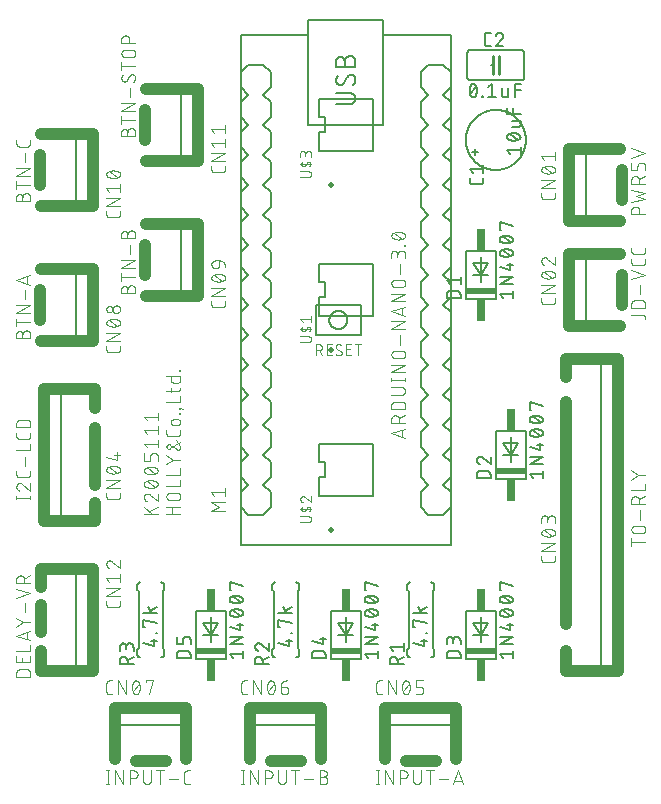
<source format=gbr>
G04 EAGLE Gerber RS-274X export*
G75*
%MOMM*%
%FSLAX34Y34*%
%LPD*%
%INSilkscreen Top*%
%IPPOS*%
%AMOC8*
5,1,8,0,0,1.08239X$1,22.5*%
G01*
%ADD10C,0.101600*%
%ADD11C,0.152400*%
%ADD12C,0.127000*%
%ADD13C,0.254000*%
%ADD14R,2.540000X0.508000*%
%ADD15R,0.762000X1.905000*%
%ADD16C,0.076200*%
%ADD17C,1.016000*%
%ADD18C,0.150000*%
%ADD19C,0.500000*%


D10*
X412242Y279908D02*
X400558Y279908D01*
X400558Y286399D02*
X407698Y279908D01*
X405102Y282504D02*
X412242Y286399D01*
X403479Y297279D02*
X403372Y297277D01*
X403266Y297271D01*
X403160Y297261D01*
X403054Y297248D01*
X402948Y297230D01*
X402844Y297209D01*
X402740Y297184D01*
X402637Y297155D01*
X402536Y297123D01*
X402436Y297086D01*
X402337Y297046D01*
X402239Y297003D01*
X402143Y296956D01*
X402049Y296905D01*
X401957Y296851D01*
X401867Y296794D01*
X401779Y296734D01*
X401694Y296670D01*
X401611Y296603D01*
X401530Y296533D01*
X401452Y296461D01*
X401376Y296385D01*
X401304Y296307D01*
X401234Y296226D01*
X401167Y296143D01*
X401103Y296058D01*
X401043Y295970D01*
X400986Y295880D01*
X400932Y295788D01*
X400881Y295694D01*
X400834Y295598D01*
X400791Y295500D01*
X400751Y295401D01*
X400714Y295301D01*
X400682Y295200D01*
X400653Y295097D01*
X400628Y294993D01*
X400607Y294889D01*
X400589Y294783D01*
X400576Y294677D01*
X400566Y294571D01*
X400560Y294465D01*
X400558Y294358D01*
X400560Y294237D01*
X400566Y294116D01*
X400576Y293996D01*
X400589Y293875D01*
X400607Y293756D01*
X400628Y293636D01*
X400653Y293518D01*
X400682Y293401D01*
X400715Y293284D01*
X400751Y293169D01*
X400792Y293055D01*
X400835Y292942D01*
X400883Y292830D01*
X400934Y292721D01*
X400989Y292613D01*
X401047Y292506D01*
X401108Y292402D01*
X401173Y292300D01*
X401241Y292200D01*
X401312Y292102D01*
X401386Y292006D01*
X401463Y291913D01*
X401544Y291823D01*
X401627Y291735D01*
X401713Y291650D01*
X401802Y291567D01*
X401893Y291488D01*
X401987Y291411D01*
X402083Y291338D01*
X402181Y291268D01*
X402282Y291201D01*
X402385Y291137D01*
X402490Y291077D01*
X402597Y291019D01*
X402705Y290966D01*
X402815Y290916D01*
X402927Y290870D01*
X403040Y290827D01*
X403155Y290788D01*
X405751Y296304D02*
X405673Y296383D01*
X405593Y296459D01*
X405510Y296532D01*
X405424Y296602D01*
X405337Y296669D01*
X405246Y296733D01*
X405154Y296793D01*
X405060Y296851D01*
X404963Y296905D01*
X404865Y296955D01*
X404765Y297002D01*
X404664Y297046D01*
X404561Y297086D01*
X404456Y297122D01*
X404351Y297154D01*
X404244Y297183D01*
X404137Y297208D01*
X404028Y297230D01*
X403919Y297247D01*
X403810Y297261D01*
X403700Y297270D01*
X403589Y297276D01*
X403479Y297278D01*
X405751Y296305D02*
X412242Y290788D01*
X412242Y297279D01*
X406400Y302217D02*
X406170Y302220D01*
X405940Y302228D01*
X405711Y302242D01*
X405482Y302261D01*
X405253Y302286D01*
X405025Y302316D01*
X404798Y302351D01*
X404572Y302392D01*
X404347Y302438D01*
X404123Y302490D01*
X403900Y302547D01*
X403679Y302609D01*
X403459Y302677D01*
X403241Y302750D01*
X403025Y302828D01*
X402811Y302911D01*
X402599Y302999D01*
X402388Y303092D01*
X402181Y303191D01*
X402091Y303224D01*
X402002Y303260D01*
X401914Y303300D01*
X401829Y303344D01*
X401745Y303391D01*
X401663Y303441D01*
X401583Y303495D01*
X401506Y303551D01*
X401430Y303611D01*
X401357Y303674D01*
X401287Y303739D01*
X401219Y303808D01*
X401155Y303879D01*
X401093Y303952D01*
X401034Y304028D01*
X400978Y304106D01*
X400925Y304187D01*
X400876Y304269D01*
X400830Y304353D01*
X400787Y304440D01*
X400748Y304527D01*
X400712Y304617D01*
X400680Y304707D01*
X400652Y304799D01*
X400627Y304892D01*
X400606Y304986D01*
X400589Y305080D01*
X400575Y305175D01*
X400566Y305271D01*
X400560Y305367D01*
X400558Y305463D01*
X400560Y305559D01*
X400566Y305655D01*
X400575Y305751D01*
X400589Y305846D01*
X400606Y305940D01*
X400627Y306034D01*
X400652Y306127D01*
X400680Y306219D01*
X400712Y306309D01*
X400748Y306399D01*
X400787Y306487D01*
X400830Y306573D01*
X400876Y306657D01*
X400925Y306739D01*
X400978Y306820D01*
X401034Y306898D01*
X401093Y306974D01*
X401155Y307047D01*
X401219Y307118D01*
X401287Y307187D01*
X401357Y307252D01*
X401430Y307315D01*
X401506Y307375D01*
X401583Y307431D01*
X401663Y307485D01*
X401745Y307535D01*
X401829Y307582D01*
X401914Y307626D01*
X402002Y307666D01*
X402091Y307702D01*
X402181Y307735D01*
X402388Y307834D01*
X402599Y307927D01*
X402811Y308015D01*
X403025Y308098D01*
X403241Y308176D01*
X403459Y308249D01*
X403679Y308317D01*
X403900Y308379D01*
X404123Y308436D01*
X404347Y308488D01*
X404572Y308534D01*
X404798Y308575D01*
X405025Y308610D01*
X405253Y308640D01*
X405482Y308665D01*
X405711Y308684D01*
X405940Y308698D01*
X406170Y308706D01*
X406400Y308709D01*
X406400Y302217D02*
X406630Y302220D01*
X406860Y302228D01*
X407089Y302242D01*
X407318Y302261D01*
X407547Y302286D01*
X407775Y302316D01*
X408002Y302351D01*
X408228Y302392D01*
X408453Y302438D01*
X408677Y302490D01*
X408900Y302547D01*
X409121Y302609D01*
X409341Y302677D01*
X409559Y302750D01*
X409775Y302828D01*
X409989Y302911D01*
X410201Y302999D01*
X410412Y303092D01*
X410619Y303191D01*
X410709Y303224D01*
X410798Y303260D01*
X410886Y303301D01*
X410971Y303344D01*
X411055Y303391D01*
X411137Y303441D01*
X411217Y303495D01*
X411294Y303551D01*
X411370Y303611D01*
X411443Y303674D01*
X411513Y303739D01*
X411581Y303808D01*
X411645Y303879D01*
X411707Y303952D01*
X411766Y304028D01*
X411822Y304106D01*
X411875Y304187D01*
X411924Y304269D01*
X411970Y304353D01*
X412013Y304440D01*
X412052Y304527D01*
X412088Y304617D01*
X412120Y304707D01*
X412148Y304799D01*
X412173Y304892D01*
X412194Y304986D01*
X412211Y305080D01*
X412225Y305175D01*
X412234Y305271D01*
X412240Y305367D01*
X412242Y305463D01*
X410619Y307735D02*
X410412Y307834D01*
X410201Y307927D01*
X409989Y308015D01*
X409775Y308098D01*
X409559Y308176D01*
X409341Y308249D01*
X409121Y308317D01*
X408900Y308379D01*
X408677Y308436D01*
X408453Y308488D01*
X408228Y308534D01*
X408002Y308575D01*
X407775Y308610D01*
X407547Y308640D01*
X407318Y308665D01*
X407089Y308684D01*
X406860Y308698D01*
X406630Y308706D01*
X406400Y308709D01*
X410619Y307735D02*
X410709Y307702D01*
X410798Y307666D01*
X410886Y307626D01*
X410971Y307582D01*
X411055Y307535D01*
X411137Y307485D01*
X411217Y307431D01*
X411294Y307375D01*
X411370Y307315D01*
X411443Y307252D01*
X411513Y307187D01*
X411581Y307118D01*
X411645Y307047D01*
X411707Y306974D01*
X411766Y306898D01*
X411822Y306820D01*
X411875Y306739D01*
X411924Y306657D01*
X411970Y306573D01*
X412013Y306486D01*
X412052Y306399D01*
X412088Y306309D01*
X412120Y306219D01*
X412148Y306127D01*
X412173Y306034D01*
X412194Y305940D01*
X412211Y305846D01*
X412225Y305751D01*
X412234Y305655D01*
X412240Y305559D01*
X412242Y305463D01*
X409646Y302867D02*
X403154Y308060D01*
X406400Y313647D02*
X406170Y313650D01*
X405940Y313658D01*
X405711Y313672D01*
X405482Y313691D01*
X405253Y313716D01*
X405025Y313746D01*
X404798Y313781D01*
X404572Y313822D01*
X404347Y313868D01*
X404123Y313920D01*
X403900Y313977D01*
X403679Y314039D01*
X403459Y314107D01*
X403241Y314180D01*
X403025Y314258D01*
X402811Y314341D01*
X402599Y314429D01*
X402388Y314522D01*
X402181Y314621D01*
X402091Y314654D01*
X402002Y314690D01*
X401914Y314730D01*
X401829Y314774D01*
X401745Y314821D01*
X401663Y314871D01*
X401583Y314925D01*
X401506Y314981D01*
X401430Y315041D01*
X401357Y315104D01*
X401287Y315169D01*
X401219Y315238D01*
X401155Y315309D01*
X401093Y315382D01*
X401034Y315458D01*
X400978Y315536D01*
X400925Y315617D01*
X400876Y315699D01*
X400830Y315783D01*
X400787Y315870D01*
X400748Y315957D01*
X400712Y316047D01*
X400680Y316137D01*
X400652Y316229D01*
X400627Y316322D01*
X400606Y316416D01*
X400589Y316510D01*
X400575Y316605D01*
X400566Y316701D01*
X400560Y316797D01*
X400558Y316893D01*
X400560Y316989D01*
X400566Y317085D01*
X400575Y317181D01*
X400589Y317276D01*
X400606Y317370D01*
X400627Y317464D01*
X400652Y317557D01*
X400680Y317649D01*
X400712Y317739D01*
X400748Y317829D01*
X400787Y317917D01*
X400830Y318003D01*
X400876Y318087D01*
X400925Y318169D01*
X400978Y318250D01*
X401034Y318328D01*
X401093Y318404D01*
X401155Y318477D01*
X401219Y318548D01*
X401287Y318617D01*
X401357Y318682D01*
X401430Y318745D01*
X401506Y318805D01*
X401583Y318861D01*
X401663Y318915D01*
X401745Y318965D01*
X401829Y319012D01*
X401914Y319056D01*
X402002Y319096D01*
X402091Y319132D01*
X402181Y319165D01*
X402388Y319264D01*
X402599Y319357D01*
X402811Y319445D01*
X403025Y319528D01*
X403241Y319606D01*
X403459Y319679D01*
X403679Y319747D01*
X403900Y319809D01*
X404123Y319866D01*
X404347Y319918D01*
X404572Y319964D01*
X404798Y320005D01*
X405025Y320040D01*
X405253Y320070D01*
X405482Y320095D01*
X405711Y320114D01*
X405940Y320128D01*
X406170Y320136D01*
X406400Y320139D01*
X406400Y313647D02*
X406630Y313650D01*
X406860Y313658D01*
X407089Y313672D01*
X407318Y313691D01*
X407547Y313716D01*
X407775Y313746D01*
X408002Y313781D01*
X408228Y313822D01*
X408453Y313868D01*
X408677Y313920D01*
X408900Y313977D01*
X409121Y314039D01*
X409341Y314107D01*
X409559Y314180D01*
X409775Y314258D01*
X409989Y314341D01*
X410201Y314429D01*
X410412Y314522D01*
X410619Y314621D01*
X410709Y314654D01*
X410798Y314690D01*
X410886Y314731D01*
X410971Y314774D01*
X411055Y314821D01*
X411137Y314871D01*
X411217Y314925D01*
X411294Y314981D01*
X411370Y315041D01*
X411443Y315104D01*
X411513Y315169D01*
X411581Y315238D01*
X411645Y315309D01*
X411707Y315382D01*
X411766Y315458D01*
X411822Y315536D01*
X411875Y315617D01*
X411924Y315699D01*
X411970Y315783D01*
X412013Y315870D01*
X412052Y315957D01*
X412088Y316047D01*
X412120Y316137D01*
X412148Y316229D01*
X412173Y316322D01*
X412194Y316416D01*
X412211Y316510D01*
X412225Y316605D01*
X412234Y316701D01*
X412240Y316797D01*
X412242Y316893D01*
X410619Y319165D02*
X410412Y319264D01*
X410201Y319357D01*
X409989Y319445D01*
X409775Y319528D01*
X409559Y319606D01*
X409341Y319679D01*
X409121Y319747D01*
X408900Y319809D01*
X408677Y319866D01*
X408453Y319918D01*
X408228Y319964D01*
X408002Y320005D01*
X407775Y320040D01*
X407547Y320070D01*
X407318Y320095D01*
X407089Y320114D01*
X406860Y320128D01*
X406630Y320136D01*
X406400Y320139D01*
X410619Y319165D02*
X410709Y319132D01*
X410798Y319096D01*
X410886Y319056D01*
X410971Y319012D01*
X411055Y318965D01*
X411137Y318915D01*
X411217Y318861D01*
X411294Y318805D01*
X411370Y318745D01*
X411443Y318682D01*
X411513Y318617D01*
X411581Y318548D01*
X411645Y318477D01*
X411707Y318404D01*
X411766Y318328D01*
X411822Y318250D01*
X411875Y318169D01*
X411924Y318087D01*
X411970Y318003D01*
X412013Y317916D01*
X412052Y317829D01*
X412088Y317739D01*
X412120Y317649D01*
X412148Y317557D01*
X412173Y317464D01*
X412194Y317370D01*
X412211Y317276D01*
X412225Y317181D01*
X412234Y317085D01*
X412240Y316989D01*
X412242Y316893D01*
X409646Y314297D02*
X403154Y319490D01*
X412242Y325078D02*
X412242Y328972D01*
X412240Y329071D01*
X412234Y329171D01*
X412225Y329270D01*
X412212Y329368D01*
X412195Y329466D01*
X412174Y329564D01*
X412149Y329660D01*
X412121Y329755D01*
X412089Y329849D01*
X412054Y329942D01*
X412015Y330034D01*
X411972Y330124D01*
X411927Y330212D01*
X411877Y330299D01*
X411825Y330383D01*
X411769Y330466D01*
X411711Y330546D01*
X411649Y330624D01*
X411584Y330699D01*
X411516Y330772D01*
X411446Y330842D01*
X411373Y330910D01*
X411298Y330975D01*
X411220Y331037D01*
X411140Y331095D01*
X411057Y331151D01*
X410973Y331203D01*
X410886Y331253D01*
X410798Y331298D01*
X410708Y331341D01*
X410616Y331380D01*
X410523Y331415D01*
X410429Y331447D01*
X410334Y331475D01*
X410238Y331500D01*
X410140Y331521D01*
X410042Y331538D01*
X409944Y331551D01*
X409845Y331560D01*
X409745Y331566D01*
X409646Y331568D01*
X409646Y331569D02*
X408347Y331569D01*
X408347Y331568D02*
X408248Y331566D01*
X408148Y331560D01*
X408049Y331551D01*
X407951Y331538D01*
X407853Y331521D01*
X407755Y331500D01*
X407659Y331475D01*
X407564Y331447D01*
X407470Y331415D01*
X407377Y331380D01*
X407285Y331341D01*
X407195Y331298D01*
X407107Y331253D01*
X407020Y331203D01*
X406936Y331151D01*
X406853Y331095D01*
X406773Y331037D01*
X406695Y330975D01*
X406620Y330910D01*
X406547Y330842D01*
X406477Y330772D01*
X406409Y330699D01*
X406344Y330624D01*
X406282Y330546D01*
X406224Y330466D01*
X406168Y330383D01*
X406116Y330299D01*
X406066Y330212D01*
X406021Y330124D01*
X405978Y330034D01*
X405939Y329942D01*
X405904Y329849D01*
X405872Y329755D01*
X405844Y329660D01*
X405819Y329564D01*
X405798Y329466D01*
X405781Y329368D01*
X405768Y329270D01*
X405759Y329171D01*
X405753Y329071D01*
X405751Y328972D01*
X405751Y325078D01*
X400558Y325078D01*
X400558Y331569D01*
X403154Y336508D02*
X400558Y339753D01*
X412242Y339753D01*
X412242Y336508D02*
X412242Y342999D01*
X403154Y347937D02*
X400558Y351183D01*
X412242Y351183D01*
X412242Y347937D02*
X412242Y354429D01*
X403154Y359367D02*
X400558Y362613D01*
X412242Y362613D01*
X412242Y359367D02*
X412242Y365859D01*
X419608Y279908D02*
X431292Y279908D01*
X424801Y279908D02*
X424801Y286399D01*
X419608Y286399D02*
X431292Y286399D01*
X428046Y291719D02*
X422854Y291719D01*
X422741Y291721D01*
X422628Y291727D01*
X422515Y291737D01*
X422402Y291751D01*
X422290Y291768D01*
X422179Y291790D01*
X422069Y291815D01*
X421959Y291845D01*
X421851Y291878D01*
X421744Y291915D01*
X421638Y291955D01*
X421534Y292000D01*
X421431Y292048D01*
X421330Y292099D01*
X421231Y292154D01*
X421134Y292212D01*
X421039Y292274D01*
X420946Y292339D01*
X420856Y292407D01*
X420768Y292478D01*
X420682Y292553D01*
X420599Y292630D01*
X420519Y292710D01*
X420442Y292793D01*
X420367Y292879D01*
X420296Y292967D01*
X420228Y293057D01*
X420163Y293150D01*
X420101Y293245D01*
X420043Y293342D01*
X419988Y293441D01*
X419937Y293542D01*
X419889Y293645D01*
X419844Y293749D01*
X419804Y293855D01*
X419767Y293962D01*
X419734Y294070D01*
X419704Y294180D01*
X419679Y294290D01*
X419657Y294401D01*
X419640Y294513D01*
X419626Y294626D01*
X419616Y294739D01*
X419610Y294852D01*
X419608Y294965D01*
X419610Y295078D01*
X419616Y295191D01*
X419626Y295304D01*
X419640Y295417D01*
X419657Y295529D01*
X419679Y295640D01*
X419704Y295750D01*
X419734Y295860D01*
X419767Y295968D01*
X419804Y296075D01*
X419844Y296181D01*
X419889Y296285D01*
X419937Y296388D01*
X419988Y296489D01*
X420043Y296588D01*
X420101Y296685D01*
X420163Y296780D01*
X420228Y296873D01*
X420296Y296963D01*
X420367Y297051D01*
X420442Y297137D01*
X420519Y297220D01*
X420599Y297300D01*
X420682Y297377D01*
X420768Y297452D01*
X420856Y297523D01*
X420946Y297591D01*
X421039Y297656D01*
X421134Y297718D01*
X421231Y297776D01*
X421330Y297831D01*
X421431Y297882D01*
X421534Y297930D01*
X421638Y297975D01*
X421744Y298015D01*
X421851Y298052D01*
X421959Y298085D01*
X422069Y298115D01*
X422179Y298140D01*
X422290Y298162D01*
X422402Y298179D01*
X422515Y298193D01*
X422628Y298203D01*
X422741Y298209D01*
X422854Y298211D01*
X422854Y298210D02*
X428046Y298210D01*
X428046Y298211D02*
X428159Y298209D01*
X428272Y298203D01*
X428385Y298193D01*
X428498Y298179D01*
X428610Y298162D01*
X428721Y298140D01*
X428831Y298115D01*
X428941Y298085D01*
X429049Y298052D01*
X429156Y298015D01*
X429262Y297975D01*
X429366Y297930D01*
X429469Y297882D01*
X429570Y297831D01*
X429669Y297776D01*
X429766Y297718D01*
X429861Y297656D01*
X429954Y297591D01*
X430044Y297523D01*
X430132Y297452D01*
X430218Y297377D01*
X430301Y297300D01*
X430381Y297220D01*
X430458Y297137D01*
X430533Y297051D01*
X430604Y296963D01*
X430672Y296873D01*
X430737Y296780D01*
X430799Y296685D01*
X430857Y296588D01*
X430912Y296489D01*
X430963Y296388D01*
X431011Y296285D01*
X431056Y296181D01*
X431096Y296075D01*
X431133Y295968D01*
X431166Y295860D01*
X431196Y295750D01*
X431221Y295640D01*
X431243Y295529D01*
X431260Y295417D01*
X431274Y295304D01*
X431284Y295191D01*
X431290Y295078D01*
X431292Y294965D01*
X431290Y294852D01*
X431284Y294739D01*
X431274Y294626D01*
X431260Y294513D01*
X431243Y294401D01*
X431221Y294290D01*
X431196Y294180D01*
X431166Y294070D01*
X431133Y293962D01*
X431096Y293855D01*
X431056Y293749D01*
X431011Y293645D01*
X430963Y293542D01*
X430912Y293441D01*
X430857Y293342D01*
X430799Y293245D01*
X430737Y293150D01*
X430672Y293057D01*
X430604Y292967D01*
X430533Y292879D01*
X430458Y292793D01*
X430381Y292710D01*
X430301Y292630D01*
X430218Y292553D01*
X430132Y292478D01*
X430044Y292407D01*
X429954Y292339D01*
X429861Y292274D01*
X429766Y292212D01*
X429669Y292154D01*
X429570Y292099D01*
X429469Y292048D01*
X429366Y292000D01*
X429262Y291955D01*
X429156Y291915D01*
X429049Y291878D01*
X428941Y291845D01*
X428831Y291815D01*
X428721Y291790D01*
X428610Y291768D01*
X428498Y291751D01*
X428385Y291737D01*
X428272Y291727D01*
X428159Y291721D01*
X428046Y291719D01*
X431292Y303553D02*
X419608Y303553D01*
X431292Y303553D02*
X431292Y308745D01*
X431292Y313459D02*
X419608Y313459D01*
X431292Y313459D02*
X431292Y318651D01*
X425125Y326207D02*
X419608Y322312D01*
X425125Y326207D02*
X419608Y330101D01*
X425125Y326207D02*
X431292Y326207D01*
X422529Y335604D02*
X422454Y335560D01*
X422378Y335520D01*
X422300Y335483D01*
X422220Y335449D01*
X422139Y335419D01*
X422056Y335393D01*
X421973Y335371D01*
X421888Y335352D01*
X421803Y335337D01*
X421717Y335326D01*
X421631Y335319D01*
X421545Y335316D01*
X421458Y335317D01*
X421372Y335322D01*
X421286Y335330D01*
X421200Y335343D01*
X421115Y335359D01*
X421031Y335379D01*
X420948Y335403D01*
X420866Y335431D01*
X420785Y335462D01*
X420706Y335497D01*
X420629Y335536D01*
X420553Y335578D01*
X420480Y335623D01*
X420408Y335672D01*
X420339Y335724D01*
X420272Y335779D01*
X420208Y335837D01*
X420146Y335897D01*
X420088Y335961D01*
X420032Y336027D01*
X419979Y336095D01*
X419929Y336166D01*
X419883Y336239D01*
X419840Y336314D01*
X419800Y336391D01*
X419764Y336470D01*
X419732Y336550D01*
X419703Y336632D01*
X419678Y336714D01*
X419657Y336798D01*
X419639Y336883D01*
X419626Y336968D01*
X419616Y337054D01*
X419610Y337141D01*
X419608Y337227D01*
X422529Y335605D02*
X431292Y341122D01*
X422529Y338850D02*
X422454Y338894D01*
X422378Y338934D01*
X422300Y338971D01*
X422220Y339005D01*
X422139Y339035D01*
X422056Y339061D01*
X421973Y339083D01*
X421888Y339102D01*
X421803Y339117D01*
X421717Y339128D01*
X421631Y339135D01*
X421545Y339138D01*
X421458Y339137D01*
X421372Y339132D01*
X421286Y339124D01*
X421200Y339111D01*
X421115Y339095D01*
X421031Y339075D01*
X420948Y339051D01*
X420866Y339023D01*
X420786Y338992D01*
X420706Y338957D01*
X420629Y338918D01*
X420553Y338876D01*
X420480Y338831D01*
X420408Y338782D01*
X420339Y338730D01*
X420272Y338675D01*
X420208Y338617D01*
X420146Y338557D01*
X420088Y338493D01*
X420032Y338427D01*
X419979Y338359D01*
X419929Y338288D01*
X419883Y338215D01*
X419840Y338140D01*
X419800Y338063D01*
X419764Y337984D01*
X419732Y337904D01*
X419703Y337822D01*
X419678Y337740D01*
X419657Y337656D01*
X419639Y337571D01*
X419626Y337486D01*
X419616Y337400D01*
X419610Y337313D01*
X419608Y337227D01*
X429345Y334631D02*
X429432Y334633D01*
X429520Y334639D01*
X429606Y334649D01*
X429693Y334662D01*
X429778Y334680D01*
X429863Y334701D01*
X429947Y334726D01*
X430029Y334755D01*
X430110Y334788D01*
X430190Y334824D01*
X430268Y334863D01*
X430344Y334907D01*
X430418Y334953D01*
X430489Y335003D01*
X430559Y335056D01*
X430626Y335112D01*
X430690Y335171D01*
X430752Y335233D01*
X430811Y335297D01*
X430867Y335364D01*
X430920Y335434D01*
X430970Y335505D01*
X431016Y335579D01*
X431060Y335655D01*
X431099Y335733D01*
X431135Y335813D01*
X431168Y335894D01*
X431197Y335976D01*
X431222Y336060D01*
X431243Y336145D01*
X431261Y336230D01*
X431274Y336317D01*
X431284Y336403D01*
X431290Y336491D01*
X431292Y336578D01*
X429345Y334631D02*
X429270Y334633D01*
X429196Y334638D01*
X429122Y334646D01*
X429048Y334658D01*
X428975Y334674D01*
X428903Y334692D01*
X428832Y334714D01*
X428762Y334739D01*
X428693Y334768D01*
X428625Y334799D01*
X428559Y334834D01*
X428495Y334872D01*
X428432Y334912D01*
X428371Y334956D01*
X428371Y334955D02*
X422529Y338850D01*
X430967Y337552D02*
X431011Y337491D01*
X431051Y337428D01*
X431089Y337364D01*
X431124Y337298D01*
X431155Y337230D01*
X431184Y337161D01*
X431209Y337091D01*
X431231Y337020D01*
X431249Y336948D01*
X431265Y336875D01*
X431277Y336801D01*
X431285Y336727D01*
X431290Y336653D01*
X431292Y336578D01*
X430967Y337552D02*
X427397Y342420D01*
X431292Y348384D02*
X431292Y350981D01*
X431292Y348384D02*
X431290Y348285D01*
X431284Y348185D01*
X431275Y348086D01*
X431262Y347988D01*
X431245Y347890D01*
X431224Y347792D01*
X431199Y347696D01*
X431171Y347601D01*
X431139Y347507D01*
X431104Y347414D01*
X431065Y347322D01*
X431022Y347232D01*
X430977Y347144D01*
X430927Y347057D01*
X430875Y346973D01*
X430819Y346890D01*
X430761Y346810D01*
X430699Y346732D01*
X430634Y346657D01*
X430566Y346584D01*
X430496Y346514D01*
X430423Y346446D01*
X430348Y346381D01*
X430270Y346319D01*
X430190Y346261D01*
X430107Y346205D01*
X430023Y346153D01*
X429936Y346103D01*
X429848Y346058D01*
X429758Y346015D01*
X429666Y345976D01*
X429573Y345941D01*
X429479Y345909D01*
X429384Y345881D01*
X429288Y345856D01*
X429190Y345835D01*
X429092Y345818D01*
X428994Y345805D01*
X428895Y345796D01*
X428795Y345790D01*
X428696Y345788D01*
X422204Y345788D01*
X422204Y345787D02*
X422105Y345789D01*
X422005Y345795D01*
X421906Y345804D01*
X421808Y345817D01*
X421710Y345835D01*
X421612Y345855D01*
X421516Y345880D01*
X421420Y345908D01*
X421326Y345940D01*
X421233Y345975D01*
X421142Y346014D01*
X421052Y346057D01*
X420963Y346102D01*
X420877Y346152D01*
X420792Y346204D01*
X420710Y346260D01*
X420630Y346319D01*
X420552Y346380D01*
X420476Y346445D01*
X420403Y346513D01*
X420333Y346583D01*
X420265Y346656D01*
X420200Y346732D01*
X420139Y346810D01*
X420080Y346890D01*
X420024Y346972D01*
X419972Y347057D01*
X419923Y347143D01*
X419877Y347232D01*
X419834Y347322D01*
X419795Y347413D01*
X419760Y347506D01*
X419728Y347600D01*
X419700Y347696D01*
X419675Y347792D01*
X419655Y347890D01*
X419637Y347988D01*
X419624Y348086D01*
X419615Y348185D01*
X419609Y348284D01*
X419607Y348384D01*
X419608Y348384D02*
X419608Y350981D01*
X426099Y355233D02*
X428696Y355233D01*
X426099Y355233D02*
X425998Y355235D01*
X425898Y355241D01*
X425798Y355251D01*
X425698Y355264D01*
X425599Y355282D01*
X425500Y355303D01*
X425403Y355328D01*
X425306Y355357D01*
X425211Y355390D01*
X425117Y355426D01*
X425025Y355466D01*
X424934Y355509D01*
X424845Y355556D01*
X424758Y355606D01*
X424672Y355660D01*
X424589Y355717D01*
X424509Y355777D01*
X424430Y355840D01*
X424354Y355907D01*
X424281Y355976D01*
X424211Y356048D01*
X424143Y356122D01*
X424078Y356199D01*
X424017Y356279D01*
X423958Y356361D01*
X423903Y356445D01*
X423851Y356531D01*
X423802Y356619D01*
X423757Y356709D01*
X423715Y356801D01*
X423677Y356894D01*
X423643Y356989D01*
X423612Y357084D01*
X423585Y357181D01*
X423562Y357279D01*
X423542Y357378D01*
X423527Y357478D01*
X423515Y357578D01*
X423507Y357678D01*
X423503Y357779D01*
X423503Y357879D01*
X423507Y357980D01*
X423515Y358080D01*
X423527Y358180D01*
X423542Y358280D01*
X423562Y358379D01*
X423585Y358477D01*
X423612Y358574D01*
X423643Y358669D01*
X423677Y358764D01*
X423715Y358857D01*
X423757Y358949D01*
X423802Y359039D01*
X423851Y359127D01*
X423903Y359213D01*
X423958Y359297D01*
X424017Y359379D01*
X424078Y359459D01*
X424143Y359536D01*
X424211Y359610D01*
X424281Y359682D01*
X424354Y359751D01*
X424430Y359818D01*
X424509Y359881D01*
X424589Y359941D01*
X424672Y359998D01*
X424758Y360052D01*
X424845Y360102D01*
X424934Y360149D01*
X425025Y360192D01*
X425117Y360232D01*
X425211Y360268D01*
X425306Y360301D01*
X425403Y360330D01*
X425500Y360355D01*
X425599Y360376D01*
X425698Y360394D01*
X425798Y360407D01*
X425898Y360417D01*
X425998Y360423D01*
X426099Y360425D01*
X426099Y360426D02*
X428696Y360426D01*
X428696Y360425D02*
X428797Y360423D01*
X428897Y360417D01*
X428997Y360407D01*
X429097Y360394D01*
X429196Y360376D01*
X429295Y360355D01*
X429392Y360330D01*
X429489Y360301D01*
X429584Y360268D01*
X429678Y360232D01*
X429770Y360192D01*
X429861Y360149D01*
X429950Y360102D01*
X430037Y360052D01*
X430123Y359998D01*
X430206Y359941D01*
X430286Y359881D01*
X430365Y359818D01*
X430441Y359751D01*
X430514Y359682D01*
X430584Y359610D01*
X430652Y359536D01*
X430717Y359459D01*
X430778Y359379D01*
X430837Y359297D01*
X430892Y359213D01*
X430944Y359127D01*
X430993Y359039D01*
X431038Y358949D01*
X431080Y358857D01*
X431118Y358764D01*
X431152Y358669D01*
X431183Y358574D01*
X431210Y358477D01*
X431233Y358379D01*
X431253Y358280D01*
X431268Y358180D01*
X431280Y358080D01*
X431288Y357980D01*
X431292Y357879D01*
X431292Y357779D01*
X431288Y357678D01*
X431280Y357578D01*
X431268Y357478D01*
X431253Y357378D01*
X431233Y357279D01*
X431210Y357181D01*
X431183Y357084D01*
X431152Y356989D01*
X431118Y356894D01*
X431080Y356801D01*
X431038Y356709D01*
X430993Y356619D01*
X430944Y356531D01*
X430892Y356445D01*
X430837Y356361D01*
X430778Y356279D01*
X430717Y356199D01*
X430652Y356122D01*
X430584Y356048D01*
X430514Y355976D01*
X430441Y355907D01*
X430365Y355840D01*
X430286Y355777D01*
X430206Y355717D01*
X430123Y355660D01*
X430037Y355606D01*
X429950Y355556D01*
X429861Y355509D01*
X429770Y355466D01*
X429678Y355426D01*
X429584Y355390D01*
X429489Y355357D01*
X429392Y355328D01*
X429295Y355303D01*
X429196Y355282D01*
X429097Y355264D01*
X428997Y355251D01*
X428897Y355241D01*
X428797Y355235D01*
X428696Y355233D01*
X430643Y364744D02*
X431292Y364744D01*
X430643Y364744D02*
X430643Y365393D01*
X431292Y365393D01*
X431292Y364744D01*
X431292Y369273D02*
X431292Y369922D01*
X431292Y369273D02*
X430643Y369273D01*
X430643Y369922D01*
X431292Y369922D01*
X433888Y368948D01*
X431292Y374799D02*
X419608Y374799D01*
X431292Y374799D02*
X431292Y379992D01*
X423503Y383222D02*
X423503Y387116D01*
X419608Y384520D02*
X429345Y384520D01*
X429432Y384522D01*
X429520Y384528D01*
X429606Y384538D01*
X429693Y384551D01*
X429778Y384569D01*
X429863Y384590D01*
X429947Y384615D01*
X430029Y384644D01*
X430110Y384677D01*
X430190Y384713D01*
X430268Y384752D01*
X430344Y384796D01*
X430418Y384842D01*
X430489Y384892D01*
X430559Y384945D01*
X430626Y385001D01*
X430690Y385060D01*
X430752Y385122D01*
X430811Y385186D01*
X430867Y385253D01*
X430920Y385323D01*
X430970Y385394D01*
X431016Y385468D01*
X431060Y385544D01*
X431099Y385622D01*
X431135Y385702D01*
X431168Y385783D01*
X431197Y385865D01*
X431222Y385949D01*
X431243Y386034D01*
X431261Y386119D01*
X431274Y386206D01*
X431284Y386292D01*
X431290Y386380D01*
X431292Y386467D01*
X431292Y387116D01*
X431292Y396562D02*
X419608Y396562D01*
X431292Y396562D02*
X431292Y393316D01*
X431290Y393229D01*
X431284Y393141D01*
X431274Y393055D01*
X431261Y392968D01*
X431243Y392883D01*
X431222Y392798D01*
X431197Y392714D01*
X431168Y392632D01*
X431135Y392551D01*
X431099Y392471D01*
X431060Y392393D01*
X431016Y392317D01*
X430970Y392243D01*
X430920Y392172D01*
X430867Y392102D01*
X430811Y392035D01*
X430752Y391971D01*
X430690Y391909D01*
X430626Y391850D01*
X430559Y391794D01*
X430489Y391741D01*
X430418Y391691D01*
X430344Y391645D01*
X430268Y391601D01*
X430190Y391562D01*
X430110Y391526D01*
X430029Y391493D01*
X429947Y391464D01*
X429863Y391439D01*
X429778Y391418D01*
X429693Y391400D01*
X429606Y391387D01*
X429520Y391377D01*
X429432Y391371D01*
X429345Y391369D01*
X425450Y391369D01*
X425363Y391371D01*
X425275Y391377D01*
X425189Y391387D01*
X425102Y391400D01*
X425017Y391418D01*
X424932Y391439D01*
X424848Y391464D01*
X424766Y391493D01*
X424685Y391526D01*
X424605Y391562D01*
X424527Y391601D01*
X424451Y391645D01*
X424377Y391691D01*
X424306Y391741D01*
X424236Y391794D01*
X424169Y391850D01*
X424105Y391909D01*
X424043Y391971D01*
X423984Y392035D01*
X423928Y392102D01*
X423875Y392172D01*
X423825Y392243D01*
X423779Y392317D01*
X423735Y392393D01*
X423696Y392471D01*
X423660Y392551D01*
X423627Y392632D01*
X423598Y392714D01*
X423573Y392798D01*
X423552Y392883D01*
X423534Y392968D01*
X423521Y393055D01*
X423511Y393141D01*
X423505Y393229D01*
X423503Y393316D01*
X423503Y396562D01*
X430643Y401320D02*
X431292Y401320D01*
X430643Y401320D02*
X430643Y401969D01*
X431292Y401969D01*
X431292Y401320D01*
D11*
X680720Y584200D02*
X680720Y589280D01*
X683260Y586740D02*
X678180Y586740D01*
X673100Y596900D02*
X673108Y597523D01*
X673131Y598146D01*
X673169Y598769D01*
X673222Y599390D01*
X673291Y600009D01*
X673375Y600627D01*
X673474Y601242D01*
X673588Y601855D01*
X673717Y602465D01*
X673861Y603072D01*
X674020Y603675D01*
X674194Y604273D01*
X674382Y604868D01*
X674585Y605457D01*
X674802Y606041D01*
X675033Y606620D01*
X675279Y607193D01*
X675539Y607760D01*
X675812Y608320D01*
X676099Y608873D01*
X676400Y609420D01*
X676714Y609958D01*
X677041Y610489D01*
X677381Y611011D01*
X677733Y611526D01*
X678099Y612031D01*
X678476Y612527D01*
X678866Y613014D01*
X679267Y613491D01*
X679680Y613958D01*
X680104Y614414D01*
X680539Y614861D01*
X680986Y615296D01*
X681442Y615720D01*
X681909Y616133D01*
X682386Y616534D01*
X682873Y616924D01*
X683369Y617301D01*
X683874Y617667D01*
X684389Y618019D01*
X684911Y618359D01*
X685442Y618686D01*
X685980Y619000D01*
X686527Y619301D01*
X687080Y619588D01*
X687640Y619861D01*
X688207Y620121D01*
X688780Y620367D01*
X689359Y620598D01*
X689943Y620815D01*
X690532Y621018D01*
X691127Y621206D01*
X691725Y621380D01*
X692328Y621539D01*
X692935Y621683D01*
X693545Y621812D01*
X694158Y621926D01*
X694773Y622025D01*
X695391Y622109D01*
X696010Y622178D01*
X696631Y622231D01*
X697254Y622269D01*
X697877Y622292D01*
X698500Y622300D01*
X699123Y622292D01*
X699746Y622269D01*
X700369Y622231D01*
X700990Y622178D01*
X701609Y622109D01*
X702227Y622025D01*
X702842Y621926D01*
X703455Y621812D01*
X704065Y621683D01*
X704672Y621539D01*
X705275Y621380D01*
X705873Y621206D01*
X706468Y621018D01*
X707057Y620815D01*
X707641Y620598D01*
X708220Y620367D01*
X708793Y620121D01*
X709360Y619861D01*
X709920Y619588D01*
X710473Y619301D01*
X711020Y619000D01*
X711558Y618686D01*
X712089Y618359D01*
X712611Y618019D01*
X713126Y617667D01*
X713631Y617301D01*
X714127Y616924D01*
X714614Y616534D01*
X715091Y616133D01*
X715558Y615720D01*
X716014Y615296D01*
X716461Y614861D01*
X716896Y614414D01*
X717320Y613958D01*
X717733Y613491D01*
X718134Y613014D01*
X718524Y612527D01*
X718901Y612031D01*
X719267Y611526D01*
X719619Y611011D01*
X719959Y610489D01*
X720286Y609958D01*
X720600Y609420D01*
X720901Y608873D01*
X721188Y608320D01*
X721461Y607760D01*
X721721Y607193D01*
X721967Y606620D01*
X722198Y606041D01*
X722415Y605457D01*
X722618Y604868D01*
X722806Y604273D01*
X722980Y603675D01*
X723139Y603072D01*
X723283Y602465D01*
X723412Y601855D01*
X723526Y601242D01*
X723625Y600627D01*
X723709Y600009D01*
X723778Y599390D01*
X723831Y598769D01*
X723869Y598146D01*
X723892Y597523D01*
X723900Y596900D01*
X723892Y596277D01*
X723869Y595654D01*
X723831Y595031D01*
X723778Y594410D01*
X723709Y593791D01*
X723625Y593173D01*
X723526Y592558D01*
X723412Y591945D01*
X723283Y591335D01*
X723139Y590728D01*
X722980Y590125D01*
X722806Y589527D01*
X722618Y588932D01*
X722415Y588343D01*
X722198Y587759D01*
X721967Y587180D01*
X721721Y586607D01*
X721461Y586040D01*
X721188Y585480D01*
X720901Y584927D01*
X720600Y584380D01*
X720286Y583842D01*
X719959Y583311D01*
X719619Y582789D01*
X719267Y582274D01*
X718901Y581769D01*
X718524Y581273D01*
X718134Y580786D01*
X717733Y580309D01*
X717320Y579842D01*
X716896Y579386D01*
X716461Y578939D01*
X716014Y578504D01*
X715558Y578080D01*
X715091Y577667D01*
X714614Y577266D01*
X714127Y576876D01*
X713631Y576499D01*
X713126Y576133D01*
X712611Y575781D01*
X712089Y575441D01*
X711558Y575114D01*
X711020Y574800D01*
X710473Y574499D01*
X709920Y574212D01*
X709360Y573939D01*
X708793Y573679D01*
X708220Y573433D01*
X707641Y573202D01*
X707057Y572985D01*
X706468Y572782D01*
X705873Y572594D01*
X705275Y572420D01*
X704672Y572261D01*
X704065Y572117D01*
X703455Y571988D01*
X702842Y571874D01*
X702227Y571775D01*
X701609Y571691D01*
X700990Y571622D01*
X700369Y571569D01*
X699746Y571531D01*
X699123Y571508D01*
X698500Y571500D01*
X697877Y571508D01*
X697254Y571531D01*
X696631Y571569D01*
X696010Y571622D01*
X695391Y571691D01*
X694773Y571775D01*
X694158Y571874D01*
X693545Y571988D01*
X692935Y572117D01*
X692328Y572261D01*
X691725Y572420D01*
X691127Y572594D01*
X690532Y572782D01*
X689943Y572985D01*
X689359Y573202D01*
X688780Y573433D01*
X688207Y573679D01*
X687640Y573939D01*
X687080Y574212D01*
X686527Y574499D01*
X685980Y574800D01*
X685442Y575114D01*
X684911Y575441D01*
X684389Y575781D01*
X683874Y576133D01*
X683369Y576499D01*
X682873Y576876D01*
X682386Y577266D01*
X681909Y577667D01*
X681442Y578080D01*
X680986Y578504D01*
X680539Y578939D01*
X680104Y579386D01*
X679680Y579842D01*
X679267Y580309D01*
X678866Y580786D01*
X678476Y581273D01*
X678099Y581769D01*
X677733Y582274D01*
X677381Y582789D01*
X677041Y583311D01*
X676714Y583842D01*
X676400Y584380D01*
X676099Y584927D01*
X675812Y585480D01*
X675539Y586040D01*
X675279Y586607D01*
X675033Y587180D01*
X674802Y587759D01*
X674585Y588343D01*
X674382Y588932D01*
X674194Y589527D01*
X674020Y590125D01*
X673861Y590728D01*
X673717Y591335D01*
X673588Y591945D01*
X673474Y592558D01*
X673375Y593173D01*
X673291Y593791D01*
X673222Y594410D01*
X673169Y595031D01*
X673131Y595654D01*
X673108Y596277D01*
X673100Y596900D01*
D12*
X687705Y564515D02*
X687705Y561975D01*
X687703Y561875D01*
X687697Y561776D01*
X687687Y561676D01*
X687674Y561578D01*
X687656Y561479D01*
X687635Y561382D01*
X687610Y561286D01*
X687581Y561190D01*
X687548Y561096D01*
X687512Y561003D01*
X687472Y560912D01*
X687428Y560822D01*
X687381Y560734D01*
X687331Y560648D01*
X687277Y560564D01*
X687220Y560482D01*
X687160Y560403D01*
X687096Y560325D01*
X687030Y560251D01*
X686961Y560179D01*
X686889Y560110D01*
X686815Y560044D01*
X686737Y559980D01*
X686658Y559920D01*
X686576Y559863D01*
X686492Y559809D01*
X686406Y559759D01*
X686318Y559712D01*
X686228Y559668D01*
X686137Y559628D01*
X686044Y559592D01*
X685950Y559559D01*
X685854Y559530D01*
X685758Y559505D01*
X685661Y559484D01*
X685562Y559466D01*
X685464Y559453D01*
X685364Y559443D01*
X685265Y559437D01*
X685165Y559435D01*
X678815Y559435D01*
X678715Y559437D01*
X678616Y559443D01*
X678516Y559453D01*
X678418Y559466D01*
X678319Y559484D01*
X678222Y559505D01*
X678126Y559530D01*
X678030Y559559D01*
X677936Y559592D01*
X677843Y559628D01*
X677752Y559668D01*
X677662Y559712D01*
X677574Y559759D01*
X677488Y559809D01*
X677404Y559863D01*
X677322Y559920D01*
X677243Y559980D01*
X677165Y560044D01*
X677091Y560110D01*
X677019Y560179D01*
X676950Y560251D01*
X676884Y560325D01*
X676820Y560403D01*
X676760Y560482D01*
X676703Y560564D01*
X676649Y560648D01*
X676599Y560734D01*
X676552Y560822D01*
X676508Y560912D01*
X676468Y561003D01*
X676432Y561096D01*
X676399Y561190D01*
X676370Y561286D01*
X676345Y561382D01*
X676324Y561479D01*
X676306Y561578D01*
X676293Y561676D01*
X676283Y561776D01*
X676277Y561875D01*
X676275Y561975D01*
X676275Y564515D01*
X678815Y568997D02*
X676275Y572172D01*
X687705Y572172D01*
X687705Y568997D02*
X687705Y575347D01*
X708025Y588010D02*
X710565Y584835D01*
X708025Y588010D02*
X719455Y588010D01*
X719455Y584835D02*
X719455Y591185D01*
X713740Y596265D02*
X713515Y596268D01*
X713290Y596276D01*
X713066Y596289D01*
X712842Y596308D01*
X712618Y596332D01*
X712395Y596361D01*
X712173Y596396D01*
X711952Y596436D01*
X711732Y596482D01*
X711513Y596532D01*
X711295Y596588D01*
X711078Y596649D01*
X710863Y596715D01*
X710650Y596786D01*
X710439Y596863D01*
X710229Y596944D01*
X710021Y597030D01*
X709816Y597121D01*
X709613Y597217D01*
X709525Y597249D01*
X709438Y597285D01*
X709352Y597324D01*
X709268Y597367D01*
X709186Y597413D01*
X709106Y597462D01*
X709028Y597514D01*
X708952Y597570D01*
X708878Y597628D01*
X708807Y597690D01*
X708738Y597754D01*
X708672Y597821D01*
X708609Y597890D01*
X708548Y597962D01*
X708490Y598036D01*
X708436Y598113D01*
X708384Y598191D01*
X708336Y598272D01*
X708291Y598354D01*
X708249Y598439D01*
X708211Y598525D01*
X708176Y598612D01*
X708144Y598700D01*
X708117Y598790D01*
X708092Y598881D01*
X708072Y598973D01*
X708055Y599065D01*
X708042Y599159D01*
X708033Y599252D01*
X708027Y599346D01*
X708025Y599440D01*
X708027Y599534D01*
X708033Y599628D01*
X708042Y599721D01*
X708055Y599815D01*
X708072Y599907D01*
X708092Y599999D01*
X708117Y600090D01*
X708144Y600180D01*
X708176Y600268D01*
X708211Y600355D01*
X708249Y600441D01*
X708291Y600526D01*
X708336Y600608D01*
X708384Y600689D01*
X708436Y600767D01*
X708490Y600844D01*
X708548Y600918D01*
X708609Y600990D01*
X708672Y601059D01*
X708738Y601126D01*
X708807Y601190D01*
X708878Y601252D01*
X708952Y601310D01*
X709028Y601366D01*
X709106Y601418D01*
X709186Y601467D01*
X709268Y601513D01*
X709352Y601556D01*
X709438Y601595D01*
X709525Y601631D01*
X709613Y601663D01*
X709816Y601759D01*
X710021Y601850D01*
X710229Y601936D01*
X710439Y602017D01*
X710650Y602094D01*
X710863Y602165D01*
X711078Y602231D01*
X711295Y602292D01*
X711513Y602348D01*
X711732Y602398D01*
X711952Y602444D01*
X712173Y602484D01*
X712395Y602519D01*
X712618Y602548D01*
X712842Y602572D01*
X713066Y602591D01*
X713290Y602604D01*
X713515Y602612D01*
X713740Y602615D01*
X713740Y596265D02*
X713965Y596268D01*
X714190Y596276D01*
X714414Y596289D01*
X714638Y596308D01*
X714862Y596332D01*
X715085Y596361D01*
X715307Y596396D01*
X715528Y596436D01*
X715748Y596482D01*
X715967Y596532D01*
X716185Y596588D01*
X716402Y596649D01*
X716617Y596715D01*
X716830Y596786D01*
X717041Y596863D01*
X717251Y596944D01*
X717459Y597030D01*
X717664Y597121D01*
X717867Y597217D01*
X717868Y597217D02*
X717956Y597249D01*
X718043Y597285D01*
X718129Y597324D01*
X718213Y597367D01*
X718295Y597413D01*
X718375Y597462D01*
X718453Y597514D01*
X718529Y597570D01*
X718603Y597628D01*
X718674Y597690D01*
X718743Y597754D01*
X718809Y597821D01*
X718872Y597890D01*
X718933Y597962D01*
X718991Y598036D01*
X719045Y598113D01*
X719097Y598191D01*
X719145Y598272D01*
X719190Y598354D01*
X719232Y598439D01*
X719270Y598525D01*
X719305Y598612D01*
X719337Y598700D01*
X719364Y598790D01*
X719389Y598881D01*
X719409Y598973D01*
X719426Y599065D01*
X719439Y599159D01*
X719448Y599252D01*
X719454Y599346D01*
X719456Y599440D01*
X717867Y601663D02*
X717664Y601759D01*
X717459Y601850D01*
X717251Y601936D01*
X717041Y602017D01*
X716830Y602094D01*
X716617Y602165D01*
X716402Y602231D01*
X716185Y602292D01*
X715967Y602348D01*
X715748Y602398D01*
X715528Y602444D01*
X715307Y602484D01*
X715085Y602519D01*
X714862Y602548D01*
X714638Y602572D01*
X714414Y602591D01*
X714190Y602604D01*
X713965Y602612D01*
X713740Y602615D01*
X717868Y601663D02*
X717956Y601631D01*
X718043Y601595D01*
X718129Y601556D01*
X718213Y601513D01*
X718295Y601467D01*
X718375Y601418D01*
X718453Y601366D01*
X718529Y601310D01*
X718603Y601252D01*
X718674Y601190D01*
X718743Y601126D01*
X718809Y601059D01*
X718872Y600990D01*
X718933Y600918D01*
X718991Y600844D01*
X719045Y600767D01*
X719097Y600689D01*
X719145Y600608D01*
X719190Y600526D01*
X719232Y600441D01*
X719270Y600355D01*
X719305Y600268D01*
X719337Y600180D01*
X719364Y600090D01*
X719389Y599999D01*
X719409Y599907D01*
X719426Y599815D01*
X719439Y599721D01*
X719448Y599628D01*
X719454Y599534D01*
X719456Y599440D01*
X716915Y596900D02*
X710565Y601980D01*
X711835Y607949D02*
X717550Y607949D01*
X717635Y607951D01*
X717721Y607957D01*
X717806Y607966D01*
X717890Y607980D01*
X717974Y607997D01*
X718057Y608018D01*
X718139Y608042D01*
X718219Y608070D01*
X718299Y608102D01*
X718377Y608138D01*
X718453Y608176D01*
X718527Y608219D01*
X718599Y608264D01*
X718670Y608313D01*
X718738Y608365D01*
X718803Y608419D01*
X718866Y608477D01*
X718927Y608538D01*
X718985Y608601D01*
X719039Y608666D01*
X719091Y608734D01*
X719140Y608805D01*
X719185Y608877D01*
X719228Y608951D01*
X719266Y609027D01*
X719302Y609105D01*
X719334Y609185D01*
X719362Y609265D01*
X719386Y609347D01*
X719407Y609430D01*
X719424Y609514D01*
X719438Y609598D01*
X719447Y609683D01*
X719453Y609769D01*
X719455Y609854D01*
X719455Y613029D01*
X711835Y613029D01*
X708025Y618769D02*
X719455Y618769D01*
X708025Y618769D02*
X708025Y623849D01*
X713105Y623849D02*
X713105Y618769D01*
D11*
X720090Y673100D02*
X676910Y673100D01*
X676910Y647700D02*
X720090Y647700D01*
X722630Y650240D02*
X722630Y670560D01*
X674370Y670560D02*
X674370Y650240D01*
X720090Y673100D02*
X720190Y673098D01*
X720289Y673092D01*
X720389Y673082D01*
X720487Y673069D01*
X720586Y673051D01*
X720683Y673030D01*
X720779Y673005D01*
X720875Y672976D01*
X720969Y672943D01*
X721062Y672907D01*
X721153Y672867D01*
X721243Y672823D01*
X721331Y672776D01*
X721417Y672726D01*
X721501Y672672D01*
X721583Y672615D01*
X721662Y672555D01*
X721740Y672491D01*
X721814Y672425D01*
X721886Y672356D01*
X721955Y672284D01*
X722021Y672210D01*
X722085Y672132D01*
X722145Y672053D01*
X722202Y671971D01*
X722256Y671887D01*
X722306Y671801D01*
X722353Y671713D01*
X722397Y671623D01*
X722437Y671532D01*
X722473Y671439D01*
X722506Y671345D01*
X722535Y671249D01*
X722560Y671153D01*
X722581Y671056D01*
X722599Y670957D01*
X722612Y670859D01*
X722622Y670759D01*
X722628Y670660D01*
X722630Y670560D01*
X676910Y673100D02*
X676810Y673098D01*
X676711Y673092D01*
X676611Y673082D01*
X676513Y673069D01*
X676414Y673051D01*
X676317Y673030D01*
X676221Y673005D01*
X676125Y672976D01*
X676031Y672943D01*
X675938Y672907D01*
X675847Y672867D01*
X675757Y672823D01*
X675669Y672776D01*
X675583Y672726D01*
X675499Y672672D01*
X675417Y672615D01*
X675338Y672555D01*
X675260Y672491D01*
X675186Y672425D01*
X675114Y672356D01*
X675045Y672284D01*
X674979Y672210D01*
X674915Y672132D01*
X674855Y672053D01*
X674798Y671971D01*
X674744Y671887D01*
X674694Y671801D01*
X674647Y671713D01*
X674603Y671623D01*
X674563Y671532D01*
X674527Y671439D01*
X674494Y671345D01*
X674465Y671249D01*
X674440Y671153D01*
X674419Y671056D01*
X674401Y670957D01*
X674388Y670859D01*
X674378Y670759D01*
X674372Y670660D01*
X674370Y670560D01*
X720090Y647700D02*
X720190Y647702D01*
X720289Y647708D01*
X720389Y647718D01*
X720487Y647731D01*
X720586Y647749D01*
X720683Y647770D01*
X720779Y647795D01*
X720875Y647824D01*
X720969Y647857D01*
X721062Y647893D01*
X721153Y647933D01*
X721243Y647977D01*
X721331Y648024D01*
X721417Y648074D01*
X721501Y648128D01*
X721583Y648185D01*
X721662Y648245D01*
X721740Y648309D01*
X721814Y648375D01*
X721886Y648444D01*
X721955Y648516D01*
X722021Y648590D01*
X722085Y648668D01*
X722145Y648747D01*
X722202Y648829D01*
X722256Y648913D01*
X722306Y648999D01*
X722353Y649087D01*
X722397Y649177D01*
X722437Y649268D01*
X722473Y649361D01*
X722506Y649455D01*
X722535Y649551D01*
X722560Y649647D01*
X722581Y649744D01*
X722599Y649843D01*
X722612Y649941D01*
X722622Y650041D01*
X722628Y650140D01*
X722630Y650240D01*
X676910Y647700D02*
X676810Y647702D01*
X676711Y647708D01*
X676611Y647718D01*
X676513Y647731D01*
X676414Y647749D01*
X676317Y647770D01*
X676221Y647795D01*
X676125Y647824D01*
X676031Y647857D01*
X675938Y647893D01*
X675847Y647933D01*
X675757Y647977D01*
X675669Y648024D01*
X675583Y648074D01*
X675499Y648128D01*
X675417Y648185D01*
X675338Y648245D01*
X675260Y648309D01*
X675186Y648375D01*
X675114Y648444D01*
X675045Y648516D01*
X674979Y648590D01*
X674915Y648668D01*
X674855Y648747D01*
X674798Y648829D01*
X674744Y648913D01*
X674694Y648999D01*
X674647Y649087D01*
X674603Y649177D01*
X674563Y649268D01*
X674527Y649361D01*
X674494Y649455D01*
X674465Y649551D01*
X674440Y649647D01*
X674419Y649744D01*
X674401Y649843D01*
X674388Y649941D01*
X674378Y650041D01*
X674372Y650140D01*
X674370Y650240D01*
X701040Y660400D02*
X702310Y660400D01*
D13*
X701040Y660400D02*
X701040Y668020D01*
X701040Y660400D02*
X701040Y652780D01*
X695960Y660400D02*
X695960Y668020D01*
X695960Y660400D02*
X695960Y652780D01*
D11*
X695960Y660400D02*
X694690Y660400D01*
D12*
X694055Y676275D02*
X691515Y676275D01*
X691415Y676277D01*
X691316Y676283D01*
X691216Y676293D01*
X691118Y676306D01*
X691019Y676324D01*
X690922Y676345D01*
X690826Y676370D01*
X690730Y676399D01*
X690636Y676432D01*
X690543Y676468D01*
X690452Y676508D01*
X690362Y676552D01*
X690274Y676599D01*
X690188Y676649D01*
X690104Y676703D01*
X690022Y676760D01*
X689943Y676820D01*
X689865Y676884D01*
X689791Y676950D01*
X689719Y677019D01*
X689650Y677091D01*
X689584Y677165D01*
X689520Y677243D01*
X689460Y677322D01*
X689403Y677404D01*
X689349Y677488D01*
X689299Y677574D01*
X689252Y677662D01*
X689208Y677752D01*
X689168Y677843D01*
X689132Y677936D01*
X689099Y678030D01*
X689070Y678126D01*
X689045Y678222D01*
X689024Y678319D01*
X689006Y678418D01*
X688993Y678516D01*
X688983Y678616D01*
X688977Y678715D01*
X688975Y678815D01*
X688975Y685165D01*
X688977Y685265D01*
X688983Y685364D01*
X688993Y685464D01*
X689006Y685562D01*
X689024Y685661D01*
X689045Y685758D01*
X689070Y685854D01*
X689099Y685950D01*
X689132Y686044D01*
X689168Y686137D01*
X689208Y686228D01*
X689252Y686318D01*
X689299Y686406D01*
X689349Y686492D01*
X689403Y686576D01*
X689460Y686658D01*
X689520Y686737D01*
X689584Y686815D01*
X689650Y686889D01*
X689719Y686961D01*
X689791Y687030D01*
X689865Y687096D01*
X689943Y687160D01*
X690022Y687220D01*
X690104Y687277D01*
X690188Y687331D01*
X690274Y687381D01*
X690362Y687428D01*
X690452Y687472D01*
X690543Y687512D01*
X690636Y687548D01*
X690730Y687581D01*
X690826Y687610D01*
X690922Y687635D01*
X691019Y687656D01*
X691118Y687674D01*
X691216Y687687D01*
X691316Y687697D01*
X691415Y687703D01*
X691515Y687705D01*
X694055Y687705D01*
X702030Y687706D02*
X702134Y687704D01*
X702239Y687698D01*
X702343Y687689D01*
X702446Y687676D01*
X702549Y687658D01*
X702651Y687638D01*
X702753Y687613D01*
X702853Y687585D01*
X702953Y687553D01*
X703051Y687517D01*
X703148Y687478D01*
X703243Y687436D01*
X703337Y687390D01*
X703429Y687340D01*
X703519Y687288D01*
X703607Y687232D01*
X703693Y687172D01*
X703777Y687110D01*
X703858Y687045D01*
X703937Y686977D01*
X704014Y686905D01*
X704087Y686832D01*
X704159Y686755D01*
X704227Y686676D01*
X704292Y686595D01*
X704354Y686511D01*
X704414Y686425D01*
X704470Y686337D01*
X704522Y686247D01*
X704572Y686155D01*
X704618Y686061D01*
X704660Y685966D01*
X704699Y685869D01*
X704735Y685771D01*
X704767Y685671D01*
X704795Y685571D01*
X704820Y685469D01*
X704840Y685367D01*
X704858Y685264D01*
X704871Y685161D01*
X704880Y685057D01*
X704886Y684952D01*
X704888Y684848D01*
X702030Y687705D02*
X701912Y687703D01*
X701793Y687697D01*
X701675Y687688D01*
X701558Y687675D01*
X701441Y687657D01*
X701324Y687637D01*
X701208Y687612D01*
X701093Y687584D01*
X700980Y687551D01*
X700867Y687516D01*
X700755Y687476D01*
X700645Y687434D01*
X700536Y687387D01*
X700428Y687337D01*
X700323Y687284D01*
X700219Y687227D01*
X700117Y687167D01*
X700017Y687104D01*
X699919Y687037D01*
X699823Y686968D01*
X699730Y686895D01*
X699639Y686819D01*
X699550Y686741D01*
X699464Y686659D01*
X699381Y686575D01*
X699300Y686489D01*
X699223Y686399D01*
X699148Y686308D01*
X699076Y686214D01*
X699007Y686117D01*
X698942Y686019D01*
X698879Y685918D01*
X698820Y685815D01*
X698764Y685711D01*
X698712Y685605D01*
X698663Y685497D01*
X698618Y685388D01*
X698576Y685277D01*
X698538Y685165D01*
X703935Y682626D02*
X704011Y682701D01*
X704086Y682780D01*
X704157Y682861D01*
X704226Y682945D01*
X704291Y683031D01*
X704353Y683119D01*
X704413Y683209D01*
X704469Y683301D01*
X704522Y683396D01*
X704571Y683492D01*
X704617Y683590D01*
X704660Y683689D01*
X704699Y683790D01*
X704734Y683892D01*
X704766Y683995D01*
X704794Y684099D01*
X704819Y684204D01*
X704840Y684311D01*
X704857Y684417D01*
X704870Y684524D01*
X704879Y684632D01*
X704885Y684740D01*
X704887Y684848D01*
X703935Y682625D02*
X698537Y676275D01*
X704887Y676275D01*
X677227Y642937D02*
X677131Y642734D01*
X677040Y642529D01*
X676954Y642321D01*
X676873Y642111D01*
X676796Y641900D01*
X676725Y641687D01*
X676659Y641472D01*
X676598Y641255D01*
X676542Y641037D01*
X676492Y640818D01*
X676446Y640598D01*
X676406Y640377D01*
X676371Y640155D01*
X676342Y639932D01*
X676318Y639708D01*
X676299Y639484D01*
X676286Y639260D01*
X676278Y639035D01*
X676275Y638810D01*
X677227Y642938D02*
X677259Y643026D01*
X677295Y643113D01*
X677334Y643199D01*
X677377Y643283D01*
X677423Y643365D01*
X677472Y643445D01*
X677524Y643523D01*
X677580Y643599D01*
X677638Y643673D01*
X677700Y643744D01*
X677764Y643813D01*
X677831Y643879D01*
X677900Y643942D01*
X677972Y644003D01*
X678046Y644061D01*
X678123Y644115D01*
X678201Y644167D01*
X678282Y644215D01*
X678364Y644260D01*
X678449Y644302D01*
X678535Y644340D01*
X678622Y644375D01*
X678710Y644407D01*
X678800Y644434D01*
X678891Y644459D01*
X678983Y644479D01*
X679075Y644496D01*
X679169Y644509D01*
X679262Y644518D01*
X679356Y644524D01*
X679450Y644526D01*
X679544Y644524D01*
X679638Y644518D01*
X679731Y644509D01*
X679825Y644496D01*
X679917Y644479D01*
X680009Y644459D01*
X680100Y644434D01*
X680190Y644407D01*
X680278Y644375D01*
X680365Y644340D01*
X680451Y644302D01*
X680536Y644260D01*
X680618Y644215D01*
X680699Y644167D01*
X680777Y644115D01*
X680854Y644061D01*
X680928Y644003D01*
X681000Y643942D01*
X681069Y643879D01*
X681136Y643813D01*
X681200Y643744D01*
X681262Y643673D01*
X681320Y643599D01*
X681376Y643523D01*
X681428Y643445D01*
X681477Y643365D01*
X681523Y643283D01*
X681566Y643199D01*
X681605Y643113D01*
X681641Y643026D01*
X681673Y642938D01*
X681673Y642937D02*
X681769Y642734D01*
X681860Y642529D01*
X681946Y642321D01*
X682027Y642111D01*
X682104Y641900D01*
X682175Y641687D01*
X682241Y641472D01*
X682302Y641255D01*
X682358Y641037D01*
X682408Y640818D01*
X682454Y640598D01*
X682494Y640377D01*
X682529Y640155D01*
X682558Y639932D01*
X682582Y639708D01*
X682601Y639484D01*
X682614Y639260D01*
X682622Y639035D01*
X682625Y638810D01*
X676275Y638810D02*
X676278Y638585D01*
X676286Y638360D01*
X676299Y638136D01*
X676318Y637912D01*
X676342Y637688D01*
X676371Y637465D01*
X676406Y637243D01*
X676446Y637022D01*
X676492Y636802D01*
X676542Y636583D01*
X676598Y636365D01*
X676659Y636148D01*
X676725Y635933D01*
X676796Y635720D01*
X676873Y635509D01*
X676954Y635299D01*
X677040Y635091D01*
X677131Y634886D01*
X677227Y634683D01*
X677259Y634595D01*
X677295Y634508D01*
X677334Y634422D01*
X677377Y634338D01*
X677423Y634256D01*
X677472Y634176D01*
X677524Y634098D01*
X677580Y634022D01*
X677638Y633948D01*
X677700Y633877D01*
X677764Y633808D01*
X677831Y633742D01*
X677900Y633679D01*
X677972Y633618D01*
X678046Y633560D01*
X678123Y633506D01*
X678201Y633454D01*
X678282Y633406D01*
X678364Y633361D01*
X678449Y633319D01*
X678535Y633281D01*
X678622Y633246D01*
X678710Y633214D01*
X678800Y633187D01*
X678891Y633162D01*
X678983Y633142D01*
X679075Y633125D01*
X679169Y633112D01*
X679262Y633103D01*
X679356Y633097D01*
X679450Y633095D01*
X681673Y634683D02*
X681769Y634886D01*
X681860Y635091D01*
X681946Y635299D01*
X682027Y635509D01*
X682104Y635720D01*
X682175Y635933D01*
X682241Y636148D01*
X682302Y636365D01*
X682358Y636583D01*
X682408Y636802D01*
X682454Y637022D01*
X682494Y637243D01*
X682529Y637465D01*
X682558Y637688D01*
X682582Y637912D01*
X682601Y638136D01*
X682614Y638360D01*
X682622Y638585D01*
X682625Y638810D01*
X681673Y634683D02*
X681641Y634595D01*
X681605Y634508D01*
X681566Y634422D01*
X681523Y634338D01*
X681477Y634256D01*
X681428Y634176D01*
X681376Y634098D01*
X681320Y634022D01*
X681262Y633948D01*
X681200Y633877D01*
X681136Y633808D01*
X681069Y633742D01*
X681000Y633679D01*
X680928Y633618D01*
X680854Y633560D01*
X680777Y633506D01*
X680699Y633454D01*
X680618Y633406D01*
X680536Y633361D01*
X680451Y633319D01*
X680365Y633281D01*
X680278Y633246D01*
X680190Y633214D01*
X680100Y633187D01*
X680009Y633162D01*
X679917Y633142D01*
X679825Y633125D01*
X679731Y633112D01*
X679638Y633103D01*
X679544Y633097D01*
X679450Y633095D01*
X676910Y635635D02*
X681990Y641985D01*
X687134Y633730D02*
X687134Y633095D01*
X687134Y633730D02*
X687769Y633730D01*
X687769Y633095D01*
X687134Y633095D01*
X692277Y641985D02*
X695452Y644525D01*
X695452Y633095D01*
X692277Y633095D02*
X698627Y633095D01*
X703961Y635000D02*
X703961Y640715D01*
X703961Y635000D02*
X703963Y634915D01*
X703969Y634829D01*
X703978Y634744D01*
X703992Y634660D01*
X704009Y634576D01*
X704030Y634493D01*
X704054Y634411D01*
X704082Y634331D01*
X704114Y634251D01*
X704150Y634173D01*
X704188Y634097D01*
X704231Y634023D01*
X704276Y633951D01*
X704325Y633880D01*
X704377Y633812D01*
X704431Y633747D01*
X704489Y633684D01*
X704550Y633623D01*
X704613Y633565D01*
X704678Y633511D01*
X704746Y633459D01*
X704817Y633410D01*
X704889Y633365D01*
X704963Y633322D01*
X705039Y633284D01*
X705117Y633248D01*
X705197Y633216D01*
X705277Y633188D01*
X705359Y633164D01*
X705442Y633143D01*
X705526Y633126D01*
X705610Y633112D01*
X705695Y633103D01*
X705781Y633097D01*
X705866Y633095D01*
X709041Y633095D01*
X709041Y640715D01*
X714781Y644525D02*
X714781Y633095D01*
X714781Y644525D02*
X719861Y644525D01*
X719861Y639445D02*
X714781Y639445D01*
D11*
X698500Y502920D02*
X698500Y462280D01*
X698500Y502920D02*
X673100Y502920D01*
X673100Y462280D01*
X698500Y462280D01*
X685800Y476250D02*
X685800Y482600D01*
X679450Y492760D02*
X692150Y492760D01*
X685800Y482600D01*
X685800Y497840D01*
X679450Y492760D02*
X685800Y482600D01*
X679450Y482600D01*
X685800Y482600D02*
X692150Y482600D01*
D14*
X685800Y468630D03*
D15*
X685800Y512445D03*
X685800Y452755D03*
D12*
X668655Y462915D02*
X657225Y462915D01*
X657225Y466090D01*
X657227Y466201D01*
X657233Y466311D01*
X657242Y466422D01*
X657256Y466532D01*
X657273Y466641D01*
X657294Y466750D01*
X657319Y466858D01*
X657348Y466965D01*
X657380Y467071D01*
X657416Y467176D01*
X657456Y467279D01*
X657499Y467381D01*
X657546Y467482D01*
X657597Y467581D01*
X657650Y467678D01*
X657707Y467772D01*
X657768Y467865D01*
X657831Y467956D01*
X657898Y468045D01*
X657968Y468131D01*
X658041Y468214D01*
X658116Y468296D01*
X658194Y468374D01*
X658276Y468449D01*
X658359Y468522D01*
X658445Y468592D01*
X658534Y468659D01*
X658625Y468722D01*
X658718Y468783D01*
X658813Y468840D01*
X658909Y468893D01*
X659008Y468944D01*
X659109Y468991D01*
X659211Y469034D01*
X659314Y469074D01*
X659419Y469110D01*
X659525Y469142D01*
X659632Y469171D01*
X659740Y469196D01*
X659849Y469217D01*
X659958Y469234D01*
X660068Y469248D01*
X660179Y469257D01*
X660289Y469263D01*
X660400Y469265D01*
X665480Y469265D01*
X665591Y469263D01*
X665701Y469257D01*
X665812Y469248D01*
X665922Y469234D01*
X666031Y469217D01*
X666140Y469196D01*
X666248Y469171D01*
X666355Y469142D01*
X666461Y469110D01*
X666566Y469074D01*
X666669Y469034D01*
X666771Y468991D01*
X666872Y468944D01*
X666971Y468893D01*
X667068Y468840D01*
X667162Y468783D01*
X667255Y468722D01*
X667346Y468659D01*
X667435Y468592D01*
X667521Y468522D01*
X667604Y468449D01*
X667686Y468374D01*
X667764Y468296D01*
X667839Y468214D01*
X667912Y468131D01*
X667982Y468045D01*
X668049Y467956D01*
X668112Y467865D01*
X668173Y467772D01*
X668230Y467678D01*
X668283Y467581D01*
X668334Y467482D01*
X668381Y467381D01*
X668424Y467279D01*
X668464Y467176D01*
X668500Y467071D01*
X668532Y466965D01*
X668561Y466858D01*
X668586Y466750D01*
X668607Y466641D01*
X668624Y466532D01*
X668638Y466422D01*
X668647Y466311D01*
X668653Y466201D01*
X668655Y466090D01*
X668655Y462915D01*
X659765Y474726D02*
X657225Y477901D01*
X668655Y477901D01*
X668655Y474726D02*
X668655Y481076D01*
X701675Y466090D02*
X704215Y462915D01*
X701675Y466090D02*
X713105Y466090D01*
X713105Y462915D02*
X713105Y469265D01*
X713105Y474726D02*
X701675Y474726D01*
X713105Y481076D01*
X701675Y481076D01*
X701675Y489077D02*
X710565Y486537D01*
X710565Y492887D01*
X708025Y490982D02*
X713105Y490982D01*
X707390Y497967D02*
X707165Y497970D01*
X706940Y497978D01*
X706716Y497991D01*
X706492Y498010D01*
X706268Y498034D01*
X706045Y498063D01*
X705823Y498098D01*
X705602Y498138D01*
X705382Y498184D01*
X705163Y498234D01*
X704945Y498290D01*
X704728Y498351D01*
X704513Y498417D01*
X704300Y498488D01*
X704089Y498565D01*
X703879Y498646D01*
X703671Y498732D01*
X703466Y498823D01*
X703263Y498919D01*
X703175Y498951D01*
X703088Y498987D01*
X703002Y499026D01*
X702918Y499069D01*
X702836Y499115D01*
X702756Y499164D01*
X702678Y499216D01*
X702602Y499272D01*
X702528Y499330D01*
X702457Y499392D01*
X702388Y499456D01*
X702322Y499523D01*
X702259Y499592D01*
X702198Y499664D01*
X702140Y499738D01*
X702086Y499815D01*
X702034Y499893D01*
X701986Y499974D01*
X701941Y500056D01*
X701899Y500141D01*
X701861Y500227D01*
X701826Y500314D01*
X701794Y500402D01*
X701767Y500492D01*
X701742Y500583D01*
X701722Y500675D01*
X701705Y500767D01*
X701692Y500861D01*
X701683Y500954D01*
X701677Y501048D01*
X701675Y501142D01*
X701677Y501236D01*
X701683Y501330D01*
X701692Y501423D01*
X701705Y501517D01*
X701722Y501609D01*
X701742Y501701D01*
X701767Y501792D01*
X701794Y501882D01*
X701826Y501970D01*
X701861Y502057D01*
X701899Y502143D01*
X701941Y502228D01*
X701986Y502310D01*
X702034Y502391D01*
X702086Y502469D01*
X702140Y502546D01*
X702198Y502620D01*
X702259Y502692D01*
X702322Y502761D01*
X702388Y502828D01*
X702457Y502892D01*
X702528Y502954D01*
X702602Y503012D01*
X702678Y503068D01*
X702756Y503120D01*
X702836Y503169D01*
X702918Y503215D01*
X703002Y503258D01*
X703088Y503297D01*
X703175Y503333D01*
X703263Y503365D01*
X703466Y503461D01*
X703671Y503552D01*
X703879Y503638D01*
X704089Y503719D01*
X704300Y503796D01*
X704513Y503867D01*
X704728Y503933D01*
X704945Y503994D01*
X705163Y504050D01*
X705382Y504100D01*
X705602Y504146D01*
X705823Y504186D01*
X706045Y504221D01*
X706268Y504250D01*
X706492Y504274D01*
X706716Y504293D01*
X706940Y504306D01*
X707165Y504314D01*
X707390Y504317D01*
X707390Y497967D02*
X707615Y497970D01*
X707840Y497978D01*
X708064Y497991D01*
X708288Y498010D01*
X708512Y498034D01*
X708735Y498063D01*
X708957Y498098D01*
X709178Y498138D01*
X709398Y498184D01*
X709617Y498234D01*
X709835Y498290D01*
X710052Y498351D01*
X710267Y498417D01*
X710480Y498488D01*
X710691Y498565D01*
X710901Y498646D01*
X711109Y498732D01*
X711314Y498823D01*
X711517Y498919D01*
X711518Y498919D02*
X711606Y498951D01*
X711693Y498987D01*
X711779Y499026D01*
X711863Y499069D01*
X711945Y499115D01*
X712025Y499164D01*
X712103Y499216D01*
X712179Y499272D01*
X712253Y499330D01*
X712324Y499392D01*
X712393Y499456D01*
X712459Y499523D01*
X712522Y499592D01*
X712583Y499664D01*
X712641Y499738D01*
X712695Y499815D01*
X712747Y499893D01*
X712795Y499974D01*
X712840Y500056D01*
X712882Y500141D01*
X712920Y500227D01*
X712955Y500314D01*
X712987Y500402D01*
X713014Y500492D01*
X713039Y500583D01*
X713059Y500675D01*
X713076Y500767D01*
X713089Y500861D01*
X713098Y500954D01*
X713104Y501048D01*
X713106Y501142D01*
X711517Y503365D02*
X711314Y503461D01*
X711109Y503552D01*
X710901Y503638D01*
X710691Y503719D01*
X710480Y503796D01*
X710267Y503867D01*
X710052Y503933D01*
X709835Y503994D01*
X709617Y504050D01*
X709398Y504100D01*
X709178Y504146D01*
X708957Y504186D01*
X708735Y504221D01*
X708512Y504250D01*
X708288Y504274D01*
X708064Y504293D01*
X707840Y504306D01*
X707615Y504314D01*
X707390Y504317D01*
X711518Y503365D02*
X711606Y503333D01*
X711693Y503297D01*
X711779Y503258D01*
X711863Y503215D01*
X711945Y503169D01*
X712025Y503120D01*
X712103Y503068D01*
X712179Y503012D01*
X712253Y502954D01*
X712324Y502892D01*
X712393Y502828D01*
X712459Y502761D01*
X712522Y502692D01*
X712583Y502620D01*
X712641Y502546D01*
X712695Y502469D01*
X712747Y502391D01*
X712795Y502310D01*
X712840Y502228D01*
X712882Y502143D01*
X712920Y502057D01*
X712955Y501970D01*
X712987Y501882D01*
X713014Y501792D01*
X713039Y501701D01*
X713059Y501609D01*
X713076Y501517D01*
X713089Y501423D01*
X713098Y501330D01*
X713104Y501236D01*
X713106Y501142D01*
X710565Y498602D02*
X704215Y503682D01*
X707390Y509397D02*
X707165Y509400D01*
X706940Y509408D01*
X706716Y509421D01*
X706492Y509440D01*
X706268Y509464D01*
X706045Y509493D01*
X705823Y509528D01*
X705602Y509568D01*
X705382Y509614D01*
X705163Y509664D01*
X704945Y509720D01*
X704728Y509781D01*
X704513Y509847D01*
X704300Y509918D01*
X704089Y509995D01*
X703879Y510076D01*
X703671Y510162D01*
X703466Y510253D01*
X703263Y510349D01*
X703175Y510381D01*
X703088Y510417D01*
X703002Y510456D01*
X702918Y510499D01*
X702836Y510545D01*
X702756Y510594D01*
X702678Y510646D01*
X702602Y510702D01*
X702528Y510760D01*
X702457Y510822D01*
X702388Y510886D01*
X702322Y510953D01*
X702259Y511022D01*
X702198Y511094D01*
X702140Y511168D01*
X702086Y511245D01*
X702034Y511323D01*
X701986Y511404D01*
X701941Y511486D01*
X701899Y511571D01*
X701861Y511657D01*
X701826Y511744D01*
X701794Y511832D01*
X701767Y511922D01*
X701742Y512013D01*
X701722Y512105D01*
X701705Y512197D01*
X701692Y512291D01*
X701683Y512384D01*
X701677Y512478D01*
X701675Y512572D01*
X701677Y512666D01*
X701683Y512760D01*
X701692Y512853D01*
X701705Y512947D01*
X701722Y513039D01*
X701742Y513131D01*
X701767Y513222D01*
X701794Y513312D01*
X701826Y513400D01*
X701861Y513487D01*
X701899Y513573D01*
X701941Y513658D01*
X701986Y513740D01*
X702034Y513821D01*
X702086Y513899D01*
X702140Y513976D01*
X702198Y514050D01*
X702259Y514122D01*
X702322Y514191D01*
X702388Y514258D01*
X702457Y514322D01*
X702528Y514384D01*
X702602Y514442D01*
X702678Y514498D01*
X702756Y514550D01*
X702836Y514599D01*
X702918Y514645D01*
X703002Y514688D01*
X703088Y514727D01*
X703175Y514763D01*
X703263Y514795D01*
X703466Y514891D01*
X703671Y514982D01*
X703879Y515068D01*
X704089Y515149D01*
X704300Y515226D01*
X704513Y515297D01*
X704728Y515363D01*
X704945Y515424D01*
X705163Y515480D01*
X705382Y515530D01*
X705602Y515576D01*
X705823Y515616D01*
X706045Y515651D01*
X706268Y515680D01*
X706492Y515704D01*
X706716Y515723D01*
X706940Y515736D01*
X707165Y515744D01*
X707390Y515747D01*
X707390Y509397D02*
X707615Y509400D01*
X707840Y509408D01*
X708064Y509421D01*
X708288Y509440D01*
X708512Y509464D01*
X708735Y509493D01*
X708957Y509528D01*
X709178Y509568D01*
X709398Y509614D01*
X709617Y509664D01*
X709835Y509720D01*
X710052Y509781D01*
X710267Y509847D01*
X710480Y509918D01*
X710691Y509995D01*
X710901Y510076D01*
X711109Y510162D01*
X711314Y510253D01*
X711517Y510349D01*
X711518Y510349D02*
X711606Y510381D01*
X711693Y510417D01*
X711779Y510456D01*
X711863Y510499D01*
X711945Y510545D01*
X712025Y510594D01*
X712103Y510646D01*
X712179Y510702D01*
X712253Y510760D01*
X712324Y510822D01*
X712393Y510886D01*
X712459Y510953D01*
X712522Y511022D01*
X712583Y511094D01*
X712641Y511168D01*
X712695Y511245D01*
X712747Y511323D01*
X712795Y511404D01*
X712840Y511486D01*
X712882Y511571D01*
X712920Y511657D01*
X712955Y511744D01*
X712987Y511832D01*
X713014Y511922D01*
X713039Y512013D01*
X713059Y512105D01*
X713076Y512197D01*
X713089Y512291D01*
X713098Y512384D01*
X713104Y512478D01*
X713106Y512572D01*
X711517Y514795D02*
X711314Y514891D01*
X711109Y514982D01*
X710901Y515068D01*
X710691Y515149D01*
X710480Y515226D01*
X710267Y515297D01*
X710052Y515363D01*
X709835Y515424D01*
X709617Y515480D01*
X709398Y515530D01*
X709178Y515576D01*
X708957Y515616D01*
X708735Y515651D01*
X708512Y515680D01*
X708288Y515704D01*
X708064Y515723D01*
X707840Y515736D01*
X707615Y515744D01*
X707390Y515747D01*
X711518Y514795D02*
X711606Y514763D01*
X711693Y514727D01*
X711779Y514688D01*
X711863Y514645D01*
X711945Y514599D01*
X712025Y514550D01*
X712103Y514498D01*
X712179Y514442D01*
X712253Y514384D01*
X712324Y514322D01*
X712393Y514258D01*
X712459Y514191D01*
X712522Y514122D01*
X712583Y514050D01*
X712641Y513976D01*
X712695Y513899D01*
X712747Y513821D01*
X712795Y513740D01*
X712840Y513658D01*
X712882Y513573D01*
X712920Y513487D01*
X712955Y513400D01*
X712987Y513312D01*
X713014Y513222D01*
X713039Y513131D01*
X713059Y513039D01*
X713076Y512947D01*
X713089Y512853D01*
X713098Y512760D01*
X713104Y512666D01*
X713106Y512572D01*
X710565Y510032D02*
X704215Y515112D01*
X702945Y520827D02*
X701675Y520827D01*
X701675Y527177D01*
X713105Y524002D01*
D11*
X723900Y350520D02*
X723900Y309880D01*
X723900Y350520D02*
X698500Y350520D01*
X698500Y309880D01*
X723900Y309880D01*
X711200Y323850D02*
X711200Y330200D01*
X704850Y340360D02*
X717550Y340360D01*
X711200Y330200D01*
X711200Y345440D01*
X704850Y340360D02*
X711200Y330200D01*
X704850Y330200D01*
X711200Y330200D02*
X717550Y330200D01*
D14*
X711200Y316230D03*
D15*
X711200Y360045D03*
X711200Y300355D03*
D12*
X694055Y310515D02*
X682625Y310515D01*
X682625Y313690D01*
X682627Y313801D01*
X682633Y313911D01*
X682642Y314022D01*
X682656Y314132D01*
X682673Y314241D01*
X682694Y314350D01*
X682719Y314458D01*
X682748Y314565D01*
X682780Y314671D01*
X682816Y314776D01*
X682856Y314879D01*
X682899Y314981D01*
X682946Y315082D01*
X682997Y315181D01*
X683050Y315278D01*
X683107Y315372D01*
X683168Y315465D01*
X683231Y315556D01*
X683298Y315645D01*
X683368Y315731D01*
X683441Y315814D01*
X683516Y315896D01*
X683594Y315974D01*
X683676Y316049D01*
X683759Y316122D01*
X683845Y316192D01*
X683934Y316259D01*
X684025Y316322D01*
X684118Y316383D01*
X684213Y316440D01*
X684309Y316493D01*
X684408Y316544D01*
X684509Y316591D01*
X684611Y316634D01*
X684714Y316674D01*
X684819Y316710D01*
X684925Y316742D01*
X685032Y316771D01*
X685140Y316796D01*
X685249Y316817D01*
X685358Y316834D01*
X685468Y316848D01*
X685579Y316857D01*
X685689Y316863D01*
X685800Y316865D01*
X690880Y316865D01*
X690991Y316863D01*
X691101Y316857D01*
X691212Y316848D01*
X691322Y316834D01*
X691431Y316817D01*
X691540Y316796D01*
X691648Y316771D01*
X691755Y316742D01*
X691861Y316710D01*
X691966Y316674D01*
X692069Y316634D01*
X692171Y316591D01*
X692272Y316544D01*
X692371Y316493D01*
X692468Y316440D01*
X692562Y316383D01*
X692655Y316322D01*
X692746Y316259D01*
X692835Y316192D01*
X692921Y316122D01*
X693004Y316049D01*
X693086Y315974D01*
X693164Y315896D01*
X693239Y315814D01*
X693312Y315731D01*
X693382Y315645D01*
X693449Y315556D01*
X693512Y315465D01*
X693573Y315372D01*
X693630Y315278D01*
X693683Y315181D01*
X693734Y315082D01*
X693781Y314981D01*
X693824Y314879D01*
X693864Y314776D01*
X693900Y314671D01*
X693932Y314565D01*
X693961Y314458D01*
X693986Y314350D01*
X694007Y314241D01*
X694024Y314132D01*
X694038Y314022D01*
X694047Y313911D01*
X694053Y313801D01*
X694055Y313690D01*
X694055Y310515D01*
X682625Y325819D02*
X682627Y325923D01*
X682633Y326028D01*
X682642Y326132D01*
X682655Y326235D01*
X682673Y326338D01*
X682693Y326440D01*
X682718Y326542D01*
X682746Y326642D01*
X682778Y326742D01*
X682814Y326840D01*
X682853Y326937D01*
X682895Y327032D01*
X682941Y327126D01*
X682991Y327218D01*
X683043Y327308D01*
X683099Y327396D01*
X683159Y327482D01*
X683221Y327566D01*
X683286Y327647D01*
X683354Y327726D01*
X683426Y327803D01*
X683499Y327876D01*
X683576Y327948D01*
X683655Y328016D01*
X683736Y328081D01*
X683820Y328143D01*
X683906Y328203D01*
X683994Y328259D01*
X684084Y328311D01*
X684176Y328361D01*
X684270Y328407D01*
X684365Y328449D01*
X684462Y328488D01*
X684560Y328524D01*
X684660Y328556D01*
X684760Y328584D01*
X684862Y328609D01*
X684964Y328629D01*
X685067Y328647D01*
X685170Y328660D01*
X685274Y328669D01*
X685379Y328675D01*
X685483Y328677D01*
X682625Y325819D02*
X682627Y325701D01*
X682633Y325582D01*
X682642Y325464D01*
X682655Y325347D01*
X682673Y325230D01*
X682693Y325113D01*
X682718Y324997D01*
X682746Y324882D01*
X682779Y324769D01*
X682814Y324656D01*
X682854Y324544D01*
X682896Y324434D01*
X682943Y324325D01*
X682993Y324217D01*
X683046Y324112D01*
X683103Y324008D01*
X683163Y323906D01*
X683226Y323806D01*
X683293Y323708D01*
X683362Y323612D01*
X683435Y323519D01*
X683511Y323428D01*
X683589Y323339D01*
X683671Y323253D01*
X683755Y323170D01*
X683841Y323089D01*
X683931Y323012D01*
X684022Y322937D01*
X684116Y322865D01*
X684213Y322796D01*
X684311Y322731D01*
X684412Y322668D01*
X684515Y322609D01*
X684619Y322553D01*
X684725Y322501D01*
X684833Y322452D01*
X684942Y322407D01*
X685053Y322365D01*
X685165Y322327D01*
X687705Y327724D02*
X687630Y327800D01*
X687551Y327875D01*
X687470Y327946D01*
X687386Y328015D01*
X687300Y328080D01*
X687212Y328142D01*
X687122Y328202D01*
X687030Y328258D01*
X686935Y328311D01*
X686839Y328360D01*
X686741Y328406D01*
X686642Y328449D01*
X686541Y328488D01*
X686439Y328523D01*
X686336Y328555D01*
X686232Y328583D01*
X686127Y328608D01*
X686020Y328629D01*
X685914Y328646D01*
X685807Y328659D01*
X685699Y328668D01*
X685591Y328674D01*
X685483Y328676D01*
X687705Y327724D02*
X694055Y322326D01*
X694055Y328676D01*
X727075Y313690D02*
X729615Y310515D01*
X727075Y313690D02*
X738505Y313690D01*
X738505Y310515D02*
X738505Y316865D01*
X738505Y322326D02*
X727075Y322326D01*
X738505Y328676D01*
X727075Y328676D01*
X727075Y336677D02*
X735965Y334137D01*
X735965Y340487D01*
X733425Y338582D02*
X738505Y338582D01*
X732790Y345567D02*
X732565Y345570D01*
X732340Y345578D01*
X732116Y345591D01*
X731892Y345610D01*
X731668Y345634D01*
X731445Y345663D01*
X731223Y345698D01*
X731002Y345738D01*
X730782Y345784D01*
X730563Y345834D01*
X730345Y345890D01*
X730128Y345951D01*
X729913Y346017D01*
X729700Y346088D01*
X729489Y346165D01*
X729279Y346246D01*
X729071Y346332D01*
X728866Y346423D01*
X728663Y346519D01*
X728575Y346551D01*
X728488Y346587D01*
X728402Y346626D01*
X728318Y346669D01*
X728236Y346715D01*
X728156Y346764D01*
X728078Y346816D01*
X728002Y346872D01*
X727928Y346930D01*
X727857Y346992D01*
X727788Y347056D01*
X727722Y347123D01*
X727659Y347192D01*
X727598Y347264D01*
X727540Y347338D01*
X727486Y347415D01*
X727434Y347493D01*
X727386Y347574D01*
X727341Y347656D01*
X727299Y347741D01*
X727261Y347827D01*
X727226Y347914D01*
X727194Y348002D01*
X727167Y348092D01*
X727142Y348183D01*
X727122Y348275D01*
X727105Y348367D01*
X727092Y348461D01*
X727083Y348554D01*
X727077Y348648D01*
X727075Y348742D01*
X727077Y348836D01*
X727083Y348930D01*
X727092Y349023D01*
X727105Y349117D01*
X727122Y349209D01*
X727142Y349301D01*
X727167Y349392D01*
X727194Y349482D01*
X727226Y349570D01*
X727261Y349657D01*
X727299Y349743D01*
X727341Y349828D01*
X727386Y349910D01*
X727434Y349991D01*
X727486Y350069D01*
X727540Y350146D01*
X727598Y350220D01*
X727659Y350292D01*
X727722Y350361D01*
X727788Y350428D01*
X727857Y350492D01*
X727928Y350554D01*
X728002Y350612D01*
X728078Y350668D01*
X728156Y350720D01*
X728236Y350769D01*
X728318Y350815D01*
X728402Y350858D01*
X728488Y350897D01*
X728575Y350933D01*
X728663Y350965D01*
X728866Y351061D01*
X729071Y351152D01*
X729279Y351238D01*
X729489Y351319D01*
X729700Y351396D01*
X729913Y351467D01*
X730128Y351533D01*
X730345Y351594D01*
X730563Y351650D01*
X730782Y351700D01*
X731002Y351746D01*
X731223Y351786D01*
X731445Y351821D01*
X731668Y351850D01*
X731892Y351874D01*
X732116Y351893D01*
X732340Y351906D01*
X732565Y351914D01*
X732790Y351917D01*
X732790Y345567D02*
X733015Y345570D01*
X733240Y345578D01*
X733464Y345591D01*
X733688Y345610D01*
X733912Y345634D01*
X734135Y345663D01*
X734357Y345698D01*
X734578Y345738D01*
X734798Y345784D01*
X735017Y345834D01*
X735235Y345890D01*
X735452Y345951D01*
X735667Y346017D01*
X735880Y346088D01*
X736091Y346165D01*
X736301Y346246D01*
X736509Y346332D01*
X736714Y346423D01*
X736917Y346519D01*
X736918Y346519D02*
X737006Y346551D01*
X737093Y346587D01*
X737179Y346626D01*
X737263Y346669D01*
X737345Y346715D01*
X737425Y346764D01*
X737503Y346816D01*
X737579Y346872D01*
X737653Y346930D01*
X737724Y346992D01*
X737793Y347056D01*
X737859Y347123D01*
X737922Y347192D01*
X737983Y347264D01*
X738041Y347338D01*
X738095Y347415D01*
X738147Y347493D01*
X738195Y347574D01*
X738240Y347656D01*
X738282Y347741D01*
X738320Y347827D01*
X738355Y347914D01*
X738387Y348002D01*
X738414Y348092D01*
X738439Y348183D01*
X738459Y348275D01*
X738476Y348367D01*
X738489Y348461D01*
X738498Y348554D01*
X738504Y348648D01*
X738506Y348742D01*
X736917Y350965D02*
X736714Y351061D01*
X736509Y351152D01*
X736301Y351238D01*
X736091Y351319D01*
X735880Y351396D01*
X735667Y351467D01*
X735452Y351533D01*
X735235Y351594D01*
X735017Y351650D01*
X734798Y351700D01*
X734578Y351746D01*
X734357Y351786D01*
X734135Y351821D01*
X733912Y351850D01*
X733688Y351874D01*
X733464Y351893D01*
X733240Y351906D01*
X733015Y351914D01*
X732790Y351917D01*
X736918Y350965D02*
X737006Y350933D01*
X737093Y350897D01*
X737179Y350858D01*
X737263Y350815D01*
X737345Y350769D01*
X737425Y350720D01*
X737503Y350668D01*
X737579Y350612D01*
X737653Y350554D01*
X737724Y350492D01*
X737793Y350428D01*
X737859Y350361D01*
X737922Y350292D01*
X737983Y350220D01*
X738041Y350146D01*
X738095Y350069D01*
X738147Y349991D01*
X738195Y349910D01*
X738240Y349828D01*
X738282Y349743D01*
X738320Y349657D01*
X738355Y349570D01*
X738387Y349482D01*
X738414Y349392D01*
X738439Y349301D01*
X738459Y349209D01*
X738476Y349117D01*
X738489Y349023D01*
X738498Y348930D01*
X738504Y348836D01*
X738506Y348742D01*
X735965Y346202D02*
X729615Y351282D01*
X732790Y356997D02*
X732565Y357000D01*
X732340Y357008D01*
X732116Y357021D01*
X731892Y357040D01*
X731668Y357064D01*
X731445Y357093D01*
X731223Y357128D01*
X731002Y357168D01*
X730782Y357214D01*
X730563Y357264D01*
X730345Y357320D01*
X730128Y357381D01*
X729913Y357447D01*
X729700Y357518D01*
X729489Y357595D01*
X729279Y357676D01*
X729071Y357762D01*
X728866Y357853D01*
X728663Y357949D01*
X728575Y357981D01*
X728488Y358017D01*
X728402Y358056D01*
X728318Y358099D01*
X728236Y358145D01*
X728156Y358194D01*
X728078Y358246D01*
X728002Y358302D01*
X727928Y358360D01*
X727857Y358422D01*
X727788Y358486D01*
X727722Y358553D01*
X727659Y358622D01*
X727598Y358694D01*
X727540Y358768D01*
X727486Y358845D01*
X727434Y358923D01*
X727386Y359004D01*
X727341Y359086D01*
X727299Y359171D01*
X727261Y359257D01*
X727226Y359344D01*
X727194Y359432D01*
X727167Y359522D01*
X727142Y359613D01*
X727122Y359705D01*
X727105Y359797D01*
X727092Y359891D01*
X727083Y359984D01*
X727077Y360078D01*
X727075Y360172D01*
X727077Y360266D01*
X727083Y360360D01*
X727092Y360453D01*
X727105Y360547D01*
X727122Y360639D01*
X727142Y360731D01*
X727167Y360822D01*
X727194Y360912D01*
X727226Y361000D01*
X727261Y361087D01*
X727299Y361173D01*
X727341Y361258D01*
X727386Y361340D01*
X727434Y361421D01*
X727486Y361499D01*
X727540Y361576D01*
X727598Y361650D01*
X727659Y361722D01*
X727722Y361791D01*
X727788Y361858D01*
X727857Y361922D01*
X727928Y361984D01*
X728002Y362042D01*
X728078Y362098D01*
X728156Y362150D01*
X728236Y362199D01*
X728318Y362245D01*
X728402Y362288D01*
X728488Y362327D01*
X728575Y362363D01*
X728663Y362395D01*
X728866Y362491D01*
X729071Y362582D01*
X729279Y362668D01*
X729489Y362749D01*
X729700Y362826D01*
X729913Y362897D01*
X730128Y362963D01*
X730345Y363024D01*
X730563Y363080D01*
X730782Y363130D01*
X731002Y363176D01*
X731223Y363216D01*
X731445Y363251D01*
X731668Y363280D01*
X731892Y363304D01*
X732116Y363323D01*
X732340Y363336D01*
X732565Y363344D01*
X732790Y363347D01*
X732790Y356997D02*
X733015Y357000D01*
X733240Y357008D01*
X733464Y357021D01*
X733688Y357040D01*
X733912Y357064D01*
X734135Y357093D01*
X734357Y357128D01*
X734578Y357168D01*
X734798Y357214D01*
X735017Y357264D01*
X735235Y357320D01*
X735452Y357381D01*
X735667Y357447D01*
X735880Y357518D01*
X736091Y357595D01*
X736301Y357676D01*
X736509Y357762D01*
X736714Y357853D01*
X736917Y357949D01*
X736918Y357949D02*
X737006Y357981D01*
X737093Y358017D01*
X737179Y358056D01*
X737263Y358099D01*
X737345Y358145D01*
X737425Y358194D01*
X737503Y358246D01*
X737579Y358302D01*
X737653Y358360D01*
X737724Y358422D01*
X737793Y358486D01*
X737859Y358553D01*
X737922Y358622D01*
X737983Y358694D01*
X738041Y358768D01*
X738095Y358845D01*
X738147Y358923D01*
X738195Y359004D01*
X738240Y359086D01*
X738282Y359171D01*
X738320Y359257D01*
X738355Y359344D01*
X738387Y359432D01*
X738414Y359522D01*
X738439Y359613D01*
X738459Y359705D01*
X738476Y359797D01*
X738489Y359891D01*
X738498Y359984D01*
X738504Y360078D01*
X738506Y360172D01*
X736917Y362395D02*
X736714Y362491D01*
X736509Y362582D01*
X736301Y362668D01*
X736091Y362749D01*
X735880Y362826D01*
X735667Y362897D01*
X735452Y362963D01*
X735235Y363024D01*
X735017Y363080D01*
X734798Y363130D01*
X734578Y363176D01*
X734357Y363216D01*
X734135Y363251D01*
X733912Y363280D01*
X733688Y363304D01*
X733464Y363323D01*
X733240Y363336D01*
X733015Y363344D01*
X732790Y363347D01*
X736918Y362395D02*
X737006Y362363D01*
X737093Y362327D01*
X737179Y362288D01*
X737263Y362245D01*
X737345Y362199D01*
X737425Y362150D01*
X737503Y362098D01*
X737579Y362042D01*
X737653Y361984D01*
X737724Y361922D01*
X737793Y361858D01*
X737859Y361791D01*
X737922Y361722D01*
X737983Y361650D01*
X738041Y361576D01*
X738095Y361499D01*
X738147Y361421D01*
X738195Y361340D01*
X738240Y361258D01*
X738282Y361173D01*
X738320Y361087D01*
X738355Y361000D01*
X738387Y360912D01*
X738414Y360822D01*
X738439Y360731D01*
X738459Y360639D01*
X738476Y360547D01*
X738489Y360453D01*
X738498Y360360D01*
X738504Y360266D01*
X738506Y360172D01*
X735965Y357632D02*
X729615Y362712D01*
X728345Y368427D02*
X727075Y368427D01*
X727075Y374777D01*
X738505Y371602D01*
X660400Y285750D02*
X654050Y279400D01*
X660400Y298450D02*
X654050Y304800D01*
X660400Y323850D02*
X654050Y330200D01*
X660400Y336550D01*
X654050Y355600D02*
X660400Y361950D01*
X660400Y374650D02*
X654050Y381000D01*
X660400Y387350D01*
X660400Y400050D02*
X654050Y406400D01*
X660400Y412750D01*
X660400Y425450D02*
X654050Y431800D01*
X660400Y438150D01*
X660400Y450850D02*
X654050Y457200D01*
X660400Y463550D01*
X660400Y476250D02*
X654050Y482600D01*
X660400Y488950D01*
X660400Y501650D02*
X654050Y508000D01*
X660400Y527050D02*
X654050Y533400D01*
X660400Y539750D01*
X660400Y552450D02*
X654050Y558800D01*
X660400Y565150D01*
X660400Y577850D02*
X654050Y584200D01*
X641350Y584200D02*
X635000Y577850D01*
X635000Y565150D01*
X641350Y558800D01*
X635000Y552450D01*
X635000Y539750D01*
X641350Y533400D01*
X635000Y527050D01*
X635000Y514350D01*
X641350Y508000D01*
X635000Y501650D01*
X635000Y488950D01*
X641350Y482600D01*
X635000Y476250D01*
X635000Y463550D01*
X641350Y457200D01*
X635000Y450850D01*
X635000Y438150D01*
X641350Y431800D01*
X635000Y425450D01*
X635000Y412750D01*
X641350Y406400D01*
X635000Y400050D01*
X635000Y387350D01*
X641350Y381000D01*
X635000Y374650D01*
X635000Y361950D01*
X641350Y355600D01*
X635000Y349250D01*
X635000Y336550D01*
X641350Y330200D01*
X635000Y323850D01*
X635000Y311150D01*
X641350Y304800D01*
X635000Y298450D01*
X635000Y285750D01*
X641350Y279400D01*
X508000Y285750D02*
X501650Y279400D01*
X508000Y577850D02*
X501650Y584200D01*
X482600Y285750D02*
X488950Y279400D01*
X482600Y577850D02*
X488950Y584200D01*
X660400Y311150D02*
X660400Y254000D01*
X660400Y311150D02*
X660400Y349250D01*
X660400Y514350D01*
X482600Y552450D02*
X482600Y565150D01*
X482600Y552450D02*
X482600Y539750D01*
X482600Y527050D01*
X482600Y514350D01*
X482600Y501650D01*
X482600Y488950D01*
X482600Y476250D01*
X482600Y463550D01*
X482600Y450850D01*
X482600Y438150D01*
X482600Y425450D01*
X482600Y412750D01*
X482600Y400050D01*
X482600Y387350D01*
X482600Y374650D01*
X482600Y361950D01*
X482600Y349250D01*
X482600Y336550D01*
X482600Y323850D01*
X482600Y311150D01*
X482600Y298450D01*
X654050Y508000D02*
X660400Y514350D01*
X660400Y311150D02*
X654050Y304800D01*
X660400Y349250D02*
X654050Y355600D01*
X488950Y558800D02*
X482600Y565150D01*
X488950Y558800D02*
X482600Y552450D01*
X482600Y539750D02*
X488950Y533400D01*
X482600Y527050D01*
X482600Y514350D02*
X488950Y508000D01*
X482600Y501650D01*
X482600Y488950D02*
X488950Y482600D01*
X482600Y476250D01*
X482600Y463550D02*
X488950Y457200D01*
X482600Y450850D01*
X482600Y438150D02*
X488950Y431800D01*
X482600Y425450D01*
X482600Y412750D02*
X488950Y406400D01*
X482600Y400050D01*
X482600Y387350D02*
X488950Y381000D01*
X482600Y374650D01*
X482600Y361950D02*
X488950Y355600D01*
X482600Y349250D01*
X482600Y336550D02*
X488950Y330200D01*
X482600Y323850D01*
X508000Y565150D02*
X508000Y577850D01*
X508000Y565150D02*
X501650Y558800D01*
X508000Y552450D01*
X508000Y539750D01*
X501650Y533400D01*
X508000Y527050D01*
X508000Y514350D01*
X501650Y508000D01*
X508000Y501650D01*
X508000Y488950D01*
X501650Y482600D01*
X508000Y476250D01*
X508000Y463550D01*
X501650Y457200D01*
X508000Y450850D01*
X508000Y438150D01*
X501650Y431800D01*
X508000Y425450D01*
X508000Y412750D01*
X501650Y406400D01*
X508000Y400050D01*
X508000Y387350D01*
X501650Y381000D01*
X508000Y374650D01*
X508000Y361950D01*
X501650Y355600D01*
X508000Y349250D01*
X508000Y336550D01*
X501650Y330200D01*
X508000Y323850D01*
X508000Y311150D01*
X501650Y304800D01*
X508000Y298450D01*
X508000Y285750D01*
X488950Y304800D02*
X482600Y298450D01*
X488950Y304800D02*
X482600Y311150D01*
X660400Y514350D02*
X660400Y590550D01*
X660400Y603250D01*
X660400Y615950D01*
X660400Y628650D01*
X660400Y641350D01*
X660400Y654050D01*
X660400Y685800D01*
X603250Y685800D01*
X539750Y685800D02*
X482600Y685800D01*
X482600Y654050D01*
X482600Y641350D01*
X482600Y628650D01*
X482600Y615950D01*
X482600Y603250D01*
X482600Y590550D01*
X482600Y565150D01*
X603250Y254000D02*
X660400Y254000D01*
X603250Y254000D02*
X539750Y254000D01*
X482600Y254000D01*
X482600Y298450D01*
X654050Y584200D02*
X660400Y590550D01*
X660400Y603250D02*
X654050Y609600D01*
X660400Y615950D01*
X660400Y628650D02*
X654050Y635000D01*
X660400Y641350D01*
X660400Y654050D02*
X654050Y660400D01*
X641350Y660400D01*
X635000Y654050D01*
X635000Y641350D01*
X641350Y635000D01*
X635000Y628650D01*
X635000Y615950D01*
X641350Y609600D01*
X635000Y603250D01*
X635000Y590550D01*
X641350Y584200D01*
X641350Y279400D02*
X654050Y279400D01*
X501650Y279400D02*
X488950Y279400D01*
X501650Y584200D02*
X508000Y590550D01*
X508000Y603250D01*
X501650Y609600D01*
X508000Y615950D01*
X508000Y628650D01*
X501650Y635000D01*
X508000Y641350D01*
X508000Y654050D01*
X501650Y660400D01*
X488950Y660400D01*
X482600Y654050D01*
X482600Y641350D02*
X488950Y635000D01*
X482600Y628650D01*
X482600Y615950D02*
X488950Y609600D01*
X482600Y603250D01*
X482600Y590550D02*
X488950Y584200D01*
X603250Y609600D02*
X603250Y685800D01*
X603250Y609600D02*
X539750Y609600D01*
X539750Y685800D01*
D11*
X563372Y627448D02*
X575112Y627448D01*
X575112Y627447D02*
X575245Y627449D01*
X575377Y627455D01*
X575509Y627465D01*
X575641Y627478D01*
X575773Y627496D01*
X575903Y627517D01*
X576034Y627542D01*
X576163Y627571D01*
X576291Y627604D01*
X576419Y627640D01*
X576545Y627680D01*
X576670Y627724D01*
X576794Y627772D01*
X576916Y627823D01*
X577037Y627878D01*
X577156Y627936D01*
X577274Y627998D01*
X577389Y628063D01*
X577503Y628132D01*
X577614Y628203D01*
X577723Y628279D01*
X577830Y628357D01*
X577935Y628438D01*
X578037Y628523D01*
X578137Y628610D01*
X578234Y628700D01*
X578329Y628793D01*
X578420Y628889D01*
X578509Y628987D01*
X578595Y629088D01*
X578678Y629192D01*
X578758Y629298D01*
X578834Y629406D01*
X578908Y629516D01*
X578978Y629629D01*
X579045Y629743D01*
X579108Y629860D01*
X579168Y629978D01*
X579225Y630098D01*
X579278Y630220D01*
X579327Y630343D01*
X579373Y630467D01*
X579415Y630593D01*
X579453Y630720D01*
X579488Y630848D01*
X579519Y630977D01*
X579546Y631106D01*
X579569Y631237D01*
X579589Y631368D01*
X579604Y631500D01*
X579616Y631632D01*
X579624Y631764D01*
X579628Y631897D01*
X579628Y632029D01*
X579624Y632162D01*
X579616Y632294D01*
X579604Y632426D01*
X579589Y632558D01*
X579569Y632689D01*
X579546Y632820D01*
X579519Y632949D01*
X579488Y633078D01*
X579453Y633206D01*
X579415Y633333D01*
X579373Y633459D01*
X579327Y633583D01*
X579278Y633706D01*
X579225Y633828D01*
X579168Y633948D01*
X579108Y634066D01*
X579045Y634183D01*
X578978Y634297D01*
X578908Y634410D01*
X578834Y634520D01*
X578758Y634628D01*
X578678Y634734D01*
X578595Y634838D01*
X578509Y634939D01*
X578420Y635037D01*
X578329Y635133D01*
X578234Y635226D01*
X578137Y635316D01*
X578037Y635403D01*
X577935Y635488D01*
X577830Y635569D01*
X577723Y635647D01*
X577614Y635723D01*
X577503Y635794D01*
X577389Y635863D01*
X577274Y635928D01*
X577156Y635990D01*
X577037Y636048D01*
X576916Y636103D01*
X576794Y636154D01*
X576670Y636202D01*
X576545Y636246D01*
X576419Y636286D01*
X576291Y636322D01*
X576163Y636355D01*
X576034Y636384D01*
X575903Y636409D01*
X575773Y636430D01*
X575641Y636448D01*
X575509Y636461D01*
X575377Y636471D01*
X575245Y636477D01*
X575112Y636479D01*
X563372Y636479D01*
X576016Y652110D02*
X576134Y652108D01*
X576252Y652102D01*
X576370Y652093D01*
X576487Y652079D01*
X576604Y652062D01*
X576721Y652041D01*
X576836Y652016D01*
X576951Y651987D01*
X577065Y651954D01*
X577177Y651918D01*
X577288Y651878D01*
X577398Y651835D01*
X577507Y651788D01*
X577614Y651738D01*
X577719Y651683D01*
X577822Y651626D01*
X577923Y651565D01*
X578023Y651501D01*
X578120Y651434D01*
X578215Y651364D01*
X578307Y651290D01*
X578398Y651214D01*
X578485Y651134D01*
X578570Y651052D01*
X578652Y650967D01*
X578732Y650880D01*
X578808Y650789D01*
X578882Y650697D01*
X578952Y650602D01*
X579019Y650505D01*
X579083Y650405D01*
X579144Y650304D01*
X579201Y650201D01*
X579256Y650096D01*
X579306Y649989D01*
X579353Y649880D01*
X579396Y649770D01*
X579436Y649659D01*
X579472Y649547D01*
X579505Y649433D01*
X579534Y649318D01*
X579559Y649203D01*
X579580Y649086D01*
X579597Y648969D01*
X579611Y648852D01*
X579620Y648734D01*
X579626Y648616D01*
X579628Y648498D01*
X579626Y648315D01*
X579619Y648133D01*
X579608Y647951D01*
X579593Y647769D01*
X579573Y647587D01*
X579550Y647406D01*
X579521Y647226D01*
X579489Y647046D01*
X579452Y646867D01*
X579411Y646690D01*
X579365Y646513D01*
X579316Y646337D01*
X579262Y646163D01*
X579204Y645989D01*
X579142Y645818D01*
X579076Y645648D01*
X579005Y645479D01*
X578931Y645312D01*
X578853Y645147D01*
X578771Y644984D01*
X578685Y644823D01*
X578595Y644664D01*
X578501Y644507D01*
X578404Y644353D01*
X578303Y644201D01*
X578198Y644051D01*
X578090Y643904D01*
X577979Y643760D01*
X577864Y643618D01*
X577745Y643479D01*
X577623Y643343D01*
X577498Y643210D01*
X577370Y643080D01*
X566984Y643531D02*
X566866Y643533D01*
X566748Y643539D01*
X566630Y643548D01*
X566513Y643562D01*
X566396Y643579D01*
X566279Y643600D01*
X566164Y643625D01*
X566049Y643654D01*
X565935Y643687D01*
X565823Y643723D01*
X565712Y643763D01*
X565602Y643806D01*
X565493Y643853D01*
X565386Y643903D01*
X565281Y643958D01*
X565178Y644015D01*
X565077Y644076D01*
X564977Y644140D01*
X564880Y644207D01*
X564785Y644277D01*
X564693Y644351D01*
X564602Y644427D01*
X564515Y644507D01*
X564430Y644589D01*
X564348Y644674D01*
X564268Y644761D01*
X564192Y644852D01*
X564118Y644944D01*
X564048Y645039D01*
X563981Y645136D01*
X563917Y645236D01*
X563856Y645337D01*
X563799Y645440D01*
X563744Y645545D01*
X563694Y645652D01*
X563647Y645761D01*
X563604Y645871D01*
X563564Y645982D01*
X563528Y646094D01*
X563495Y646208D01*
X563466Y646323D01*
X563441Y646438D01*
X563420Y646555D01*
X563403Y646672D01*
X563389Y646789D01*
X563380Y646907D01*
X563374Y647025D01*
X563372Y647143D01*
X563374Y647304D01*
X563380Y647466D01*
X563389Y647627D01*
X563403Y647788D01*
X563420Y647948D01*
X563441Y648108D01*
X563466Y648268D01*
X563495Y648427D01*
X563527Y648585D01*
X563563Y648742D01*
X563603Y648898D01*
X563647Y649054D01*
X563695Y649208D01*
X563746Y649361D01*
X563800Y649513D01*
X563859Y649664D01*
X563920Y649813D01*
X563986Y649960D01*
X564055Y650106D01*
X564127Y650251D01*
X564203Y650393D01*
X564282Y650534D01*
X564364Y650673D01*
X564450Y650809D01*
X564539Y650944D01*
X564631Y651077D01*
X564727Y651207D01*
X570145Y645336D02*
X570083Y645235D01*
X570018Y645135D01*
X569949Y645038D01*
X569877Y644943D01*
X569803Y644850D01*
X569725Y644760D01*
X569644Y644672D01*
X569561Y644587D01*
X569475Y644505D01*
X569386Y644426D01*
X569295Y644349D01*
X569201Y644276D01*
X569105Y644205D01*
X569007Y644138D01*
X568907Y644074D01*
X568804Y644013D01*
X568700Y643956D01*
X568594Y643902D01*
X568486Y643852D01*
X568377Y643805D01*
X568266Y643761D01*
X568154Y643721D01*
X568040Y643685D01*
X567926Y643653D01*
X567810Y643624D01*
X567694Y643599D01*
X567577Y643578D01*
X567459Y643561D01*
X567341Y643547D01*
X567222Y643538D01*
X567103Y643532D01*
X566984Y643530D01*
X572855Y650304D02*
X572917Y650405D01*
X572982Y650505D01*
X573051Y650602D01*
X573123Y650697D01*
X573197Y650790D01*
X573275Y650880D01*
X573356Y650968D01*
X573439Y651053D01*
X573525Y651135D01*
X573614Y651214D01*
X573705Y651291D01*
X573799Y651364D01*
X573895Y651435D01*
X573993Y651502D01*
X574093Y651566D01*
X574196Y651627D01*
X574300Y651684D01*
X574406Y651738D01*
X574514Y651788D01*
X574623Y651835D01*
X574734Y651879D01*
X574846Y651919D01*
X574960Y651955D01*
X575074Y651987D01*
X575190Y652016D01*
X575306Y652041D01*
X575423Y652062D01*
X575541Y652079D01*
X575659Y652093D01*
X575778Y652102D01*
X575897Y652108D01*
X576016Y652110D01*
X572855Y650304D02*
X570145Y645337D01*
X570597Y658921D02*
X570597Y663437D01*
X570596Y663437D02*
X570598Y663570D01*
X570604Y663702D01*
X570614Y663834D01*
X570627Y663966D01*
X570645Y664098D01*
X570666Y664228D01*
X570691Y664359D01*
X570720Y664488D01*
X570753Y664616D01*
X570789Y664744D01*
X570829Y664870D01*
X570873Y664995D01*
X570921Y665119D01*
X570972Y665241D01*
X571027Y665362D01*
X571085Y665481D01*
X571147Y665599D01*
X571212Y665714D01*
X571281Y665828D01*
X571352Y665939D01*
X571428Y666048D01*
X571506Y666155D01*
X571587Y666260D01*
X571672Y666362D01*
X571759Y666462D01*
X571849Y666559D01*
X571942Y666654D01*
X572038Y666745D01*
X572136Y666834D01*
X572237Y666920D01*
X572341Y667003D01*
X572447Y667083D01*
X572555Y667159D01*
X572665Y667233D01*
X572778Y667303D01*
X572892Y667370D01*
X573009Y667433D01*
X573127Y667493D01*
X573247Y667550D01*
X573369Y667603D01*
X573492Y667652D01*
X573616Y667698D01*
X573742Y667740D01*
X573869Y667778D01*
X573997Y667813D01*
X574126Y667844D01*
X574255Y667871D01*
X574386Y667894D01*
X574517Y667914D01*
X574649Y667929D01*
X574781Y667941D01*
X574913Y667949D01*
X575046Y667953D01*
X575178Y667953D01*
X575311Y667949D01*
X575443Y667941D01*
X575575Y667929D01*
X575707Y667914D01*
X575838Y667894D01*
X575969Y667871D01*
X576098Y667844D01*
X576227Y667813D01*
X576355Y667778D01*
X576482Y667740D01*
X576608Y667698D01*
X576732Y667652D01*
X576855Y667603D01*
X576977Y667550D01*
X577097Y667493D01*
X577215Y667433D01*
X577332Y667370D01*
X577446Y667303D01*
X577559Y667233D01*
X577669Y667159D01*
X577777Y667083D01*
X577883Y667003D01*
X577987Y666920D01*
X578088Y666834D01*
X578186Y666745D01*
X578282Y666654D01*
X578375Y666559D01*
X578465Y666462D01*
X578552Y666362D01*
X578637Y666260D01*
X578718Y666155D01*
X578796Y666048D01*
X578872Y665939D01*
X578943Y665828D01*
X579012Y665714D01*
X579077Y665599D01*
X579139Y665481D01*
X579197Y665362D01*
X579252Y665241D01*
X579303Y665119D01*
X579351Y664995D01*
X579395Y664870D01*
X579435Y664744D01*
X579471Y664616D01*
X579504Y664488D01*
X579533Y664359D01*
X579558Y664228D01*
X579579Y664098D01*
X579597Y663966D01*
X579610Y663834D01*
X579620Y663702D01*
X579626Y663570D01*
X579628Y663437D01*
X579628Y658921D01*
X563372Y658921D01*
X563372Y663437D01*
X563374Y663556D01*
X563380Y663676D01*
X563390Y663795D01*
X563404Y663913D01*
X563421Y664032D01*
X563443Y664149D01*
X563468Y664266D01*
X563498Y664381D01*
X563531Y664496D01*
X563568Y664610D01*
X563608Y664722D01*
X563653Y664833D01*
X563701Y664942D01*
X563752Y665050D01*
X563807Y665156D01*
X563866Y665260D01*
X563928Y665362D01*
X563993Y665462D01*
X564062Y665560D01*
X564134Y665656D01*
X564209Y665749D01*
X564286Y665839D01*
X564367Y665927D01*
X564451Y666012D01*
X564538Y666094D01*
X564627Y666174D01*
X564719Y666250D01*
X564813Y666324D01*
X564910Y666394D01*
X565008Y666461D01*
X565109Y666525D01*
X565213Y666585D01*
X565318Y666642D01*
X565425Y666695D01*
X565533Y666745D01*
X565643Y666791D01*
X565755Y666833D01*
X565868Y666872D01*
X565982Y666907D01*
X566097Y666938D01*
X566214Y666966D01*
X566331Y666989D01*
X566448Y667009D01*
X566567Y667025D01*
X566686Y667037D01*
X566805Y667045D01*
X566924Y667049D01*
X567044Y667049D01*
X567163Y667045D01*
X567282Y667037D01*
X567401Y667025D01*
X567520Y667009D01*
X567637Y666989D01*
X567754Y666966D01*
X567871Y666938D01*
X567986Y666907D01*
X568100Y666872D01*
X568213Y666833D01*
X568325Y666791D01*
X568435Y666745D01*
X568543Y666695D01*
X568650Y666642D01*
X568755Y666585D01*
X568859Y666525D01*
X568960Y666461D01*
X569058Y666394D01*
X569155Y666324D01*
X569249Y666250D01*
X569341Y666174D01*
X569430Y666094D01*
X569517Y666012D01*
X569601Y665927D01*
X569682Y665839D01*
X569759Y665749D01*
X569834Y665656D01*
X569906Y665560D01*
X569975Y665462D01*
X570040Y665362D01*
X570102Y665260D01*
X570161Y665156D01*
X570216Y665050D01*
X570267Y664942D01*
X570315Y664833D01*
X570360Y664722D01*
X570400Y664610D01*
X570437Y664496D01*
X570470Y664381D01*
X570500Y664266D01*
X570525Y664149D01*
X570547Y664032D01*
X570564Y663913D01*
X570578Y663795D01*
X570588Y663676D01*
X570594Y663556D01*
X570596Y663437D01*
D12*
X603250Y685800D02*
X603250Y698500D01*
X539750Y698500D01*
X539750Y685800D01*
X546100Y457200D02*
X546100Y431800D01*
X584200Y431800D01*
X584200Y457200D01*
X546100Y457200D01*
X557530Y444500D02*
X557532Y444687D01*
X557539Y444874D01*
X557551Y445061D01*
X557567Y445247D01*
X557587Y445433D01*
X557612Y445618D01*
X557642Y445803D01*
X557676Y445987D01*
X557715Y446170D01*
X557758Y446352D01*
X557806Y446532D01*
X557858Y446712D01*
X557915Y446890D01*
X557975Y447067D01*
X558041Y447242D01*
X558110Y447416D01*
X558184Y447588D01*
X558262Y447758D01*
X558344Y447926D01*
X558430Y448092D01*
X558520Y448256D01*
X558614Y448417D01*
X558712Y448577D01*
X558814Y448733D01*
X558920Y448888D01*
X559030Y449039D01*
X559143Y449188D01*
X559260Y449334D01*
X559380Y449477D01*
X559504Y449617D01*
X559631Y449754D01*
X559762Y449888D01*
X559896Y450019D01*
X560033Y450146D01*
X560173Y450270D01*
X560316Y450390D01*
X560462Y450507D01*
X560611Y450620D01*
X560762Y450730D01*
X560917Y450836D01*
X561073Y450938D01*
X561233Y451036D01*
X561394Y451130D01*
X561558Y451220D01*
X561724Y451306D01*
X561892Y451388D01*
X562062Y451466D01*
X562234Y451540D01*
X562408Y451609D01*
X562583Y451675D01*
X562760Y451735D01*
X562938Y451792D01*
X563118Y451844D01*
X563298Y451892D01*
X563480Y451935D01*
X563663Y451974D01*
X563847Y452008D01*
X564032Y452038D01*
X564217Y452063D01*
X564403Y452083D01*
X564589Y452099D01*
X564776Y452111D01*
X564963Y452118D01*
X565150Y452120D01*
X565337Y452118D01*
X565524Y452111D01*
X565711Y452099D01*
X565897Y452083D01*
X566083Y452063D01*
X566268Y452038D01*
X566453Y452008D01*
X566637Y451974D01*
X566820Y451935D01*
X567002Y451892D01*
X567182Y451844D01*
X567362Y451792D01*
X567540Y451735D01*
X567717Y451675D01*
X567892Y451609D01*
X568066Y451540D01*
X568238Y451466D01*
X568408Y451388D01*
X568576Y451306D01*
X568742Y451220D01*
X568906Y451130D01*
X569067Y451036D01*
X569227Y450938D01*
X569383Y450836D01*
X569538Y450730D01*
X569689Y450620D01*
X569838Y450507D01*
X569984Y450390D01*
X570127Y450270D01*
X570267Y450146D01*
X570404Y450019D01*
X570538Y449888D01*
X570669Y449754D01*
X570796Y449617D01*
X570920Y449477D01*
X571040Y449334D01*
X571157Y449188D01*
X571270Y449039D01*
X571380Y448888D01*
X571486Y448733D01*
X571588Y448577D01*
X571686Y448417D01*
X571780Y448256D01*
X571870Y448092D01*
X571956Y447926D01*
X572038Y447758D01*
X572116Y447588D01*
X572190Y447416D01*
X572259Y447242D01*
X572325Y447067D01*
X572385Y446890D01*
X572442Y446712D01*
X572494Y446532D01*
X572542Y446352D01*
X572585Y446170D01*
X572624Y445987D01*
X572658Y445803D01*
X572688Y445618D01*
X572713Y445433D01*
X572733Y445247D01*
X572749Y445061D01*
X572761Y444874D01*
X572768Y444687D01*
X572770Y444500D01*
X572768Y444313D01*
X572761Y444126D01*
X572749Y443939D01*
X572733Y443753D01*
X572713Y443567D01*
X572688Y443382D01*
X572658Y443197D01*
X572624Y443013D01*
X572585Y442830D01*
X572542Y442648D01*
X572494Y442468D01*
X572442Y442288D01*
X572385Y442110D01*
X572325Y441933D01*
X572259Y441758D01*
X572190Y441584D01*
X572116Y441412D01*
X572038Y441242D01*
X571956Y441074D01*
X571870Y440908D01*
X571780Y440744D01*
X571686Y440583D01*
X571588Y440423D01*
X571486Y440267D01*
X571380Y440112D01*
X571270Y439961D01*
X571157Y439812D01*
X571040Y439666D01*
X570920Y439523D01*
X570796Y439383D01*
X570669Y439246D01*
X570538Y439112D01*
X570404Y438981D01*
X570267Y438854D01*
X570127Y438730D01*
X569984Y438610D01*
X569838Y438493D01*
X569689Y438380D01*
X569538Y438270D01*
X569383Y438164D01*
X569227Y438062D01*
X569067Y437964D01*
X568906Y437870D01*
X568742Y437780D01*
X568576Y437694D01*
X568408Y437612D01*
X568238Y437534D01*
X568066Y437460D01*
X567892Y437391D01*
X567717Y437325D01*
X567540Y437265D01*
X567362Y437208D01*
X567182Y437156D01*
X567002Y437108D01*
X566820Y437065D01*
X566637Y437026D01*
X566453Y436992D01*
X566268Y436962D01*
X566083Y436937D01*
X565897Y436917D01*
X565711Y436901D01*
X565524Y436889D01*
X565337Y436882D01*
X565150Y436880D01*
X564963Y436882D01*
X564776Y436889D01*
X564589Y436901D01*
X564403Y436917D01*
X564217Y436937D01*
X564032Y436962D01*
X563847Y436992D01*
X563663Y437026D01*
X563480Y437065D01*
X563298Y437108D01*
X563118Y437156D01*
X562938Y437208D01*
X562760Y437265D01*
X562583Y437325D01*
X562408Y437391D01*
X562234Y437460D01*
X562062Y437534D01*
X561892Y437612D01*
X561724Y437694D01*
X561558Y437780D01*
X561394Y437870D01*
X561233Y437964D01*
X561073Y438062D01*
X560917Y438164D01*
X560762Y438270D01*
X560611Y438380D01*
X560462Y438493D01*
X560316Y438610D01*
X560173Y438730D01*
X560033Y438854D01*
X559896Y438981D01*
X559762Y439112D01*
X559631Y439246D01*
X559504Y439383D01*
X559380Y439523D01*
X559260Y439666D01*
X559143Y439812D01*
X559030Y439961D01*
X558920Y440112D01*
X558814Y440267D01*
X558712Y440423D01*
X558614Y440583D01*
X558520Y440744D01*
X558430Y440908D01*
X558344Y441074D01*
X558262Y441242D01*
X558184Y441412D01*
X558110Y441584D01*
X558041Y441758D01*
X557975Y441933D01*
X557915Y442110D01*
X557858Y442288D01*
X557806Y442468D01*
X557758Y442648D01*
X557715Y442830D01*
X557676Y443013D01*
X557642Y443197D01*
X557612Y443382D01*
X557587Y443567D01*
X557567Y443753D01*
X557551Y443939D01*
X557539Y444126D01*
X557532Y444313D01*
X557530Y444500D01*
D16*
X546109Y423799D02*
X546109Y414401D01*
X546109Y423799D02*
X548719Y423799D01*
X548820Y423797D01*
X548921Y423791D01*
X549022Y423781D01*
X549122Y423768D01*
X549222Y423750D01*
X549321Y423729D01*
X549419Y423703D01*
X549516Y423674D01*
X549612Y423642D01*
X549706Y423605D01*
X549799Y423565D01*
X549891Y423521D01*
X549980Y423474D01*
X550068Y423423D01*
X550154Y423369D01*
X550237Y423312D01*
X550319Y423252D01*
X550397Y423188D01*
X550474Y423122D01*
X550547Y423052D01*
X550618Y422980D01*
X550686Y422905D01*
X550751Y422827D01*
X550813Y422747D01*
X550872Y422665D01*
X550928Y422580D01*
X550980Y422493D01*
X551029Y422405D01*
X551075Y422314D01*
X551116Y422222D01*
X551155Y422128D01*
X551189Y422033D01*
X551220Y421937D01*
X551247Y421839D01*
X551271Y421741D01*
X551290Y421641D01*
X551306Y421541D01*
X551318Y421441D01*
X551326Y421340D01*
X551330Y421239D01*
X551330Y421137D01*
X551326Y421036D01*
X551318Y420935D01*
X551306Y420835D01*
X551290Y420735D01*
X551271Y420635D01*
X551247Y420537D01*
X551220Y420439D01*
X551189Y420343D01*
X551155Y420248D01*
X551116Y420154D01*
X551075Y420062D01*
X551029Y419971D01*
X550980Y419883D01*
X550928Y419796D01*
X550872Y419711D01*
X550813Y419629D01*
X550751Y419549D01*
X550686Y419471D01*
X550618Y419396D01*
X550547Y419324D01*
X550474Y419254D01*
X550397Y419188D01*
X550319Y419124D01*
X550237Y419064D01*
X550154Y419007D01*
X550068Y418953D01*
X549980Y418902D01*
X549891Y418855D01*
X549799Y418811D01*
X549706Y418771D01*
X549612Y418734D01*
X549516Y418702D01*
X549419Y418673D01*
X549321Y418647D01*
X549222Y418626D01*
X549122Y418608D01*
X549022Y418595D01*
X548921Y418585D01*
X548820Y418579D01*
X548719Y418577D01*
X548719Y418578D02*
X546109Y418578D01*
X549242Y418578D02*
X551330Y414401D01*
X555518Y414401D02*
X559695Y414401D01*
X555518Y414401D02*
X555518Y423799D01*
X559695Y423799D01*
X558651Y419622D02*
X555518Y419622D01*
X565948Y414401D02*
X566037Y414403D01*
X566125Y414409D01*
X566213Y414418D01*
X566301Y414431D01*
X566388Y414448D01*
X566474Y414468D01*
X566559Y414493D01*
X566644Y414520D01*
X566727Y414552D01*
X566808Y414586D01*
X566888Y414625D01*
X566966Y414666D01*
X567043Y414711D01*
X567117Y414759D01*
X567190Y414810D01*
X567260Y414864D01*
X567327Y414922D01*
X567393Y414982D01*
X567455Y415044D01*
X567515Y415110D01*
X567573Y415177D01*
X567627Y415247D01*
X567678Y415320D01*
X567726Y415394D01*
X567771Y415471D01*
X567812Y415549D01*
X567851Y415629D01*
X567885Y415710D01*
X567917Y415793D01*
X567944Y415878D01*
X567969Y415963D01*
X567989Y416049D01*
X568006Y416136D01*
X568019Y416224D01*
X568028Y416312D01*
X568034Y416400D01*
X568036Y416489D01*
X565948Y414401D02*
X565819Y414403D01*
X565690Y414409D01*
X565561Y414418D01*
X565433Y414431D01*
X565305Y414448D01*
X565178Y414469D01*
X565051Y414493D01*
X564925Y414521D01*
X564800Y414553D01*
X564676Y414588D01*
X564553Y414627D01*
X564431Y414670D01*
X564311Y414716D01*
X564192Y414766D01*
X564074Y414819D01*
X563958Y414875D01*
X563844Y414935D01*
X563731Y414998D01*
X563621Y415065D01*
X563512Y415134D01*
X563406Y415207D01*
X563301Y415283D01*
X563199Y415362D01*
X563100Y415444D01*
X563002Y415528D01*
X562907Y415616D01*
X562815Y415706D01*
X563077Y421711D02*
X563079Y421800D01*
X563085Y421888D01*
X563094Y421976D01*
X563107Y422064D01*
X563124Y422151D01*
X563144Y422237D01*
X563169Y422322D01*
X563196Y422407D01*
X563228Y422490D01*
X563262Y422571D01*
X563301Y422651D01*
X563342Y422729D01*
X563387Y422806D01*
X563435Y422880D01*
X563486Y422953D01*
X563540Y423023D01*
X563598Y423090D01*
X563658Y423156D01*
X563720Y423218D01*
X563786Y423278D01*
X563853Y423336D01*
X563923Y423390D01*
X563996Y423441D01*
X564070Y423489D01*
X564147Y423534D01*
X564225Y423575D01*
X564305Y423614D01*
X564386Y423648D01*
X564469Y423680D01*
X564554Y423707D01*
X564639Y423732D01*
X564725Y423752D01*
X564812Y423769D01*
X564900Y423782D01*
X564988Y423791D01*
X565076Y423797D01*
X565165Y423799D01*
X565285Y423797D01*
X565405Y423792D01*
X565525Y423782D01*
X565644Y423770D01*
X565763Y423753D01*
X565881Y423733D01*
X565999Y423709D01*
X566115Y423682D01*
X566231Y423651D01*
X566346Y423617D01*
X566460Y423579D01*
X566573Y423537D01*
X566684Y423492D01*
X566794Y423444D01*
X566902Y423393D01*
X567009Y423338D01*
X567114Y423280D01*
X567217Y423218D01*
X567318Y423154D01*
X567418Y423086D01*
X567515Y423016D01*
X564121Y419884D02*
X564043Y419932D01*
X563967Y419984D01*
X563894Y420038D01*
X563823Y420096D01*
X563754Y420157D01*
X563688Y420221D01*
X563625Y420288D01*
X563565Y420357D01*
X563508Y420429D01*
X563454Y420503D01*
X563404Y420580D01*
X563356Y420659D01*
X563313Y420739D01*
X563272Y420822D01*
X563236Y420906D01*
X563203Y420991D01*
X563174Y421078D01*
X563148Y421167D01*
X563126Y421256D01*
X563109Y421346D01*
X563095Y421436D01*
X563085Y421528D01*
X563079Y421619D01*
X563077Y421711D01*
X566993Y418316D02*
X567071Y418268D01*
X567147Y418216D01*
X567220Y418162D01*
X567291Y418104D01*
X567360Y418043D01*
X567426Y417979D01*
X567489Y417912D01*
X567549Y417843D01*
X567606Y417771D01*
X567660Y417697D01*
X567710Y417620D01*
X567758Y417541D01*
X567801Y417461D01*
X567842Y417378D01*
X567878Y417294D01*
X567911Y417209D01*
X567940Y417122D01*
X567966Y417033D01*
X567988Y416944D01*
X568005Y416854D01*
X568019Y416764D01*
X568029Y416672D01*
X568035Y416581D01*
X568037Y416489D01*
X566993Y418317D02*
X564121Y419883D01*
X571977Y414401D02*
X576154Y414401D01*
X571977Y414401D02*
X571977Y423799D01*
X576154Y423799D01*
X575110Y419622D02*
X571977Y419622D01*
X581581Y423799D02*
X581581Y414401D01*
X578970Y423799D02*
X584191Y423799D01*
D10*
X469392Y282243D02*
X457708Y282243D01*
X464199Y286138D01*
X457708Y290033D01*
X469392Y290033D01*
X460304Y295466D02*
X457708Y298711D01*
X469392Y298711D01*
X469392Y295466D02*
X469392Y301957D01*
X610108Y348495D02*
X621792Y344601D01*
X621792Y352390D02*
X610108Y348495D01*
X618871Y351416D02*
X618871Y345574D01*
X621792Y357134D02*
X610108Y357134D01*
X610108Y360380D01*
X610110Y360493D01*
X610116Y360606D01*
X610126Y360719D01*
X610140Y360832D01*
X610157Y360944D01*
X610179Y361055D01*
X610204Y361165D01*
X610234Y361275D01*
X610267Y361383D01*
X610304Y361490D01*
X610344Y361596D01*
X610389Y361700D01*
X610437Y361803D01*
X610488Y361904D01*
X610543Y362003D01*
X610601Y362100D01*
X610663Y362195D01*
X610728Y362288D01*
X610796Y362378D01*
X610867Y362466D01*
X610942Y362552D01*
X611019Y362635D01*
X611099Y362715D01*
X611182Y362792D01*
X611268Y362867D01*
X611356Y362938D01*
X611446Y363006D01*
X611539Y363071D01*
X611634Y363133D01*
X611731Y363191D01*
X611830Y363246D01*
X611931Y363297D01*
X612034Y363345D01*
X612138Y363390D01*
X612244Y363430D01*
X612351Y363467D01*
X612459Y363500D01*
X612569Y363530D01*
X612679Y363555D01*
X612790Y363577D01*
X612902Y363594D01*
X613015Y363608D01*
X613128Y363618D01*
X613241Y363624D01*
X613354Y363626D01*
X613467Y363624D01*
X613580Y363618D01*
X613693Y363608D01*
X613806Y363594D01*
X613918Y363577D01*
X614029Y363555D01*
X614139Y363530D01*
X614249Y363500D01*
X614357Y363467D01*
X614464Y363430D01*
X614570Y363390D01*
X614674Y363345D01*
X614777Y363297D01*
X614878Y363246D01*
X614977Y363191D01*
X615074Y363133D01*
X615169Y363071D01*
X615262Y363006D01*
X615352Y362938D01*
X615440Y362867D01*
X615526Y362792D01*
X615609Y362715D01*
X615689Y362635D01*
X615766Y362552D01*
X615841Y362466D01*
X615912Y362378D01*
X615980Y362288D01*
X616045Y362195D01*
X616107Y362100D01*
X616165Y362003D01*
X616220Y361904D01*
X616271Y361803D01*
X616319Y361700D01*
X616364Y361596D01*
X616404Y361490D01*
X616441Y361383D01*
X616474Y361275D01*
X616504Y361165D01*
X616529Y361055D01*
X616551Y360944D01*
X616568Y360832D01*
X616582Y360719D01*
X616592Y360606D01*
X616598Y360493D01*
X616600Y360380D01*
X616599Y360380D02*
X616599Y357134D01*
X616599Y361029D02*
X621792Y363625D01*
X621792Y368872D02*
X610108Y368872D01*
X610108Y372117D01*
X610110Y372230D01*
X610116Y372343D01*
X610126Y372456D01*
X610140Y372569D01*
X610157Y372681D01*
X610179Y372792D01*
X610204Y372902D01*
X610234Y373012D01*
X610267Y373120D01*
X610304Y373227D01*
X610344Y373333D01*
X610389Y373437D01*
X610437Y373540D01*
X610488Y373641D01*
X610543Y373740D01*
X610601Y373837D01*
X610663Y373932D01*
X610728Y374025D01*
X610796Y374115D01*
X610867Y374203D01*
X610942Y374289D01*
X611019Y374372D01*
X611099Y374452D01*
X611182Y374529D01*
X611268Y374604D01*
X611356Y374675D01*
X611446Y374743D01*
X611539Y374808D01*
X611634Y374870D01*
X611731Y374928D01*
X611830Y374983D01*
X611931Y375034D01*
X612034Y375082D01*
X612138Y375127D01*
X612244Y375167D01*
X612351Y375204D01*
X612459Y375237D01*
X612569Y375267D01*
X612679Y375292D01*
X612790Y375314D01*
X612902Y375331D01*
X613015Y375345D01*
X613128Y375355D01*
X613241Y375361D01*
X613354Y375363D01*
X618546Y375363D01*
X618659Y375361D01*
X618772Y375355D01*
X618885Y375345D01*
X618998Y375331D01*
X619110Y375314D01*
X619221Y375292D01*
X619331Y375267D01*
X619441Y375237D01*
X619549Y375204D01*
X619656Y375167D01*
X619762Y375127D01*
X619866Y375082D01*
X619969Y375034D01*
X620070Y374983D01*
X620169Y374928D01*
X620266Y374870D01*
X620361Y374808D01*
X620454Y374743D01*
X620544Y374675D01*
X620632Y374604D01*
X620718Y374529D01*
X620801Y374452D01*
X620881Y374372D01*
X620958Y374289D01*
X621033Y374203D01*
X621104Y374115D01*
X621172Y374025D01*
X621237Y373932D01*
X621299Y373837D01*
X621357Y373740D01*
X621412Y373641D01*
X621463Y373540D01*
X621511Y373437D01*
X621556Y373333D01*
X621596Y373227D01*
X621633Y373120D01*
X621666Y373012D01*
X621696Y372902D01*
X621721Y372792D01*
X621743Y372681D01*
X621760Y372569D01*
X621774Y372456D01*
X621784Y372343D01*
X621790Y372230D01*
X621792Y372117D01*
X621792Y368872D01*
X618546Y381064D02*
X610108Y381064D01*
X618546Y381063D02*
X618659Y381065D01*
X618772Y381071D01*
X618885Y381081D01*
X618998Y381095D01*
X619110Y381112D01*
X619221Y381134D01*
X619331Y381159D01*
X619441Y381189D01*
X619549Y381222D01*
X619656Y381259D01*
X619762Y381299D01*
X619866Y381344D01*
X619969Y381392D01*
X620070Y381443D01*
X620169Y381498D01*
X620266Y381556D01*
X620361Y381618D01*
X620454Y381683D01*
X620544Y381751D01*
X620632Y381822D01*
X620718Y381897D01*
X620801Y381974D01*
X620881Y382054D01*
X620958Y382137D01*
X621033Y382223D01*
X621104Y382311D01*
X621172Y382401D01*
X621237Y382494D01*
X621299Y382589D01*
X621357Y382686D01*
X621412Y382785D01*
X621463Y382886D01*
X621511Y382989D01*
X621556Y383093D01*
X621596Y383199D01*
X621633Y383306D01*
X621666Y383414D01*
X621696Y383524D01*
X621721Y383634D01*
X621743Y383745D01*
X621760Y383857D01*
X621774Y383970D01*
X621784Y384083D01*
X621790Y384196D01*
X621792Y384309D01*
X621790Y384422D01*
X621784Y384535D01*
X621774Y384648D01*
X621760Y384761D01*
X621743Y384873D01*
X621721Y384984D01*
X621696Y385094D01*
X621666Y385204D01*
X621633Y385312D01*
X621596Y385419D01*
X621556Y385525D01*
X621511Y385629D01*
X621463Y385732D01*
X621412Y385833D01*
X621357Y385932D01*
X621299Y386029D01*
X621237Y386124D01*
X621172Y386217D01*
X621104Y386307D01*
X621033Y386395D01*
X620958Y386481D01*
X620881Y386564D01*
X620801Y386644D01*
X620718Y386721D01*
X620632Y386796D01*
X620544Y386867D01*
X620454Y386935D01*
X620361Y387000D01*
X620266Y387062D01*
X620169Y387120D01*
X620070Y387175D01*
X619969Y387226D01*
X619866Y387274D01*
X619762Y387319D01*
X619656Y387359D01*
X619549Y387396D01*
X619441Y387429D01*
X619331Y387459D01*
X619221Y387484D01*
X619110Y387506D01*
X618998Y387523D01*
X618885Y387537D01*
X618772Y387547D01*
X618659Y387553D01*
X618546Y387555D01*
X610108Y387555D01*
X610108Y393834D02*
X621792Y393834D01*
X621792Y392536D02*
X621792Y395132D01*
X610108Y395132D02*
X610108Y392536D01*
X610108Y400114D02*
X621792Y400114D01*
X621792Y406605D02*
X610108Y400114D01*
X610108Y406605D02*
X621792Y406605D01*
X618546Y411925D02*
X613354Y411925D01*
X613354Y411924D02*
X613241Y411926D01*
X613128Y411932D01*
X613015Y411942D01*
X612902Y411956D01*
X612790Y411973D01*
X612679Y411995D01*
X612569Y412020D01*
X612459Y412050D01*
X612351Y412083D01*
X612244Y412120D01*
X612138Y412160D01*
X612034Y412205D01*
X611931Y412253D01*
X611830Y412304D01*
X611731Y412359D01*
X611634Y412417D01*
X611539Y412479D01*
X611446Y412544D01*
X611356Y412612D01*
X611268Y412683D01*
X611182Y412758D01*
X611099Y412835D01*
X611019Y412915D01*
X610942Y412998D01*
X610867Y413084D01*
X610796Y413172D01*
X610728Y413262D01*
X610663Y413355D01*
X610601Y413450D01*
X610543Y413547D01*
X610488Y413646D01*
X610437Y413747D01*
X610389Y413850D01*
X610344Y413954D01*
X610304Y414060D01*
X610267Y414167D01*
X610234Y414275D01*
X610204Y414385D01*
X610179Y414495D01*
X610157Y414606D01*
X610140Y414718D01*
X610126Y414831D01*
X610116Y414944D01*
X610110Y415057D01*
X610108Y415170D01*
X610110Y415283D01*
X610116Y415396D01*
X610126Y415509D01*
X610140Y415622D01*
X610157Y415734D01*
X610179Y415845D01*
X610204Y415955D01*
X610234Y416065D01*
X610267Y416173D01*
X610304Y416280D01*
X610344Y416386D01*
X610389Y416490D01*
X610437Y416593D01*
X610488Y416694D01*
X610543Y416793D01*
X610601Y416890D01*
X610663Y416985D01*
X610728Y417078D01*
X610796Y417168D01*
X610867Y417256D01*
X610942Y417342D01*
X611019Y417425D01*
X611099Y417505D01*
X611182Y417582D01*
X611268Y417657D01*
X611356Y417728D01*
X611446Y417796D01*
X611539Y417861D01*
X611634Y417923D01*
X611731Y417981D01*
X611830Y418036D01*
X611931Y418087D01*
X612034Y418135D01*
X612138Y418180D01*
X612244Y418220D01*
X612351Y418257D01*
X612459Y418290D01*
X612569Y418320D01*
X612679Y418345D01*
X612790Y418367D01*
X612902Y418384D01*
X613015Y418398D01*
X613128Y418408D01*
X613241Y418414D01*
X613354Y418416D01*
X618546Y418416D01*
X618659Y418414D01*
X618772Y418408D01*
X618885Y418398D01*
X618998Y418384D01*
X619110Y418367D01*
X619221Y418345D01*
X619331Y418320D01*
X619441Y418290D01*
X619549Y418257D01*
X619656Y418220D01*
X619762Y418180D01*
X619866Y418135D01*
X619969Y418087D01*
X620070Y418036D01*
X620169Y417981D01*
X620266Y417923D01*
X620361Y417861D01*
X620454Y417796D01*
X620544Y417728D01*
X620632Y417657D01*
X620718Y417582D01*
X620801Y417505D01*
X620881Y417425D01*
X620958Y417342D01*
X621033Y417256D01*
X621104Y417168D01*
X621172Y417078D01*
X621237Y416985D01*
X621299Y416890D01*
X621357Y416793D01*
X621412Y416694D01*
X621463Y416593D01*
X621511Y416490D01*
X621556Y416386D01*
X621596Y416280D01*
X621633Y416173D01*
X621666Y416065D01*
X621696Y415955D01*
X621721Y415845D01*
X621743Y415734D01*
X621760Y415622D01*
X621774Y415509D01*
X621784Y415396D01*
X621790Y415283D01*
X621792Y415170D01*
X621790Y415057D01*
X621784Y414944D01*
X621774Y414831D01*
X621760Y414718D01*
X621743Y414606D01*
X621721Y414495D01*
X621696Y414385D01*
X621666Y414275D01*
X621633Y414167D01*
X621596Y414060D01*
X621556Y413954D01*
X621511Y413850D01*
X621463Y413747D01*
X621412Y413646D01*
X621357Y413547D01*
X621299Y413450D01*
X621237Y413355D01*
X621172Y413262D01*
X621104Y413172D01*
X621033Y413084D01*
X620958Y412998D01*
X620881Y412915D01*
X620801Y412835D01*
X620718Y412758D01*
X620632Y412683D01*
X620544Y412612D01*
X620454Y412544D01*
X620361Y412479D01*
X620266Y412417D01*
X620169Y412359D01*
X620070Y412304D01*
X619969Y412253D01*
X619866Y412205D01*
X619762Y412160D01*
X619656Y412120D01*
X619549Y412083D01*
X619441Y412050D01*
X619331Y412020D01*
X619221Y411995D01*
X619110Y411973D01*
X618998Y411956D01*
X618885Y411942D01*
X618772Y411932D01*
X618659Y411926D01*
X618546Y411924D01*
X617248Y423467D02*
X617248Y431257D01*
X621792Y436690D02*
X610108Y436690D01*
X621792Y443181D01*
X610108Y443181D01*
X610108Y451746D02*
X621792Y447851D01*
X621792Y455641D02*
X610108Y451746D01*
X618871Y454667D02*
X618871Y448825D01*
X621792Y460311D02*
X610108Y460311D01*
X621792Y466803D01*
X610108Y466803D01*
X613354Y472122D02*
X618546Y472122D01*
X613354Y472122D02*
X613241Y472124D01*
X613128Y472130D01*
X613015Y472140D01*
X612902Y472154D01*
X612790Y472171D01*
X612679Y472193D01*
X612569Y472218D01*
X612459Y472248D01*
X612351Y472281D01*
X612244Y472318D01*
X612138Y472358D01*
X612034Y472403D01*
X611931Y472451D01*
X611830Y472502D01*
X611731Y472557D01*
X611634Y472615D01*
X611539Y472677D01*
X611446Y472742D01*
X611356Y472810D01*
X611268Y472881D01*
X611182Y472956D01*
X611099Y473033D01*
X611019Y473113D01*
X610942Y473196D01*
X610867Y473282D01*
X610796Y473370D01*
X610728Y473460D01*
X610663Y473553D01*
X610601Y473648D01*
X610543Y473745D01*
X610488Y473844D01*
X610437Y473945D01*
X610389Y474048D01*
X610344Y474152D01*
X610304Y474258D01*
X610267Y474365D01*
X610234Y474473D01*
X610204Y474583D01*
X610179Y474693D01*
X610157Y474804D01*
X610140Y474916D01*
X610126Y475029D01*
X610116Y475142D01*
X610110Y475255D01*
X610108Y475368D01*
X610110Y475481D01*
X610116Y475594D01*
X610126Y475707D01*
X610140Y475820D01*
X610157Y475932D01*
X610179Y476043D01*
X610204Y476153D01*
X610234Y476263D01*
X610267Y476371D01*
X610304Y476478D01*
X610344Y476584D01*
X610389Y476688D01*
X610437Y476791D01*
X610488Y476892D01*
X610543Y476991D01*
X610601Y477088D01*
X610663Y477183D01*
X610728Y477276D01*
X610796Y477366D01*
X610867Y477454D01*
X610942Y477540D01*
X611019Y477623D01*
X611099Y477703D01*
X611182Y477780D01*
X611268Y477855D01*
X611356Y477926D01*
X611446Y477994D01*
X611539Y478059D01*
X611634Y478121D01*
X611731Y478179D01*
X611830Y478234D01*
X611931Y478285D01*
X612034Y478333D01*
X612138Y478378D01*
X612244Y478418D01*
X612351Y478455D01*
X612459Y478488D01*
X612569Y478518D01*
X612679Y478543D01*
X612790Y478565D01*
X612902Y478582D01*
X613015Y478596D01*
X613128Y478606D01*
X613241Y478612D01*
X613354Y478614D01*
X618546Y478614D01*
X618659Y478612D01*
X618772Y478606D01*
X618885Y478596D01*
X618998Y478582D01*
X619110Y478565D01*
X619221Y478543D01*
X619331Y478518D01*
X619441Y478488D01*
X619549Y478455D01*
X619656Y478418D01*
X619762Y478378D01*
X619866Y478333D01*
X619969Y478285D01*
X620070Y478234D01*
X620169Y478179D01*
X620266Y478121D01*
X620361Y478059D01*
X620454Y477994D01*
X620544Y477926D01*
X620632Y477855D01*
X620718Y477780D01*
X620801Y477703D01*
X620881Y477623D01*
X620958Y477540D01*
X621033Y477454D01*
X621104Y477366D01*
X621172Y477276D01*
X621237Y477183D01*
X621299Y477088D01*
X621357Y476991D01*
X621412Y476892D01*
X621463Y476791D01*
X621511Y476688D01*
X621556Y476584D01*
X621596Y476478D01*
X621633Y476371D01*
X621666Y476263D01*
X621696Y476153D01*
X621721Y476043D01*
X621743Y475932D01*
X621760Y475820D01*
X621774Y475707D01*
X621784Y475594D01*
X621790Y475481D01*
X621792Y475368D01*
X621790Y475255D01*
X621784Y475142D01*
X621774Y475029D01*
X621760Y474916D01*
X621743Y474804D01*
X621721Y474693D01*
X621696Y474583D01*
X621666Y474473D01*
X621633Y474365D01*
X621596Y474258D01*
X621556Y474152D01*
X621511Y474048D01*
X621463Y473945D01*
X621412Y473844D01*
X621357Y473745D01*
X621299Y473648D01*
X621237Y473553D01*
X621172Y473460D01*
X621104Y473370D01*
X621033Y473282D01*
X620958Y473196D01*
X620881Y473113D01*
X620801Y473033D01*
X620718Y472956D01*
X620632Y472881D01*
X620544Y472810D01*
X620454Y472742D01*
X620361Y472677D01*
X620266Y472615D01*
X620169Y472557D01*
X620070Y472502D01*
X619969Y472451D01*
X619866Y472403D01*
X619762Y472358D01*
X619656Y472318D01*
X619549Y472281D01*
X619441Y472248D01*
X619331Y472218D01*
X619221Y472193D01*
X619110Y472171D01*
X618998Y472154D01*
X618885Y472140D01*
X618772Y472130D01*
X618659Y472124D01*
X618546Y472122D01*
X617248Y483665D02*
X617248Y491455D01*
X621792Y496506D02*
X621792Y499752D01*
X621790Y499865D01*
X621784Y499978D01*
X621774Y500091D01*
X621760Y500204D01*
X621743Y500316D01*
X621721Y500427D01*
X621696Y500537D01*
X621666Y500647D01*
X621633Y500755D01*
X621596Y500862D01*
X621556Y500968D01*
X621511Y501072D01*
X621463Y501175D01*
X621412Y501276D01*
X621357Y501375D01*
X621299Y501472D01*
X621237Y501567D01*
X621172Y501660D01*
X621104Y501750D01*
X621033Y501838D01*
X620958Y501924D01*
X620881Y502007D01*
X620801Y502087D01*
X620718Y502164D01*
X620632Y502239D01*
X620544Y502310D01*
X620454Y502378D01*
X620361Y502443D01*
X620266Y502505D01*
X620169Y502563D01*
X620070Y502618D01*
X619969Y502669D01*
X619866Y502717D01*
X619762Y502762D01*
X619656Y502802D01*
X619549Y502839D01*
X619441Y502872D01*
X619331Y502902D01*
X619221Y502927D01*
X619110Y502949D01*
X618998Y502966D01*
X618885Y502980D01*
X618772Y502990D01*
X618659Y502996D01*
X618546Y502998D01*
X618433Y502996D01*
X618320Y502990D01*
X618207Y502980D01*
X618094Y502966D01*
X617982Y502949D01*
X617871Y502927D01*
X617761Y502902D01*
X617651Y502872D01*
X617543Y502839D01*
X617436Y502802D01*
X617330Y502762D01*
X617226Y502717D01*
X617123Y502669D01*
X617022Y502618D01*
X616923Y502563D01*
X616826Y502505D01*
X616731Y502443D01*
X616638Y502378D01*
X616548Y502310D01*
X616460Y502239D01*
X616374Y502164D01*
X616291Y502087D01*
X616211Y502007D01*
X616134Y501924D01*
X616059Y501838D01*
X615988Y501750D01*
X615920Y501660D01*
X615855Y501567D01*
X615793Y501472D01*
X615735Y501375D01*
X615680Y501276D01*
X615629Y501175D01*
X615581Y501072D01*
X615536Y500968D01*
X615496Y500862D01*
X615459Y500755D01*
X615426Y500647D01*
X615396Y500537D01*
X615371Y500427D01*
X615349Y500316D01*
X615332Y500204D01*
X615318Y500091D01*
X615308Y499978D01*
X615302Y499865D01*
X615300Y499752D01*
X610108Y500401D02*
X610108Y496506D01*
X610108Y500401D02*
X610110Y500502D01*
X610116Y500602D01*
X610126Y500702D01*
X610139Y500802D01*
X610157Y500901D01*
X610178Y501000D01*
X610203Y501097D01*
X610232Y501194D01*
X610265Y501289D01*
X610301Y501383D01*
X610341Y501475D01*
X610384Y501566D01*
X610431Y501655D01*
X610481Y501742D01*
X610535Y501828D01*
X610592Y501911D01*
X610652Y501991D01*
X610715Y502070D01*
X610782Y502146D01*
X610851Y502219D01*
X610923Y502289D01*
X610997Y502357D01*
X611074Y502422D01*
X611154Y502483D01*
X611236Y502542D01*
X611320Y502597D01*
X611406Y502649D01*
X611494Y502698D01*
X611584Y502743D01*
X611676Y502785D01*
X611769Y502823D01*
X611864Y502857D01*
X611959Y502888D01*
X612056Y502915D01*
X612154Y502938D01*
X612253Y502958D01*
X612353Y502973D01*
X612453Y502985D01*
X612553Y502993D01*
X612654Y502997D01*
X612754Y502997D01*
X612855Y502993D01*
X612955Y502985D01*
X613055Y502973D01*
X613155Y502958D01*
X613254Y502938D01*
X613352Y502915D01*
X613449Y502888D01*
X613544Y502857D01*
X613639Y502823D01*
X613732Y502785D01*
X613824Y502743D01*
X613914Y502698D01*
X614002Y502649D01*
X614088Y502597D01*
X614172Y502542D01*
X614254Y502483D01*
X614334Y502422D01*
X614411Y502357D01*
X614485Y502289D01*
X614557Y502219D01*
X614626Y502146D01*
X614693Y502070D01*
X614756Y501991D01*
X614816Y501911D01*
X614873Y501828D01*
X614927Y501742D01*
X614977Y501655D01*
X615024Y501566D01*
X615067Y501475D01*
X615107Y501383D01*
X615143Y501289D01*
X615176Y501194D01*
X615205Y501097D01*
X615230Y501000D01*
X615251Y500901D01*
X615269Y500802D01*
X615282Y500702D01*
X615292Y500602D01*
X615298Y500502D01*
X615300Y500401D01*
X615301Y500401D02*
X615301Y497805D01*
X621143Y507428D02*
X621792Y507428D01*
X621143Y507428D02*
X621143Y508077D01*
X621792Y508077D01*
X621792Y507428D01*
X615950Y512508D02*
X615720Y512511D01*
X615490Y512519D01*
X615261Y512533D01*
X615032Y512552D01*
X614803Y512577D01*
X614575Y512607D01*
X614348Y512642D01*
X614122Y512683D01*
X613897Y512729D01*
X613673Y512781D01*
X613450Y512838D01*
X613229Y512900D01*
X613009Y512968D01*
X612791Y513041D01*
X612575Y513119D01*
X612361Y513202D01*
X612149Y513290D01*
X611938Y513383D01*
X611731Y513482D01*
X611641Y513515D01*
X611552Y513551D01*
X611464Y513591D01*
X611379Y513635D01*
X611295Y513682D01*
X611213Y513732D01*
X611133Y513786D01*
X611056Y513842D01*
X610980Y513902D01*
X610907Y513965D01*
X610837Y514030D01*
X610769Y514099D01*
X610705Y514170D01*
X610643Y514243D01*
X610584Y514319D01*
X610528Y514397D01*
X610475Y514478D01*
X610426Y514560D01*
X610380Y514644D01*
X610337Y514731D01*
X610298Y514818D01*
X610262Y514908D01*
X610230Y514998D01*
X610202Y515090D01*
X610177Y515183D01*
X610156Y515277D01*
X610139Y515371D01*
X610125Y515466D01*
X610116Y515562D01*
X610110Y515658D01*
X610108Y515754D01*
X610110Y515850D01*
X610116Y515946D01*
X610125Y516042D01*
X610139Y516137D01*
X610156Y516231D01*
X610177Y516325D01*
X610202Y516418D01*
X610230Y516510D01*
X610262Y516600D01*
X610298Y516690D01*
X610337Y516778D01*
X610380Y516864D01*
X610426Y516948D01*
X610475Y517030D01*
X610528Y517111D01*
X610584Y517189D01*
X610643Y517265D01*
X610705Y517338D01*
X610769Y517409D01*
X610837Y517478D01*
X610907Y517543D01*
X610980Y517606D01*
X611056Y517666D01*
X611133Y517722D01*
X611213Y517776D01*
X611295Y517826D01*
X611379Y517873D01*
X611464Y517917D01*
X611552Y517957D01*
X611641Y517993D01*
X611731Y518026D01*
X611938Y518125D01*
X612149Y518218D01*
X612361Y518306D01*
X612575Y518389D01*
X612791Y518467D01*
X613009Y518540D01*
X613229Y518608D01*
X613450Y518670D01*
X613673Y518727D01*
X613897Y518779D01*
X614122Y518825D01*
X614348Y518866D01*
X614575Y518901D01*
X614803Y518931D01*
X615032Y518956D01*
X615261Y518975D01*
X615490Y518989D01*
X615720Y518997D01*
X615950Y519000D01*
X615950Y512508D02*
X616180Y512511D01*
X616410Y512519D01*
X616639Y512533D01*
X616868Y512552D01*
X617097Y512577D01*
X617325Y512607D01*
X617552Y512642D01*
X617778Y512683D01*
X618003Y512729D01*
X618227Y512781D01*
X618450Y512838D01*
X618671Y512900D01*
X618891Y512968D01*
X619109Y513041D01*
X619325Y513119D01*
X619539Y513202D01*
X619751Y513290D01*
X619962Y513383D01*
X620169Y513482D01*
X620259Y513515D01*
X620348Y513551D01*
X620436Y513592D01*
X620521Y513635D01*
X620605Y513682D01*
X620687Y513732D01*
X620767Y513786D01*
X620844Y513842D01*
X620920Y513902D01*
X620993Y513965D01*
X621063Y514030D01*
X621131Y514099D01*
X621195Y514170D01*
X621257Y514243D01*
X621316Y514319D01*
X621372Y514397D01*
X621425Y514478D01*
X621474Y514560D01*
X621520Y514644D01*
X621563Y514731D01*
X621602Y514818D01*
X621638Y514908D01*
X621670Y514998D01*
X621698Y515090D01*
X621723Y515183D01*
X621744Y515277D01*
X621761Y515371D01*
X621775Y515466D01*
X621784Y515562D01*
X621790Y515658D01*
X621792Y515754D01*
X620169Y518026D02*
X619962Y518125D01*
X619751Y518218D01*
X619539Y518306D01*
X619325Y518389D01*
X619109Y518467D01*
X618891Y518540D01*
X618671Y518608D01*
X618450Y518670D01*
X618227Y518727D01*
X618003Y518779D01*
X617778Y518825D01*
X617552Y518866D01*
X617325Y518901D01*
X617097Y518931D01*
X616868Y518956D01*
X616639Y518975D01*
X616410Y518989D01*
X616180Y518997D01*
X615950Y519000D01*
X620169Y518026D02*
X620259Y517993D01*
X620348Y517957D01*
X620436Y517917D01*
X620521Y517873D01*
X620605Y517826D01*
X620687Y517776D01*
X620767Y517722D01*
X620844Y517666D01*
X620920Y517606D01*
X620993Y517543D01*
X621063Y517478D01*
X621131Y517409D01*
X621195Y517338D01*
X621257Y517265D01*
X621316Y517189D01*
X621372Y517111D01*
X621425Y517030D01*
X621474Y516948D01*
X621520Y516864D01*
X621563Y516777D01*
X621602Y516690D01*
X621638Y516600D01*
X621670Y516510D01*
X621698Y516418D01*
X621723Y516325D01*
X621744Y516231D01*
X621761Y516137D01*
X621775Y516042D01*
X621784Y515946D01*
X621790Y515850D01*
X621792Y515754D01*
X619196Y513157D02*
X612704Y518350D01*
D17*
X760400Y528600D02*
X760400Y589000D01*
X774700Y589000D01*
X803900Y589000D01*
X803900Y528600D02*
X774700Y528600D01*
X760400Y528600D01*
D12*
X774700Y528600D02*
X774700Y589000D01*
D17*
X805180Y571500D02*
X805180Y546100D01*
D10*
X748792Y549204D02*
X748792Y551801D01*
X748792Y549204D02*
X748790Y549105D01*
X748784Y549005D01*
X748775Y548906D01*
X748762Y548808D01*
X748745Y548710D01*
X748724Y548612D01*
X748699Y548516D01*
X748671Y548421D01*
X748639Y548327D01*
X748604Y548234D01*
X748565Y548142D01*
X748522Y548052D01*
X748477Y547964D01*
X748427Y547877D01*
X748375Y547793D01*
X748319Y547710D01*
X748261Y547630D01*
X748199Y547552D01*
X748134Y547477D01*
X748066Y547404D01*
X747996Y547334D01*
X747923Y547266D01*
X747848Y547201D01*
X747770Y547139D01*
X747690Y547081D01*
X747607Y547025D01*
X747523Y546973D01*
X747436Y546923D01*
X747348Y546878D01*
X747258Y546835D01*
X747166Y546796D01*
X747073Y546761D01*
X746979Y546729D01*
X746884Y546701D01*
X746788Y546676D01*
X746690Y546655D01*
X746592Y546638D01*
X746494Y546625D01*
X746395Y546616D01*
X746295Y546610D01*
X746196Y546608D01*
X739704Y546608D01*
X739605Y546610D01*
X739505Y546616D01*
X739406Y546625D01*
X739308Y546638D01*
X739210Y546656D01*
X739112Y546676D01*
X739016Y546701D01*
X738920Y546729D01*
X738826Y546761D01*
X738733Y546796D01*
X738642Y546835D01*
X738552Y546878D01*
X738463Y546923D01*
X738377Y546973D01*
X738292Y547025D01*
X738210Y547081D01*
X738130Y547140D01*
X738052Y547201D01*
X737976Y547266D01*
X737903Y547334D01*
X737833Y547404D01*
X737765Y547477D01*
X737700Y547553D01*
X737639Y547631D01*
X737580Y547711D01*
X737524Y547793D01*
X737472Y547878D01*
X737423Y547964D01*
X737377Y548053D01*
X737334Y548143D01*
X737295Y548234D01*
X737260Y548327D01*
X737228Y548421D01*
X737200Y548517D01*
X737175Y548613D01*
X737155Y548711D01*
X737137Y548809D01*
X737124Y548907D01*
X737115Y549006D01*
X737109Y549105D01*
X737107Y549205D01*
X737108Y549204D02*
X737108Y551801D01*
X737108Y556547D02*
X748792Y556547D01*
X748792Y563038D02*
X737108Y556547D01*
X737108Y563038D02*
X748792Y563038D01*
X742950Y568358D02*
X742720Y568361D01*
X742490Y568369D01*
X742261Y568383D01*
X742032Y568402D01*
X741803Y568427D01*
X741575Y568457D01*
X741348Y568492D01*
X741122Y568533D01*
X740897Y568579D01*
X740673Y568631D01*
X740450Y568688D01*
X740229Y568750D01*
X740009Y568818D01*
X739791Y568891D01*
X739575Y568969D01*
X739361Y569052D01*
X739149Y569140D01*
X738938Y569233D01*
X738731Y569332D01*
X738641Y569365D01*
X738552Y569401D01*
X738464Y569441D01*
X738379Y569485D01*
X738295Y569532D01*
X738213Y569582D01*
X738133Y569636D01*
X738056Y569692D01*
X737980Y569752D01*
X737907Y569815D01*
X737837Y569880D01*
X737769Y569949D01*
X737705Y570020D01*
X737643Y570093D01*
X737584Y570169D01*
X737528Y570247D01*
X737475Y570328D01*
X737426Y570410D01*
X737380Y570494D01*
X737337Y570581D01*
X737298Y570668D01*
X737262Y570758D01*
X737230Y570848D01*
X737202Y570940D01*
X737177Y571033D01*
X737156Y571127D01*
X737139Y571221D01*
X737125Y571316D01*
X737116Y571412D01*
X737110Y571508D01*
X737108Y571604D01*
X737110Y571700D01*
X737116Y571796D01*
X737125Y571892D01*
X737139Y571987D01*
X737156Y572081D01*
X737177Y572175D01*
X737202Y572268D01*
X737230Y572360D01*
X737262Y572450D01*
X737298Y572540D01*
X737337Y572628D01*
X737380Y572714D01*
X737426Y572798D01*
X737475Y572880D01*
X737528Y572961D01*
X737584Y573039D01*
X737643Y573115D01*
X737705Y573188D01*
X737769Y573259D01*
X737837Y573328D01*
X737907Y573393D01*
X737980Y573456D01*
X738056Y573516D01*
X738133Y573572D01*
X738213Y573626D01*
X738295Y573676D01*
X738379Y573723D01*
X738464Y573767D01*
X738552Y573807D01*
X738641Y573843D01*
X738731Y573876D01*
X738938Y573975D01*
X739149Y574068D01*
X739361Y574156D01*
X739575Y574239D01*
X739791Y574317D01*
X740009Y574390D01*
X740229Y574458D01*
X740450Y574520D01*
X740673Y574577D01*
X740897Y574629D01*
X741122Y574675D01*
X741348Y574716D01*
X741575Y574751D01*
X741803Y574781D01*
X742032Y574806D01*
X742261Y574825D01*
X742490Y574839D01*
X742720Y574847D01*
X742950Y574850D01*
X742950Y568358D02*
X743180Y568361D01*
X743410Y568369D01*
X743639Y568383D01*
X743868Y568402D01*
X744097Y568427D01*
X744325Y568457D01*
X744552Y568492D01*
X744778Y568533D01*
X745003Y568579D01*
X745227Y568631D01*
X745450Y568688D01*
X745671Y568750D01*
X745891Y568818D01*
X746109Y568891D01*
X746325Y568969D01*
X746539Y569052D01*
X746751Y569140D01*
X746962Y569233D01*
X747169Y569332D01*
X747259Y569365D01*
X747348Y569401D01*
X747436Y569442D01*
X747521Y569485D01*
X747605Y569532D01*
X747687Y569582D01*
X747767Y569636D01*
X747844Y569692D01*
X747920Y569752D01*
X747993Y569815D01*
X748063Y569880D01*
X748131Y569949D01*
X748195Y570020D01*
X748257Y570093D01*
X748316Y570169D01*
X748372Y570247D01*
X748425Y570328D01*
X748474Y570410D01*
X748520Y570494D01*
X748563Y570581D01*
X748602Y570668D01*
X748638Y570758D01*
X748670Y570848D01*
X748698Y570940D01*
X748723Y571033D01*
X748744Y571127D01*
X748761Y571221D01*
X748775Y571316D01*
X748784Y571412D01*
X748790Y571508D01*
X748792Y571604D01*
X747169Y573876D02*
X746962Y573975D01*
X746751Y574068D01*
X746539Y574156D01*
X746325Y574239D01*
X746109Y574317D01*
X745891Y574390D01*
X745671Y574458D01*
X745450Y574520D01*
X745227Y574577D01*
X745003Y574629D01*
X744778Y574675D01*
X744552Y574716D01*
X744325Y574751D01*
X744097Y574781D01*
X743868Y574806D01*
X743639Y574825D01*
X743410Y574839D01*
X743180Y574847D01*
X742950Y574850D01*
X747169Y573876D02*
X747259Y573843D01*
X747348Y573807D01*
X747436Y573767D01*
X747521Y573723D01*
X747605Y573676D01*
X747687Y573626D01*
X747767Y573572D01*
X747844Y573516D01*
X747920Y573456D01*
X747993Y573393D01*
X748063Y573328D01*
X748131Y573259D01*
X748195Y573188D01*
X748257Y573115D01*
X748316Y573039D01*
X748372Y572961D01*
X748425Y572880D01*
X748474Y572798D01*
X748520Y572714D01*
X748563Y572627D01*
X748602Y572540D01*
X748638Y572450D01*
X748670Y572360D01*
X748698Y572268D01*
X748723Y572175D01*
X748744Y572081D01*
X748761Y571987D01*
X748775Y571892D01*
X748784Y571796D01*
X748790Y571700D01*
X748792Y571604D01*
X746196Y569007D02*
X739704Y574200D01*
X739704Y579788D02*
X737108Y583034D01*
X748792Y583034D01*
X748792Y586279D02*
X748792Y579788D01*
X813308Y533908D02*
X824992Y533908D01*
X813308Y533908D02*
X813308Y537154D01*
X813310Y537267D01*
X813316Y537380D01*
X813326Y537493D01*
X813340Y537606D01*
X813357Y537718D01*
X813379Y537829D01*
X813404Y537939D01*
X813434Y538049D01*
X813467Y538157D01*
X813504Y538264D01*
X813544Y538370D01*
X813589Y538474D01*
X813637Y538577D01*
X813688Y538678D01*
X813743Y538777D01*
X813801Y538874D01*
X813863Y538969D01*
X813928Y539062D01*
X813996Y539152D01*
X814067Y539240D01*
X814142Y539326D01*
X814219Y539409D01*
X814299Y539489D01*
X814382Y539566D01*
X814468Y539641D01*
X814556Y539712D01*
X814646Y539780D01*
X814739Y539845D01*
X814834Y539907D01*
X814931Y539965D01*
X815030Y540020D01*
X815131Y540071D01*
X815234Y540119D01*
X815338Y540164D01*
X815444Y540204D01*
X815551Y540241D01*
X815659Y540274D01*
X815769Y540304D01*
X815879Y540329D01*
X815990Y540351D01*
X816102Y540368D01*
X816215Y540382D01*
X816328Y540392D01*
X816441Y540398D01*
X816554Y540400D01*
X816667Y540398D01*
X816780Y540392D01*
X816893Y540382D01*
X817006Y540368D01*
X817118Y540351D01*
X817229Y540329D01*
X817339Y540304D01*
X817449Y540274D01*
X817557Y540241D01*
X817664Y540204D01*
X817770Y540164D01*
X817874Y540119D01*
X817977Y540071D01*
X818078Y540020D01*
X818177Y539965D01*
X818274Y539907D01*
X818369Y539845D01*
X818462Y539780D01*
X818552Y539712D01*
X818640Y539641D01*
X818726Y539566D01*
X818809Y539489D01*
X818889Y539409D01*
X818966Y539326D01*
X819041Y539240D01*
X819112Y539152D01*
X819180Y539062D01*
X819245Y538969D01*
X819307Y538874D01*
X819365Y538777D01*
X819420Y538678D01*
X819471Y538577D01*
X819519Y538474D01*
X819564Y538370D01*
X819604Y538264D01*
X819641Y538157D01*
X819674Y538049D01*
X819704Y537939D01*
X819729Y537829D01*
X819751Y537718D01*
X819768Y537606D01*
X819782Y537493D01*
X819792Y537380D01*
X819798Y537267D01*
X819800Y537154D01*
X819799Y537154D02*
X819799Y533908D01*
X813308Y544364D02*
X824992Y546961D01*
X817203Y549557D01*
X824992Y552154D01*
X813308Y554750D01*
X813308Y559720D02*
X824992Y559720D01*
X813308Y559720D02*
X813308Y562966D01*
X813310Y563079D01*
X813316Y563192D01*
X813326Y563305D01*
X813340Y563418D01*
X813357Y563530D01*
X813379Y563641D01*
X813404Y563751D01*
X813434Y563861D01*
X813467Y563969D01*
X813504Y564076D01*
X813544Y564182D01*
X813589Y564286D01*
X813637Y564389D01*
X813688Y564490D01*
X813743Y564589D01*
X813801Y564686D01*
X813863Y564781D01*
X813928Y564874D01*
X813996Y564964D01*
X814067Y565052D01*
X814142Y565138D01*
X814219Y565221D01*
X814299Y565301D01*
X814382Y565378D01*
X814468Y565453D01*
X814556Y565524D01*
X814646Y565592D01*
X814739Y565657D01*
X814834Y565719D01*
X814931Y565777D01*
X815030Y565832D01*
X815131Y565883D01*
X815234Y565931D01*
X815338Y565976D01*
X815444Y566016D01*
X815551Y566053D01*
X815659Y566086D01*
X815769Y566116D01*
X815879Y566141D01*
X815990Y566163D01*
X816102Y566180D01*
X816215Y566194D01*
X816328Y566204D01*
X816441Y566210D01*
X816554Y566212D01*
X816667Y566210D01*
X816780Y566204D01*
X816893Y566194D01*
X817006Y566180D01*
X817118Y566163D01*
X817229Y566141D01*
X817339Y566116D01*
X817449Y566086D01*
X817557Y566053D01*
X817664Y566016D01*
X817770Y565976D01*
X817874Y565931D01*
X817977Y565883D01*
X818078Y565832D01*
X818177Y565777D01*
X818274Y565719D01*
X818369Y565657D01*
X818462Y565592D01*
X818552Y565524D01*
X818640Y565453D01*
X818726Y565378D01*
X818809Y565301D01*
X818889Y565221D01*
X818966Y565138D01*
X819041Y565052D01*
X819112Y564964D01*
X819180Y564874D01*
X819245Y564781D01*
X819307Y564686D01*
X819365Y564589D01*
X819420Y564490D01*
X819471Y564389D01*
X819519Y564286D01*
X819564Y564182D01*
X819604Y564076D01*
X819641Y563969D01*
X819674Y563861D01*
X819704Y563751D01*
X819729Y563641D01*
X819751Y563530D01*
X819768Y563418D01*
X819782Y563305D01*
X819792Y563192D01*
X819798Y563079D01*
X819800Y562966D01*
X819799Y562966D02*
X819799Y559720D01*
X819799Y563615D02*
X824992Y566211D01*
X824992Y571077D02*
X824992Y574971D01*
X824990Y575070D01*
X824984Y575170D01*
X824975Y575269D01*
X824962Y575367D01*
X824945Y575465D01*
X824924Y575563D01*
X824899Y575659D01*
X824871Y575754D01*
X824839Y575848D01*
X824804Y575941D01*
X824765Y576033D01*
X824722Y576123D01*
X824677Y576211D01*
X824627Y576298D01*
X824575Y576382D01*
X824519Y576465D01*
X824461Y576545D01*
X824399Y576623D01*
X824334Y576698D01*
X824266Y576771D01*
X824196Y576841D01*
X824123Y576909D01*
X824048Y576974D01*
X823970Y577036D01*
X823890Y577094D01*
X823807Y577150D01*
X823723Y577202D01*
X823636Y577252D01*
X823548Y577297D01*
X823458Y577340D01*
X823366Y577379D01*
X823273Y577414D01*
X823179Y577446D01*
X823084Y577474D01*
X822988Y577499D01*
X822890Y577520D01*
X822792Y577537D01*
X822694Y577550D01*
X822595Y577559D01*
X822495Y577565D01*
X822396Y577567D01*
X822396Y577568D02*
X821097Y577568D01*
X821097Y577567D02*
X820998Y577565D01*
X820898Y577559D01*
X820799Y577550D01*
X820701Y577537D01*
X820603Y577520D01*
X820505Y577499D01*
X820409Y577474D01*
X820314Y577446D01*
X820220Y577414D01*
X820127Y577379D01*
X820035Y577340D01*
X819945Y577297D01*
X819857Y577252D01*
X819770Y577202D01*
X819686Y577150D01*
X819603Y577094D01*
X819523Y577036D01*
X819445Y576974D01*
X819370Y576909D01*
X819297Y576841D01*
X819227Y576771D01*
X819159Y576698D01*
X819094Y576623D01*
X819032Y576545D01*
X818974Y576465D01*
X818918Y576382D01*
X818866Y576298D01*
X818816Y576211D01*
X818771Y576123D01*
X818728Y576033D01*
X818689Y575941D01*
X818654Y575848D01*
X818622Y575754D01*
X818594Y575659D01*
X818569Y575563D01*
X818548Y575465D01*
X818531Y575367D01*
X818518Y575269D01*
X818509Y575170D01*
X818503Y575070D01*
X818501Y574971D01*
X818501Y571077D01*
X813308Y571077D01*
X813308Y577568D01*
X813308Y581857D02*
X824992Y585752D01*
X813308Y589647D01*
D17*
X665200Y115900D02*
X604800Y115900D01*
X665200Y115900D02*
X665200Y101600D01*
X665200Y72400D01*
X604800Y72400D02*
X604800Y101600D01*
X604800Y115900D01*
D12*
X604800Y101600D02*
X665200Y101600D01*
D17*
X647700Y71120D02*
X622300Y71120D01*
D10*
X602601Y127508D02*
X600004Y127508D01*
X599905Y127510D01*
X599805Y127516D01*
X599706Y127525D01*
X599608Y127538D01*
X599510Y127555D01*
X599412Y127576D01*
X599316Y127601D01*
X599221Y127629D01*
X599127Y127661D01*
X599034Y127696D01*
X598942Y127735D01*
X598852Y127778D01*
X598764Y127823D01*
X598677Y127873D01*
X598593Y127925D01*
X598510Y127981D01*
X598430Y128039D01*
X598352Y128101D01*
X598277Y128166D01*
X598204Y128234D01*
X598134Y128304D01*
X598066Y128377D01*
X598001Y128452D01*
X597939Y128530D01*
X597881Y128610D01*
X597825Y128693D01*
X597773Y128777D01*
X597723Y128864D01*
X597678Y128952D01*
X597635Y129042D01*
X597596Y129134D01*
X597561Y129227D01*
X597529Y129321D01*
X597501Y129416D01*
X597476Y129512D01*
X597455Y129610D01*
X597438Y129708D01*
X597425Y129806D01*
X597416Y129905D01*
X597410Y130005D01*
X597408Y130104D01*
X597408Y136596D01*
X597410Y136695D01*
X597416Y136795D01*
X597425Y136894D01*
X597438Y136992D01*
X597455Y137090D01*
X597476Y137188D01*
X597501Y137284D01*
X597529Y137379D01*
X597561Y137473D01*
X597596Y137566D01*
X597635Y137658D01*
X597678Y137748D01*
X597723Y137836D01*
X597773Y137923D01*
X597825Y138007D01*
X597881Y138090D01*
X597939Y138170D01*
X598001Y138248D01*
X598066Y138323D01*
X598134Y138396D01*
X598204Y138466D01*
X598277Y138534D01*
X598352Y138599D01*
X598430Y138661D01*
X598510Y138719D01*
X598593Y138775D01*
X598677Y138827D01*
X598764Y138877D01*
X598852Y138922D01*
X598942Y138965D01*
X599034Y139004D01*
X599126Y139039D01*
X599221Y139071D01*
X599316Y139099D01*
X599412Y139124D01*
X599510Y139145D01*
X599608Y139162D01*
X599706Y139175D01*
X599805Y139184D01*
X599905Y139190D01*
X600004Y139192D01*
X602601Y139192D01*
X607347Y139192D02*
X607347Y127508D01*
X613838Y127508D02*
X607347Y139192D01*
X613838Y139192D02*
X613838Y127508D01*
X619159Y133350D02*
X619162Y133580D01*
X619170Y133810D01*
X619184Y134039D01*
X619203Y134268D01*
X619228Y134497D01*
X619258Y134724D01*
X619293Y134952D01*
X619334Y135178D01*
X619380Y135403D01*
X619432Y135627D01*
X619489Y135849D01*
X619551Y136071D01*
X619619Y136290D01*
X619692Y136508D01*
X619770Y136725D01*
X619853Y136939D01*
X619941Y137151D01*
X620034Y137361D01*
X620133Y137569D01*
X620132Y137569D02*
X620165Y137659D01*
X620201Y137748D01*
X620241Y137836D01*
X620285Y137921D01*
X620332Y138005D01*
X620382Y138087D01*
X620436Y138167D01*
X620492Y138244D01*
X620552Y138320D01*
X620615Y138393D01*
X620680Y138463D01*
X620749Y138531D01*
X620820Y138595D01*
X620893Y138657D01*
X620969Y138716D01*
X621047Y138772D01*
X621128Y138825D01*
X621210Y138874D01*
X621294Y138920D01*
X621381Y138963D01*
X621468Y139002D01*
X621558Y139038D01*
X621648Y139070D01*
X621740Y139098D01*
X621833Y139123D01*
X621927Y139144D01*
X622021Y139161D01*
X622116Y139175D01*
X622212Y139184D01*
X622308Y139190D01*
X622404Y139192D01*
X622500Y139190D01*
X622596Y139184D01*
X622692Y139175D01*
X622787Y139161D01*
X622881Y139144D01*
X622975Y139123D01*
X623068Y139098D01*
X623160Y139070D01*
X623250Y139038D01*
X623340Y139002D01*
X623427Y138963D01*
X623514Y138920D01*
X623598Y138874D01*
X623680Y138825D01*
X623761Y138772D01*
X623839Y138716D01*
X623915Y138657D01*
X623988Y138595D01*
X624059Y138531D01*
X624128Y138463D01*
X624193Y138393D01*
X624256Y138320D01*
X624316Y138244D01*
X624372Y138167D01*
X624426Y138087D01*
X624476Y138005D01*
X624523Y137921D01*
X624567Y137836D01*
X624607Y137748D01*
X624643Y137659D01*
X624676Y137569D01*
X624775Y137362D01*
X624868Y137152D01*
X624956Y136939D01*
X625039Y136725D01*
X625117Y136509D01*
X625190Y136291D01*
X625258Y136071D01*
X625320Y135850D01*
X625377Y135627D01*
X625429Y135403D01*
X625475Y135178D01*
X625516Y134952D01*
X625551Y134725D01*
X625581Y134497D01*
X625606Y134268D01*
X625625Y134039D01*
X625639Y133810D01*
X625647Y133580D01*
X625650Y133350D01*
X619158Y133350D02*
X619161Y133120D01*
X619169Y132890D01*
X619183Y132661D01*
X619202Y132432D01*
X619227Y132203D01*
X619257Y131975D01*
X619292Y131748D01*
X619333Y131522D01*
X619379Y131297D01*
X619431Y131073D01*
X619488Y130850D01*
X619550Y130629D01*
X619618Y130409D01*
X619691Y130191D01*
X619769Y129975D01*
X619852Y129761D01*
X619940Y129549D01*
X620033Y129338D01*
X620132Y129131D01*
X620165Y129041D01*
X620201Y128952D01*
X620242Y128864D01*
X620285Y128779D01*
X620332Y128695D01*
X620382Y128613D01*
X620436Y128533D01*
X620492Y128456D01*
X620552Y128380D01*
X620615Y128307D01*
X620680Y128237D01*
X620749Y128169D01*
X620820Y128105D01*
X620893Y128043D01*
X620969Y127984D01*
X621047Y127928D01*
X621128Y127875D01*
X621210Y127826D01*
X621294Y127780D01*
X621381Y127737D01*
X621468Y127698D01*
X621558Y127662D01*
X621648Y127630D01*
X621740Y127602D01*
X621833Y127577D01*
X621927Y127556D01*
X622021Y127539D01*
X622116Y127525D01*
X622212Y127516D01*
X622308Y127510D01*
X622404Y127508D01*
X624676Y129131D02*
X624775Y129338D01*
X624868Y129549D01*
X624956Y129761D01*
X625039Y129975D01*
X625117Y130191D01*
X625190Y130409D01*
X625258Y130629D01*
X625320Y130850D01*
X625377Y131073D01*
X625429Y131297D01*
X625475Y131522D01*
X625516Y131748D01*
X625551Y131975D01*
X625581Y132203D01*
X625606Y132432D01*
X625625Y132661D01*
X625639Y132890D01*
X625647Y133120D01*
X625650Y133350D01*
X624676Y129131D02*
X624643Y129041D01*
X624607Y128952D01*
X624567Y128864D01*
X624523Y128779D01*
X624476Y128695D01*
X624426Y128613D01*
X624372Y128533D01*
X624316Y128456D01*
X624256Y128380D01*
X624193Y128307D01*
X624128Y128237D01*
X624059Y128169D01*
X623988Y128105D01*
X623915Y128043D01*
X623839Y127984D01*
X623761Y127928D01*
X623680Y127875D01*
X623598Y127826D01*
X623514Y127780D01*
X623427Y127737D01*
X623340Y127698D01*
X623250Y127662D01*
X623160Y127630D01*
X623068Y127602D01*
X622975Y127577D01*
X622881Y127556D01*
X622787Y127539D01*
X622692Y127525D01*
X622596Y127516D01*
X622500Y127510D01*
X622404Y127508D01*
X619807Y130104D02*
X625000Y136596D01*
X630588Y127508D02*
X634483Y127508D01*
X634582Y127510D01*
X634682Y127516D01*
X634781Y127525D01*
X634879Y127538D01*
X634977Y127555D01*
X635075Y127576D01*
X635171Y127601D01*
X635266Y127629D01*
X635360Y127661D01*
X635453Y127696D01*
X635545Y127735D01*
X635635Y127778D01*
X635723Y127823D01*
X635810Y127873D01*
X635894Y127925D01*
X635977Y127981D01*
X636057Y128039D01*
X636135Y128101D01*
X636210Y128166D01*
X636283Y128234D01*
X636353Y128304D01*
X636421Y128377D01*
X636486Y128452D01*
X636548Y128530D01*
X636606Y128610D01*
X636662Y128693D01*
X636714Y128777D01*
X636764Y128864D01*
X636809Y128952D01*
X636852Y129042D01*
X636891Y129134D01*
X636926Y129227D01*
X636958Y129321D01*
X636986Y129416D01*
X637011Y129512D01*
X637032Y129610D01*
X637049Y129708D01*
X637062Y129806D01*
X637071Y129905D01*
X637077Y130005D01*
X637079Y130104D01*
X637079Y131403D01*
X637077Y131502D01*
X637071Y131602D01*
X637062Y131701D01*
X637049Y131799D01*
X637032Y131897D01*
X637011Y131995D01*
X636986Y132091D01*
X636958Y132186D01*
X636926Y132280D01*
X636891Y132373D01*
X636852Y132465D01*
X636809Y132555D01*
X636764Y132643D01*
X636714Y132730D01*
X636662Y132814D01*
X636606Y132897D01*
X636548Y132977D01*
X636486Y133055D01*
X636421Y133130D01*
X636353Y133203D01*
X636283Y133273D01*
X636210Y133341D01*
X636135Y133406D01*
X636057Y133468D01*
X635977Y133526D01*
X635894Y133582D01*
X635810Y133634D01*
X635723Y133684D01*
X635635Y133729D01*
X635545Y133772D01*
X635453Y133811D01*
X635360Y133846D01*
X635266Y133878D01*
X635171Y133906D01*
X635075Y133931D01*
X634977Y133952D01*
X634879Y133969D01*
X634781Y133982D01*
X634682Y133991D01*
X634582Y133997D01*
X634483Y133999D01*
X630588Y133999D01*
X630588Y139192D01*
X637079Y139192D01*
X598706Y62992D02*
X598706Y51308D01*
X597408Y51308D02*
X600004Y51308D01*
X600004Y62992D02*
X597408Y62992D01*
X604986Y62992D02*
X604986Y51308D01*
X611477Y51308D02*
X604986Y62992D01*
X611477Y62992D02*
X611477Y51308D01*
X617347Y51308D02*
X617347Y62992D01*
X620593Y62992D01*
X620706Y62990D01*
X620819Y62984D01*
X620932Y62974D01*
X621045Y62960D01*
X621157Y62943D01*
X621268Y62921D01*
X621378Y62896D01*
X621488Y62866D01*
X621596Y62833D01*
X621703Y62796D01*
X621809Y62756D01*
X621913Y62711D01*
X622016Y62663D01*
X622117Y62612D01*
X622216Y62557D01*
X622313Y62499D01*
X622408Y62437D01*
X622501Y62372D01*
X622591Y62304D01*
X622679Y62233D01*
X622765Y62158D01*
X622848Y62081D01*
X622928Y62001D01*
X623005Y61918D01*
X623080Y61832D01*
X623151Y61744D01*
X623219Y61654D01*
X623284Y61561D01*
X623346Y61466D01*
X623404Y61369D01*
X623459Y61270D01*
X623510Y61169D01*
X623558Y61066D01*
X623603Y60962D01*
X623643Y60856D01*
X623680Y60749D01*
X623713Y60641D01*
X623743Y60531D01*
X623768Y60421D01*
X623790Y60310D01*
X623807Y60198D01*
X623821Y60085D01*
X623831Y59972D01*
X623837Y59859D01*
X623839Y59746D01*
X623837Y59633D01*
X623831Y59520D01*
X623821Y59407D01*
X623807Y59294D01*
X623790Y59182D01*
X623768Y59071D01*
X623743Y58961D01*
X623713Y58851D01*
X623680Y58743D01*
X623643Y58636D01*
X623603Y58530D01*
X623558Y58426D01*
X623510Y58323D01*
X623459Y58222D01*
X623404Y58123D01*
X623346Y58026D01*
X623284Y57931D01*
X623219Y57838D01*
X623151Y57748D01*
X623080Y57660D01*
X623005Y57574D01*
X622928Y57491D01*
X622848Y57411D01*
X622765Y57334D01*
X622679Y57259D01*
X622591Y57188D01*
X622501Y57120D01*
X622408Y57055D01*
X622313Y56993D01*
X622216Y56935D01*
X622117Y56880D01*
X622016Y56829D01*
X621913Y56781D01*
X621809Y56736D01*
X621703Y56696D01*
X621596Y56659D01*
X621488Y56626D01*
X621378Y56596D01*
X621268Y56571D01*
X621157Y56549D01*
X621045Y56532D01*
X620932Y56518D01*
X620819Y56508D01*
X620706Y56502D01*
X620593Y56500D01*
X620593Y56501D02*
X617347Y56501D01*
X628608Y54554D02*
X628608Y62992D01*
X628607Y54554D02*
X628609Y54441D01*
X628615Y54328D01*
X628625Y54215D01*
X628639Y54102D01*
X628656Y53990D01*
X628678Y53879D01*
X628703Y53769D01*
X628733Y53659D01*
X628766Y53551D01*
X628803Y53444D01*
X628843Y53338D01*
X628888Y53234D01*
X628936Y53131D01*
X628987Y53030D01*
X629042Y52931D01*
X629100Y52834D01*
X629162Y52739D01*
X629227Y52646D01*
X629295Y52556D01*
X629366Y52468D01*
X629441Y52382D01*
X629518Y52299D01*
X629598Y52219D01*
X629681Y52142D01*
X629767Y52067D01*
X629855Y51996D01*
X629945Y51928D01*
X630038Y51863D01*
X630133Y51801D01*
X630230Y51743D01*
X630329Y51688D01*
X630430Y51637D01*
X630533Y51589D01*
X630637Y51544D01*
X630743Y51504D01*
X630850Y51467D01*
X630958Y51434D01*
X631068Y51404D01*
X631178Y51379D01*
X631289Y51357D01*
X631401Y51340D01*
X631514Y51326D01*
X631627Y51316D01*
X631740Y51310D01*
X631853Y51308D01*
X631966Y51310D01*
X632079Y51316D01*
X632192Y51326D01*
X632305Y51340D01*
X632417Y51357D01*
X632528Y51379D01*
X632638Y51404D01*
X632748Y51434D01*
X632856Y51467D01*
X632963Y51504D01*
X633069Y51544D01*
X633173Y51589D01*
X633276Y51637D01*
X633377Y51688D01*
X633476Y51743D01*
X633573Y51801D01*
X633668Y51863D01*
X633761Y51928D01*
X633851Y51996D01*
X633939Y52067D01*
X634025Y52142D01*
X634108Y52219D01*
X634188Y52299D01*
X634265Y52382D01*
X634340Y52468D01*
X634411Y52556D01*
X634479Y52646D01*
X634544Y52739D01*
X634606Y52834D01*
X634664Y52931D01*
X634719Y53030D01*
X634770Y53131D01*
X634818Y53234D01*
X634863Y53338D01*
X634903Y53444D01*
X634940Y53551D01*
X634973Y53659D01*
X635003Y53769D01*
X635028Y53879D01*
X635050Y53990D01*
X635067Y54102D01*
X635081Y54215D01*
X635091Y54328D01*
X635097Y54441D01*
X635099Y54554D01*
X635099Y62992D01*
X642902Y62992D02*
X642902Y51308D01*
X639657Y62992D02*
X646148Y62992D01*
X650437Y55852D02*
X658227Y55852D01*
X662629Y51308D02*
X666524Y62992D01*
X670419Y51308D01*
X669445Y54229D02*
X663603Y54229D01*
D17*
X550900Y115900D02*
X490500Y115900D01*
X550900Y115900D02*
X550900Y101600D01*
X550900Y72400D01*
X490500Y72400D02*
X490500Y101600D01*
X490500Y115900D01*
D12*
X490500Y101600D02*
X550900Y101600D01*
D17*
X533400Y71120D02*
X508000Y71120D01*
D10*
X488301Y127508D02*
X485704Y127508D01*
X485605Y127510D01*
X485505Y127516D01*
X485406Y127525D01*
X485308Y127538D01*
X485210Y127555D01*
X485112Y127576D01*
X485016Y127601D01*
X484921Y127629D01*
X484827Y127661D01*
X484734Y127696D01*
X484642Y127735D01*
X484552Y127778D01*
X484464Y127823D01*
X484377Y127873D01*
X484293Y127925D01*
X484210Y127981D01*
X484130Y128039D01*
X484052Y128101D01*
X483977Y128166D01*
X483904Y128234D01*
X483834Y128304D01*
X483766Y128377D01*
X483701Y128452D01*
X483639Y128530D01*
X483581Y128610D01*
X483525Y128693D01*
X483473Y128777D01*
X483423Y128864D01*
X483378Y128952D01*
X483335Y129042D01*
X483296Y129134D01*
X483261Y129227D01*
X483229Y129321D01*
X483201Y129416D01*
X483176Y129512D01*
X483155Y129610D01*
X483138Y129708D01*
X483125Y129806D01*
X483116Y129905D01*
X483110Y130005D01*
X483108Y130104D01*
X483108Y136596D01*
X483110Y136695D01*
X483116Y136795D01*
X483125Y136894D01*
X483138Y136992D01*
X483155Y137090D01*
X483176Y137188D01*
X483201Y137284D01*
X483229Y137379D01*
X483261Y137473D01*
X483296Y137566D01*
X483335Y137658D01*
X483378Y137748D01*
X483423Y137836D01*
X483473Y137923D01*
X483525Y138007D01*
X483581Y138090D01*
X483639Y138170D01*
X483701Y138248D01*
X483766Y138323D01*
X483834Y138396D01*
X483904Y138466D01*
X483977Y138534D01*
X484052Y138599D01*
X484130Y138661D01*
X484210Y138719D01*
X484293Y138775D01*
X484377Y138827D01*
X484464Y138877D01*
X484552Y138922D01*
X484642Y138965D01*
X484734Y139004D01*
X484826Y139039D01*
X484921Y139071D01*
X485016Y139099D01*
X485112Y139124D01*
X485210Y139145D01*
X485308Y139162D01*
X485406Y139175D01*
X485505Y139184D01*
X485605Y139190D01*
X485704Y139192D01*
X488301Y139192D01*
X493047Y139192D02*
X493047Y127508D01*
X499538Y127508D02*
X493047Y139192D01*
X499538Y139192D02*
X499538Y127508D01*
X504859Y133350D02*
X504862Y133580D01*
X504870Y133810D01*
X504884Y134039D01*
X504903Y134268D01*
X504928Y134497D01*
X504958Y134724D01*
X504993Y134952D01*
X505034Y135178D01*
X505080Y135403D01*
X505132Y135627D01*
X505189Y135849D01*
X505251Y136071D01*
X505319Y136290D01*
X505392Y136508D01*
X505470Y136725D01*
X505553Y136939D01*
X505641Y137151D01*
X505734Y137361D01*
X505833Y137569D01*
X505832Y137569D02*
X505865Y137659D01*
X505901Y137748D01*
X505941Y137836D01*
X505985Y137921D01*
X506032Y138005D01*
X506082Y138087D01*
X506136Y138167D01*
X506192Y138244D01*
X506252Y138320D01*
X506315Y138393D01*
X506380Y138463D01*
X506449Y138531D01*
X506520Y138595D01*
X506593Y138657D01*
X506669Y138716D01*
X506747Y138772D01*
X506828Y138825D01*
X506910Y138874D01*
X506994Y138920D01*
X507081Y138963D01*
X507168Y139002D01*
X507258Y139038D01*
X507348Y139070D01*
X507440Y139098D01*
X507533Y139123D01*
X507627Y139144D01*
X507721Y139161D01*
X507816Y139175D01*
X507912Y139184D01*
X508008Y139190D01*
X508104Y139192D01*
X508200Y139190D01*
X508296Y139184D01*
X508392Y139175D01*
X508487Y139161D01*
X508581Y139144D01*
X508675Y139123D01*
X508768Y139098D01*
X508860Y139070D01*
X508950Y139038D01*
X509040Y139002D01*
X509127Y138963D01*
X509214Y138920D01*
X509298Y138874D01*
X509380Y138825D01*
X509461Y138772D01*
X509539Y138716D01*
X509615Y138657D01*
X509688Y138595D01*
X509759Y138531D01*
X509828Y138463D01*
X509893Y138393D01*
X509956Y138320D01*
X510016Y138244D01*
X510072Y138167D01*
X510126Y138087D01*
X510176Y138005D01*
X510223Y137921D01*
X510267Y137836D01*
X510307Y137748D01*
X510343Y137659D01*
X510376Y137569D01*
X510475Y137362D01*
X510568Y137152D01*
X510656Y136939D01*
X510739Y136725D01*
X510817Y136509D01*
X510890Y136291D01*
X510958Y136071D01*
X511020Y135850D01*
X511077Y135627D01*
X511129Y135403D01*
X511175Y135178D01*
X511216Y134952D01*
X511251Y134725D01*
X511281Y134497D01*
X511306Y134268D01*
X511325Y134039D01*
X511339Y133810D01*
X511347Y133580D01*
X511350Y133350D01*
X504858Y133350D02*
X504861Y133120D01*
X504869Y132890D01*
X504883Y132661D01*
X504902Y132432D01*
X504927Y132203D01*
X504957Y131975D01*
X504992Y131748D01*
X505033Y131522D01*
X505079Y131297D01*
X505131Y131073D01*
X505188Y130850D01*
X505250Y130629D01*
X505318Y130409D01*
X505391Y130191D01*
X505469Y129975D01*
X505552Y129761D01*
X505640Y129549D01*
X505733Y129338D01*
X505832Y129131D01*
X505865Y129041D01*
X505901Y128952D01*
X505942Y128864D01*
X505985Y128779D01*
X506032Y128695D01*
X506082Y128613D01*
X506136Y128533D01*
X506192Y128456D01*
X506252Y128380D01*
X506315Y128307D01*
X506380Y128237D01*
X506449Y128169D01*
X506520Y128105D01*
X506593Y128043D01*
X506669Y127984D01*
X506747Y127928D01*
X506828Y127875D01*
X506910Y127826D01*
X506994Y127780D01*
X507081Y127737D01*
X507168Y127698D01*
X507258Y127662D01*
X507348Y127630D01*
X507440Y127602D01*
X507533Y127577D01*
X507627Y127556D01*
X507721Y127539D01*
X507816Y127525D01*
X507912Y127516D01*
X508008Y127510D01*
X508104Y127508D01*
X510376Y129131D02*
X510475Y129338D01*
X510568Y129549D01*
X510656Y129761D01*
X510739Y129975D01*
X510817Y130191D01*
X510890Y130409D01*
X510958Y130629D01*
X511020Y130850D01*
X511077Y131073D01*
X511129Y131297D01*
X511175Y131522D01*
X511216Y131748D01*
X511251Y131975D01*
X511281Y132203D01*
X511306Y132432D01*
X511325Y132661D01*
X511339Y132890D01*
X511347Y133120D01*
X511350Y133350D01*
X510376Y129131D02*
X510343Y129041D01*
X510307Y128952D01*
X510267Y128864D01*
X510223Y128779D01*
X510176Y128695D01*
X510126Y128613D01*
X510072Y128533D01*
X510016Y128456D01*
X509956Y128380D01*
X509893Y128307D01*
X509828Y128237D01*
X509759Y128169D01*
X509688Y128105D01*
X509615Y128043D01*
X509539Y127984D01*
X509461Y127928D01*
X509380Y127875D01*
X509298Y127826D01*
X509214Y127780D01*
X509127Y127737D01*
X509040Y127698D01*
X508950Y127662D01*
X508860Y127630D01*
X508768Y127602D01*
X508675Y127577D01*
X508581Y127556D01*
X508487Y127539D01*
X508392Y127525D01*
X508296Y127516D01*
X508200Y127510D01*
X508104Y127508D01*
X505507Y130104D02*
X510700Y136596D01*
X516288Y133999D02*
X520183Y133999D01*
X520282Y133997D01*
X520382Y133991D01*
X520481Y133982D01*
X520579Y133969D01*
X520677Y133952D01*
X520775Y133931D01*
X520871Y133906D01*
X520966Y133878D01*
X521060Y133846D01*
X521153Y133811D01*
X521245Y133772D01*
X521335Y133729D01*
X521423Y133684D01*
X521510Y133634D01*
X521594Y133582D01*
X521677Y133526D01*
X521757Y133468D01*
X521835Y133406D01*
X521910Y133341D01*
X521983Y133273D01*
X522053Y133203D01*
X522121Y133130D01*
X522186Y133055D01*
X522248Y132977D01*
X522306Y132897D01*
X522362Y132814D01*
X522414Y132730D01*
X522464Y132643D01*
X522509Y132555D01*
X522552Y132465D01*
X522591Y132373D01*
X522626Y132280D01*
X522658Y132186D01*
X522686Y132091D01*
X522711Y131995D01*
X522732Y131897D01*
X522749Y131799D01*
X522762Y131701D01*
X522771Y131602D01*
X522777Y131502D01*
X522779Y131403D01*
X522779Y130754D01*
X522780Y130754D02*
X522778Y130641D01*
X522772Y130528D01*
X522762Y130415D01*
X522748Y130302D01*
X522731Y130190D01*
X522709Y130079D01*
X522684Y129969D01*
X522654Y129859D01*
X522621Y129751D01*
X522584Y129644D01*
X522544Y129538D01*
X522499Y129434D01*
X522451Y129331D01*
X522400Y129230D01*
X522345Y129131D01*
X522287Y129034D01*
X522225Y128939D01*
X522160Y128846D01*
X522092Y128756D01*
X522021Y128668D01*
X521946Y128582D01*
X521869Y128499D01*
X521789Y128419D01*
X521706Y128342D01*
X521620Y128267D01*
X521532Y128196D01*
X521442Y128128D01*
X521349Y128063D01*
X521254Y128001D01*
X521157Y127943D01*
X521058Y127888D01*
X520957Y127837D01*
X520854Y127789D01*
X520750Y127744D01*
X520644Y127704D01*
X520537Y127667D01*
X520429Y127634D01*
X520319Y127604D01*
X520209Y127579D01*
X520098Y127557D01*
X519986Y127540D01*
X519873Y127526D01*
X519760Y127516D01*
X519647Y127510D01*
X519534Y127508D01*
X519421Y127510D01*
X519308Y127516D01*
X519195Y127526D01*
X519082Y127540D01*
X518970Y127557D01*
X518859Y127579D01*
X518749Y127604D01*
X518639Y127634D01*
X518531Y127667D01*
X518424Y127704D01*
X518318Y127744D01*
X518214Y127789D01*
X518111Y127837D01*
X518010Y127888D01*
X517911Y127943D01*
X517814Y128001D01*
X517719Y128063D01*
X517626Y128128D01*
X517536Y128196D01*
X517448Y128267D01*
X517362Y128342D01*
X517279Y128419D01*
X517199Y128499D01*
X517122Y128582D01*
X517047Y128668D01*
X516976Y128756D01*
X516908Y128846D01*
X516843Y128939D01*
X516781Y129034D01*
X516723Y129131D01*
X516668Y129230D01*
X516617Y129331D01*
X516569Y129434D01*
X516524Y129538D01*
X516484Y129644D01*
X516447Y129751D01*
X516414Y129859D01*
X516384Y129969D01*
X516359Y130079D01*
X516337Y130190D01*
X516320Y130302D01*
X516306Y130415D01*
X516296Y130528D01*
X516290Y130641D01*
X516288Y130754D01*
X516288Y133999D01*
X516290Y134142D01*
X516296Y134285D01*
X516306Y134428D01*
X516320Y134570D01*
X516337Y134712D01*
X516359Y134854D01*
X516384Y134995D01*
X516414Y135135D01*
X516447Y135274D01*
X516484Y135412D01*
X516525Y135549D01*
X516569Y135685D01*
X516618Y135820D01*
X516670Y135953D01*
X516725Y136085D01*
X516785Y136215D01*
X516848Y136344D01*
X516914Y136471D01*
X516984Y136596D01*
X517057Y136718D01*
X517134Y136839D01*
X517214Y136958D01*
X517297Y137074D01*
X517383Y137189D01*
X517472Y137300D01*
X517565Y137410D01*
X517660Y137516D01*
X517759Y137620D01*
X517860Y137721D01*
X517964Y137820D01*
X518070Y137915D01*
X518180Y138008D01*
X518291Y138097D01*
X518406Y138183D01*
X518522Y138266D01*
X518641Y138346D01*
X518762Y138423D01*
X518885Y138496D01*
X519009Y138566D01*
X519136Y138632D01*
X519265Y138695D01*
X519395Y138755D01*
X519527Y138810D01*
X519660Y138862D01*
X519795Y138911D01*
X519931Y138955D01*
X520068Y138996D01*
X520206Y139033D01*
X520345Y139066D01*
X520485Y139096D01*
X520626Y139121D01*
X520768Y139143D01*
X520910Y139160D01*
X521052Y139174D01*
X521195Y139184D01*
X521338Y139190D01*
X521481Y139192D01*
X484406Y62992D02*
X484406Y51308D01*
X483108Y51308D02*
X485704Y51308D01*
X485704Y62992D02*
X483108Y62992D01*
X490686Y62992D02*
X490686Y51308D01*
X497177Y51308D02*
X490686Y62992D01*
X497177Y62992D02*
X497177Y51308D01*
X503047Y51308D02*
X503047Y62992D01*
X506293Y62992D01*
X506406Y62990D01*
X506519Y62984D01*
X506632Y62974D01*
X506745Y62960D01*
X506857Y62943D01*
X506968Y62921D01*
X507078Y62896D01*
X507188Y62866D01*
X507296Y62833D01*
X507403Y62796D01*
X507509Y62756D01*
X507613Y62711D01*
X507716Y62663D01*
X507817Y62612D01*
X507916Y62557D01*
X508013Y62499D01*
X508108Y62437D01*
X508201Y62372D01*
X508291Y62304D01*
X508379Y62233D01*
X508465Y62158D01*
X508548Y62081D01*
X508628Y62001D01*
X508705Y61918D01*
X508780Y61832D01*
X508851Y61744D01*
X508919Y61654D01*
X508984Y61561D01*
X509046Y61466D01*
X509104Y61369D01*
X509159Y61270D01*
X509210Y61169D01*
X509258Y61066D01*
X509303Y60962D01*
X509343Y60856D01*
X509380Y60749D01*
X509413Y60641D01*
X509443Y60531D01*
X509468Y60421D01*
X509490Y60310D01*
X509507Y60198D01*
X509521Y60085D01*
X509531Y59972D01*
X509537Y59859D01*
X509539Y59746D01*
X509537Y59633D01*
X509531Y59520D01*
X509521Y59407D01*
X509507Y59294D01*
X509490Y59182D01*
X509468Y59071D01*
X509443Y58961D01*
X509413Y58851D01*
X509380Y58743D01*
X509343Y58636D01*
X509303Y58530D01*
X509258Y58426D01*
X509210Y58323D01*
X509159Y58222D01*
X509104Y58123D01*
X509046Y58026D01*
X508984Y57931D01*
X508919Y57838D01*
X508851Y57748D01*
X508780Y57660D01*
X508705Y57574D01*
X508628Y57491D01*
X508548Y57411D01*
X508465Y57334D01*
X508379Y57259D01*
X508291Y57188D01*
X508201Y57120D01*
X508108Y57055D01*
X508013Y56993D01*
X507916Y56935D01*
X507817Y56880D01*
X507716Y56829D01*
X507613Y56781D01*
X507509Y56736D01*
X507403Y56696D01*
X507296Y56659D01*
X507188Y56626D01*
X507078Y56596D01*
X506968Y56571D01*
X506857Y56549D01*
X506745Y56532D01*
X506632Y56518D01*
X506519Y56508D01*
X506406Y56502D01*
X506293Y56500D01*
X506293Y56501D02*
X503047Y56501D01*
X514308Y54554D02*
X514308Y62992D01*
X514307Y54554D02*
X514309Y54441D01*
X514315Y54328D01*
X514325Y54215D01*
X514339Y54102D01*
X514356Y53990D01*
X514378Y53879D01*
X514403Y53769D01*
X514433Y53659D01*
X514466Y53551D01*
X514503Y53444D01*
X514543Y53338D01*
X514588Y53234D01*
X514636Y53131D01*
X514687Y53030D01*
X514742Y52931D01*
X514800Y52834D01*
X514862Y52739D01*
X514927Y52646D01*
X514995Y52556D01*
X515066Y52468D01*
X515141Y52382D01*
X515218Y52299D01*
X515298Y52219D01*
X515381Y52142D01*
X515467Y52067D01*
X515555Y51996D01*
X515645Y51928D01*
X515738Y51863D01*
X515833Y51801D01*
X515930Y51743D01*
X516029Y51688D01*
X516130Y51637D01*
X516233Y51589D01*
X516337Y51544D01*
X516443Y51504D01*
X516550Y51467D01*
X516658Y51434D01*
X516768Y51404D01*
X516878Y51379D01*
X516989Y51357D01*
X517101Y51340D01*
X517214Y51326D01*
X517327Y51316D01*
X517440Y51310D01*
X517553Y51308D01*
X517666Y51310D01*
X517779Y51316D01*
X517892Y51326D01*
X518005Y51340D01*
X518117Y51357D01*
X518228Y51379D01*
X518338Y51404D01*
X518448Y51434D01*
X518556Y51467D01*
X518663Y51504D01*
X518769Y51544D01*
X518873Y51589D01*
X518976Y51637D01*
X519077Y51688D01*
X519176Y51743D01*
X519273Y51801D01*
X519368Y51863D01*
X519461Y51928D01*
X519551Y51996D01*
X519639Y52067D01*
X519725Y52142D01*
X519808Y52219D01*
X519888Y52299D01*
X519965Y52382D01*
X520040Y52468D01*
X520111Y52556D01*
X520179Y52646D01*
X520244Y52739D01*
X520306Y52834D01*
X520364Y52931D01*
X520419Y53030D01*
X520470Y53131D01*
X520518Y53234D01*
X520563Y53338D01*
X520603Y53444D01*
X520640Y53551D01*
X520673Y53659D01*
X520703Y53769D01*
X520728Y53879D01*
X520750Y53990D01*
X520767Y54102D01*
X520781Y54215D01*
X520791Y54328D01*
X520797Y54441D01*
X520799Y54554D01*
X520799Y62992D01*
X528602Y62992D02*
X528602Y51308D01*
X525357Y62992D02*
X531848Y62992D01*
X536137Y55852D02*
X543927Y55852D01*
X549529Y57799D02*
X552774Y57799D01*
X552774Y57800D02*
X552887Y57798D01*
X553000Y57792D01*
X553113Y57782D01*
X553226Y57768D01*
X553338Y57751D01*
X553449Y57729D01*
X553559Y57704D01*
X553669Y57674D01*
X553777Y57641D01*
X553884Y57604D01*
X553990Y57564D01*
X554094Y57519D01*
X554197Y57471D01*
X554298Y57420D01*
X554397Y57365D01*
X554494Y57307D01*
X554589Y57245D01*
X554682Y57180D01*
X554772Y57112D01*
X554860Y57041D01*
X554946Y56966D01*
X555029Y56889D01*
X555109Y56809D01*
X555186Y56726D01*
X555261Y56640D01*
X555332Y56552D01*
X555400Y56462D01*
X555465Y56369D01*
X555527Y56274D01*
X555585Y56177D01*
X555640Y56078D01*
X555691Y55977D01*
X555739Y55874D01*
X555784Y55770D01*
X555824Y55664D01*
X555861Y55557D01*
X555894Y55449D01*
X555924Y55339D01*
X555949Y55229D01*
X555971Y55118D01*
X555988Y55006D01*
X556002Y54893D01*
X556012Y54780D01*
X556018Y54667D01*
X556020Y54554D01*
X556018Y54441D01*
X556012Y54328D01*
X556002Y54215D01*
X555988Y54102D01*
X555971Y53990D01*
X555949Y53879D01*
X555924Y53769D01*
X555894Y53659D01*
X555861Y53551D01*
X555824Y53444D01*
X555784Y53338D01*
X555739Y53234D01*
X555691Y53131D01*
X555640Y53030D01*
X555585Y52931D01*
X555527Y52834D01*
X555465Y52739D01*
X555400Y52646D01*
X555332Y52556D01*
X555261Y52468D01*
X555186Y52382D01*
X555109Y52299D01*
X555029Y52219D01*
X554946Y52142D01*
X554860Y52067D01*
X554772Y51996D01*
X554682Y51928D01*
X554589Y51863D01*
X554494Y51801D01*
X554397Y51743D01*
X554298Y51688D01*
X554197Y51637D01*
X554094Y51589D01*
X553990Y51544D01*
X553884Y51504D01*
X553777Y51467D01*
X553669Y51434D01*
X553559Y51404D01*
X553449Y51379D01*
X553338Y51357D01*
X553226Y51340D01*
X553113Y51326D01*
X553000Y51316D01*
X552887Y51310D01*
X552774Y51308D01*
X549529Y51308D01*
X549529Y62992D01*
X552774Y62992D01*
X552875Y62990D01*
X552975Y62984D01*
X553075Y62974D01*
X553175Y62961D01*
X553274Y62943D01*
X553373Y62922D01*
X553470Y62897D01*
X553567Y62868D01*
X553662Y62835D01*
X553756Y62799D01*
X553848Y62759D01*
X553939Y62716D01*
X554028Y62669D01*
X554115Y62619D01*
X554201Y62565D01*
X554284Y62508D01*
X554364Y62448D01*
X554443Y62385D01*
X554519Y62318D01*
X554592Y62249D01*
X554662Y62177D01*
X554730Y62103D01*
X554795Y62026D01*
X554856Y61946D01*
X554915Y61864D01*
X554970Y61780D01*
X555022Y61694D01*
X555071Y61606D01*
X555116Y61516D01*
X555158Y61424D01*
X555196Y61331D01*
X555230Y61236D01*
X555261Y61141D01*
X555288Y61044D01*
X555311Y60946D01*
X555331Y60847D01*
X555346Y60747D01*
X555358Y60647D01*
X555366Y60547D01*
X555370Y60446D01*
X555370Y60346D01*
X555366Y60245D01*
X555358Y60145D01*
X555346Y60045D01*
X555331Y59945D01*
X555311Y59846D01*
X555288Y59748D01*
X555261Y59651D01*
X555230Y59556D01*
X555196Y59461D01*
X555158Y59368D01*
X555116Y59276D01*
X555071Y59186D01*
X555022Y59098D01*
X554970Y59012D01*
X554915Y58928D01*
X554856Y58846D01*
X554795Y58766D01*
X554730Y58689D01*
X554662Y58615D01*
X554592Y58543D01*
X554519Y58474D01*
X554443Y58407D01*
X554364Y58344D01*
X554284Y58284D01*
X554201Y58227D01*
X554115Y58173D01*
X554028Y58123D01*
X553939Y58076D01*
X553848Y58033D01*
X553756Y57993D01*
X553662Y57957D01*
X553567Y57924D01*
X553470Y57895D01*
X553373Y57870D01*
X553274Y57849D01*
X553175Y57831D01*
X553075Y57818D01*
X552975Y57808D01*
X552875Y57802D01*
X552774Y57800D01*
D17*
X801700Y147600D02*
X801700Y411200D01*
X801700Y147600D02*
X787400Y147600D01*
X758200Y147600D01*
X758200Y411200D02*
X787400Y411200D01*
X801700Y411200D01*
D12*
X787400Y411200D02*
X787400Y147600D01*
D17*
X758190Y396240D02*
X758200Y411200D01*
X758190Y374650D02*
X758190Y186690D01*
X758190Y163830D02*
X758190Y147320D01*
D10*
X748792Y241817D02*
X748792Y244414D01*
X748792Y241817D02*
X748790Y241718D01*
X748784Y241618D01*
X748775Y241519D01*
X748762Y241421D01*
X748745Y241323D01*
X748724Y241225D01*
X748699Y241129D01*
X748671Y241034D01*
X748639Y240940D01*
X748604Y240847D01*
X748565Y240755D01*
X748522Y240665D01*
X748477Y240577D01*
X748427Y240490D01*
X748375Y240406D01*
X748319Y240323D01*
X748261Y240243D01*
X748199Y240165D01*
X748134Y240090D01*
X748066Y240017D01*
X747996Y239947D01*
X747923Y239879D01*
X747848Y239814D01*
X747770Y239752D01*
X747690Y239694D01*
X747607Y239638D01*
X747523Y239586D01*
X747436Y239536D01*
X747348Y239491D01*
X747258Y239448D01*
X747166Y239409D01*
X747073Y239374D01*
X746979Y239342D01*
X746884Y239314D01*
X746788Y239289D01*
X746690Y239268D01*
X746592Y239251D01*
X746494Y239238D01*
X746395Y239229D01*
X746295Y239223D01*
X746196Y239221D01*
X739704Y239221D01*
X739704Y239220D02*
X739605Y239222D01*
X739505Y239228D01*
X739406Y239237D01*
X739308Y239250D01*
X739210Y239268D01*
X739112Y239288D01*
X739016Y239313D01*
X738920Y239341D01*
X738826Y239373D01*
X738733Y239408D01*
X738642Y239447D01*
X738552Y239490D01*
X738463Y239535D01*
X738377Y239585D01*
X738292Y239637D01*
X738210Y239693D01*
X738130Y239752D01*
X738052Y239813D01*
X737976Y239878D01*
X737903Y239946D01*
X737833Y240016D01*
X737765Y240089D01*
X737700Y240165D01*
X737639Y240243D01*
X737580Y240323D01*
X737524Y240405D01*
X737472Y240490D01*
X737423Y240576D01*
X737377Y240665D01*
X737334Y240755D01*
X737295Y240846D01*
X737260Y240939D01*
X737228Y241033D01*
X737200Y241129D01*
X737175Y241225D01*
X737155Y241323D01*
X737137Y241421D01*
X737124Y241519D01*
X737115Y241618D01*
X737109Y241717D01*
X737107Y241817D01*
X737108Y241817D02*
X737108Y244414D01*
X737108Y249160D02*
X748792Y249160D01*
X748792Y255651D02*
X737108Y249160D01*
X737108Y255651D02*
X748792Y255651D01*
X742950Y260971D02*
X742720Y260974D01*
X742490Y260982D01*
X742261Y260996D01*
X742032Y261015D01*
X741803Y261040D01*
X741575Y261070D01*
X741348Y261105D01*
X741122Y261146D01*
X740897Y261192D01*
X740673Y261244D01*
X740450Y261301D01*
X740229Y261363D01*
X740009Y261431D01*
X739791Y261504D01*
X739575Y261582D01*
X739361Y261665D01*
X739149Y261753D01*
X738938Y261846D01*
X738731Y261945D01*
X738731Y261944D02*
X738641Y261977D01*
X738552Y262013D01*
X738464Y262053D01*
X738379Y262097D01*
X738295Y262144D01*
X738213Y262194D01*
X738133Y262248D01*
X738056Y262304D01*
X737980Y262364D01*
X737907Y262427D01*
X737837Y262492D01*
X737769Y262561D01*
X737705Y262632D01*
X737643Y262705D01*
X737584Y262781D01*
X737528Y262859D01*
X737475Y262940D01*
X737426Y263022D01*
X737380Y263106D01*
X737337Y263193D01*
X737298Y263280D01*
X737262Y263370D01*
X737230Y263460D01*
X737202Y263552D01*
X737177Y263645D01*
X737156Y263739D01*
X737139Y263833D01*
X737125Y263928D01*
X737116Y264024D01*
X737110Y264120D01*
X737108Y264216D01*
X737110Y264312D01*
X737116Y264408D01*
X737125Y264504D01*
X737139Y264599D01*
X737156Y264693D01*
X737177Y264787D01*
X737202Y264880D01*
X737230Y264972D01*
X737262Y265062D01*
X737298Y265152D01*
X737337Y265240D01*
X737380Y265326D01*
X737426Y265410D01*
X737475Y265492D01*
X737528Y265573D01*
X737584Y265651D01*
X737643Y265727D01*
X737705Y265800D01*
X737769Y265871D01*
X737837Y265940D01*
X737907Y266005D01*
X737980Y266068D01*
X738056Y266128D01*
X738133Y266184D01*
X738213Y266238D01*
X738295Y266288D01*
X738379Y266335D01*
X738464Y266379D01*
X738552Y266419D01*
X738641Y266455D01*
X738731Y266488D01*
X738938Y266587D01*
X739149Y266680D01*
X739361Y266768D01*
X739575Y266851D01*
X739791Y266929D01*
X740009Y267002D01*
X740229Y267070D01*
X740450Y267132D01*
X740673Y267189D01*
X740897Y267241D01*
X741122Y267287D01*
X741348Y267328D01*
X741575Y267363D01*
X741803Y267393D01*
X742032Y267418D01*
X742261Y267437D01*
X742490Y267451D01*
X742720Y267459D01*
X742950Y267462D01*
X742950Y260971D02*
X743180Y260974D01*
X743410Y260982D01*
X743639Y260996D01*
X743868Y261015D01*
X744097Y261040D01*
X744325Y261070D01*
X744552Y261105D01*
X744778Y261146D01*
X745003Y261192D01*
X745227Y261244D01*
X745450Y261301D01*
X745671Y261363D01*
X745891Y261431D01*
X746109Y261504D01*
X746325Y261582D01*
X746539Y261665D01*
X746751Y261753D01*
X746962Y261846D01*
X747169Y261945D01*
X747169Y261944D02*
X747259Y261977D01*
X747348Y262013D01*
X747436Y262054D01*
X747521Y262097D01*
X747605Y262144D01*
X747687Y262194D01*
X747767Y262248D01*
X747844Y262304D01*
X747920Y262364D01*
X747993Y262427D01*
X748063Y262492D01*
X748131Y262561D01*
X748195Y262632D01*
X748257Y262705D01*
X748316Y262781D01*
X748372Y262859D01*
X748425Y262940D01*
X748474Y263022D01*
X748520Y263106D01*
X748563Y263193D01*
X748602Y263280D01*
X748638Y263370D01*
X748670Y263460D01*
X748698Y263552D01*
X748723Y263645D01*
X748744Y263739D01*
X748761Y263833D01*
X748775Y263928D01*
X748784Y264024D01*
X748790Y264120D01*
X748792Y264216D01*
X747169Y266488D02*
X746962Y266587D01*
X746751Y266680D01*
X746539Y266768D01*
X746325Y266851D01*
X746109Y266929D01*
X745891Y267002D01*
X745671Y267070D01*
X745450Y267132D01*
X745227Y267189D01*
X745003Y267241D01*
X744778Y267287D01*
X744552Y267328D01*
X744325Y267363D01*
X744097Y267393D01*
X743868Y267418D01*
X743639Y267437D01*
X743410Y267451D01*
X743180Y267459D01*
X742950Y267462D01*
X747169Y266488D02*
X747259Y266455D01*
X747348Y266419D01*
X747436Y266379D01*
X747521Y266335D01*
X747605Y266288D01*
X747687Y266238D01*
X747767Y266184D01*
X747844Y266128D01*
X747920Y266068D01*
X747993Y266005D01*
X748063Y265940D01*
X748131Y265871D01*
X748195Y265800D01*
X748257Y265727D01*
X748316Y265651D01*
X748372Y265573D01*
X748425Y265492D01*
X748474Y265410D01*
X748520Y265326D01*
X748563Y265239D01*
X748602Y265152D01*
X748638Y265062D01*
X748670Y264972D01*
X748698Y264880D01*
X748723Y264787D01*
X748744Y264693D01*
X748761Y264599D01*
X748775Y264504D01*
X748784Y264408D01*
X748790Y264312D01*
X748792Y264216D01*
X746196Y261620D02*
X739704Y266813D01*
X748792Y272401D02*
X748792Y275646D01*
X748790Y275759D01*
X748784Y275872D01*
X748774Y275985D01*
X748760Y276098D01*
X748743Y276210D01*
X748721Y276321D01*
X748696Y276431D01*
X748666Y276541D01*
X748633Y276649D01*
X748596Y276756D01*
X748556Y276862D01*
X748511Y276966D01*
X748463Y277069D01*
X748412Y277170D01*
X748357Y277269D01*
X748299Y277366D01*
X748237Y277461D01*
X748172Y277554D01*
X748104Y277644D01*
X748033Y277732D01*
X747958Y277818D01*
X747881Y277901D01*
X747801Y277981D01*
X747718Y278058D01*
X747632Y278133D01*
X747544Y278204D01*
X747454Y278272D01*
X747361Y278337D01*
X747266Y278399D01*
X747169Y278457D01*
X747070Y278512D01*
X746969Y278563D01*
X746866Y278611D01*
X746762Y278656D01*
X746656Y278696D01*
X746549Y278733D01*
X746441Y278766D01*
X746331Y278796D01*
X746221Y278821D01*
X746110Y278843D01*
X745998Y278860D01*
X745885Y278874D01*
X745772Y278884D01*
X745659Y278890D01*
X745546Y278892D01*
X745433Y278890D01*
X745320Y278884D01*
X745207Y278874D01*
X745094Y278860D01*
X744982Y278843D01*
X744871Y278821D01*
X744761Y278796D01*
X744651Y278766D01*
X744543Y278733D01*
X744436Y278696D01*
X744330Y278656D01*
X744226Y278611D01*
X744123Y278563D01*
X744022Y278512D01*
X743923Y278457D01*
X743826Y278399D01*
X743731Y278337D01*
X743638Y278272D01*
X743548Y278204D01*
X743460Y278133D01*
X743374Y278058D01*
X743291Y277981D01*
X743211Y277901D01*
X743134Y277818D01*
X743059Y277732D01*
X742988Y277644D01*
X742920Y277554D01*
X742855Y277461D01*
X742793Y277366D01*
X742735Y277269D01*
X742680Y277170D01*
X742629Y277069D01*
X742581Y276966D01*
X742536Y276862D01*
X742496Y276756D01*
X742459Y276649D01*
X742426Y276541D01*
X742396Y276431D01*
X742371Y276321D01*
X742349Y276210D01*
X742332Y276098D01*
X742318Y275985D01*
X742308Y275872D01*
X742302Y275759D01*
X742300Y275646D01*
X737108Y276296D02*
X737108Y272401D01*
X737108Y276296D02*
X737110Y276397D01*
X737116Y276497D01*
X737126Y276597D01*
X737139Y276697D01*
X737157Y276796D01*
X737178Y276895D01*
X737203Y276992D01*
X737232Y277089D01*
X737265Y277184D01*
X737301Y277278D01*
X737341Y277370D01*
X737384Y277461D01*
X737431Y277550D01*
X737481Y277637D01*
X737535Y277723D01*
X737592Y277806D01*
X737652Y277886D01*
X737715Y277965D01*
X737782Y278041D01*
X737851Y278114D01*
X737923Y278184D01*
X737997Y278252D01*
X738074Y278317D01*
X738154Y278378D01*
X738236Y278437D01*
X738320Y278492D01*
X738406Y278544D01*
X738494Y278593D01*
X738584Y278638D01*
X738676Y278680D01*
X738769Y278718D01*
X738864Y278752D01*
X738959Y278783D01*
X739056Y278810D01*
X739154Y278833D01*
X739253Y278853D01*
X739353Y278868D01*
X739453Y278880D01*
X739553Y278888D01*
X739654Y278892D01*
X739754Y278892D01*
X739855Y278888D01*
X739955Y278880D01*
X740055Y278868D01*
X740155Y278853D01*
X740254Y278833D01*
X740352Y278810D01*
X740449Y278783D01*
X740544Y278752D01*
X740639Y278718D01*
X740732Y278680D01*
X740824Y278638D01*
X740914Y278593D01*
X741002Y278544D01*
X741088Y278492D01*
X741172Y278437D01*
X741254Y278378D01*
X741334Y278317D01*
X741411Y278252D01*
X741485Y278184D01*
X741557Y278114D01*
X741626Y278041D01*
X741693Y277965D01*
X741756Y277886D01*
X741816Y277806D01*
X741873Y277723D01*
X741927Y277637D01*
X741977Y277550D01*
X742024Y277461D01*
X742067Y277370D01*
X742107Y277278D01*
X742143Y277184D01*
X742176Y277089D01*
X742205Y276992D01*
X742230Y276895D01*
X742251Y276796D01*
X742269Y276697D01*
X742282Y276597D01*
X742292Y276497D01*
X742298Y276397D01*
X742300Y276296D01*
X742301Y276296D02*
X742301Y273699D01*
X813308Y256328D02*
X824992Y256328D01*
X813308Y253083D02*
X813308Y259574D01*
X816554Y263751D02*
X821746Y263751D01*
X816554Y263750D02*
X816441Y263752D01*
X816328Y263758D01*
X816215Y263768D01*
X816102Y263782D01*
X815990Y263799D01*
X815879Y263821D01*
X815769Y263846D01*
X815659Y263876D01*
X815551Y263909D01*
X815444Y263946D01*
X815338Y263986D01*
X815234Y264031D01*
X815131Y264079D01*
X815030Y264130D01*
X814931Y264185D01*
X814834Y264243D01*
X814739Y264305D01*
X814646Y264370D01*
X814556Y264438D01*
X814468Y264509D01*
X814382Y264584D01*
X814299Y264661D01*
X814219Y264741D01*
X814142Y264824D01*
X814067Y264910D01*
X813996Y264998D01*
X813928Y265088D01*
X813863Y265181D01*
X813801Y265276D01*
X813743Y265373D01*
X813688Y265472D01*
X813637Y265573D01*
X813589Y265676D01*
X813544Y265780D01*
X813504Y265886D01*
X813467Y265993D01*
X813434Y266101D01*
X813404Y266211D01*
X813379Y266321D01*
X813357Y266432D01*
X813340Y266544D01*
X813326Y266657D01*
X813316Y266770D01*
X813310Y266883D01*
X813308Y266996D01*
X813310Y267109D01*
X813316Y267222D01*
X813326Y267335D01*
X813340Y267448D01*
X813357Y267560D01*
X813379Y267671D01*
X813404Y267781D01*
X813434Y267891D01*
X813467Y267999D01*
X813504Y268106D01*
X813544Y268212D01*
X813589Y268316D01*
X813637Y268419D01*
X813688Y268520D01*
X813743Y268619D01*
X813801Y268716D01*
X813863Y268811D01*
X813928Y268904D01*
X813996Y268994D01*
X814067Y269082D01*
X814142Y269168D01*
X814219Y269251D01*
X814299Y269331D01*
X814382Y269408D01*
X814468Y269483D01*
X814556Y269554D01*
X814646Y269622D01*
X814739Y269687D01*
X814834Y269749D01*
X814931Y269807D01*
X815030Y269862D01*
X815131Y269913D01*
X815234Y269961D01*
X815338Y270006D01*
X815444Y270046D01*
X815551Y270083D01*
X815659Y270116D01*
X815769Y270146D01*
X815879Y270171D01*
X815990Y270193D01*
X816102Y270210D01*
X816215Y270224D01*
X816328Y270234D01*
X816441Y270240D01*
X816554Y270242D01*
X821746Y270242D01*
X821859Y270240D01*
X821972Y270234D01*
X822085Y270224D01*
X822198Y270210D01*
X822310Y270193D01*
X822421Y270171D01*
X822531Y270146D01*
X822641Y270116D01*
X822749Y270083D01*
X822856Y270046D01*
X822962Y270006D01*
X823066Y269961D01*
X823169Y269913D01*
X823270Y269862D01*
X823369Y269807D01*
X823466Y269749D01*
X823561Y269687D01*
X823654Y269622D01*
X823744Y269554D01*
X823832Y269483D01*
X823918Y269408D01*
X824001Y269331D01*
X824081Y269251D01*
X824158Y269168D01*
X824233Y269082D01*
X824304Y268994D01*
X824372Y268904D01*
X824437Y268811D01*
X824499Y268716D01*
X824557Y268619D01*
X824612Y268520D01*
X824663Y268419D01*
X824711Y268316D01*
X824756Y268212D01*
X824796Y268106D01*
X824833Y267999D01*
X824866Y267891D01*
X824896Y267781D01*
X824921Y267671D01*
X824943Y267560D01*
X824960Y267448D01*
X824974Y267335D01*
X824984Y267222D01*
X824990Y267109D01*
X824992Y266996D01*
X824990Y266883D01*
X824984Y266770D01*
X824974Y266657D01*
X824960Y266544D01*
X824943Y266432D01*
X824921Y266321D01*
X824896Y266211D01*
X824866Y266101D01*
X824833Y265993D01*
X824796Y265886D01*
X824756Y265780D01*
X824711Y265676D01*
X824663Y265573D01*
X824612Y265472D01*
X824557Y265373D01*
X824499Y265276D01*
X824437Y265181D01*
X824372Y265088D01*
X824304Y264998D01*
X824233Y264910D01*
X824158Y264824D01*
X824081Y264741D01*
X824001Y264661D01*
X823918Y264584D01*
X823832Y264509D01*
X823744Y264438D01*
X823654Y264370D01*
X823561Y264305D01*
X823466Y264243D01*
X823369Y264185D01*
X823270Y264130D01*
X823169Y264079D01*
X823066Y264031D01*
X822962Y263986D01*
X822856Y263946D01*
X822749Y263909D01*
X822641Y263876D01*
X822531Y263846D01*
X822421Y263821D01*
X822310Y263799D01*
X822198Y263782D01*
X822085Y263768D01*
X821972Y263758D01*
X821859Y263752D01*
X821746Y263750D01*
X820448Y275294D02*
X820448Y283083D01*
X824992Y288589D02*
X813308Y288589D01*
X813308Y291835D01*
X813310Y291948D01*
X813316Y292061D01*
X813326Y292174D01*
X813340Y292287D01*
X813357Y292399D01*
X813379Y292510D01*
X813404Y292620D01*
X813434Y292730D01*
X813467Y292838D01*
X813504Y292945D01*
X813544Y293051D01*
X813589Y293155D01*
X813637Y293258D01*
X813688Y293359D01*
X813743Y293458D01*
X813801Y293555D01*
X813863Y293650D01*
X813928Y293743D01*
X813996Y293833D01*
X814067Y293921D01*
X814142Y294007D01*
X814219Y294090D01*
X814299Y294170D01*
X814382Y294247D01*
X814468Y294322D01*
X814556Y294393D01*
X814646Y294461D01*
X814739Y294526D01*
X814834Y294588D01*
X814931Y294646D01*
X815030Y294701D01*
X815131Y294752D01*
X815234Y294800D01*
X815338Y294845D01*
X815444Y294885D01*
X815551Y294922D01*
X815659Y294955D01*
X815769Y294985D01*
X815879Y295010D01*
X815990Y295032D01*
X816102Y295049D01*
X816215Y295063D01*
X816328Y295073D01*
X816441Y295079D01*
X816554Y295081D01*
X816667Y295079D01*
X816780Y295073D01*
X816893Y295063D01*
X817006Y295049D01*
X817118Y295032D01*
X817229Y295010D01*
X817339Y294985D01*
X817449Y294955D01*
X817557Y294922D01*
X817664Y294885D01*
X817770Y294845D01*
X817874Y294800D01*
X817977Y294752D01*
X818078Y294701D01*
X818177Y294646D01*
X818274Y294588D01*
X818369Y294526D01*
X818462Y294461D01*
X818552Y294393D01*
X818640Y294322D01*
X818726Y294247D01*
X818809Y294170D01*
X818889Y294090D01*
X818966Y294007D01*
X819041Y293921D01*
X819112Y293833D01*
X819180Y293743D01*
X819245Y293650D01*
X819307Y293555D01*
X819365Y293458D01*
X819420Y293359D01*
X819471Y293258D01*
X819519Y293155D01*
X819564Y293051D01*
X819604Y292945D01*
X819641Y292838D01*
X819674Y292730D01*
X819704Y292620D01*
X819729Y292510D01*
X819751Y292399D01*
X819768Y292287D01*
X819782Y292174D01*
X819792Y292061D01*
X819798Y291948D01*
X819800Y291835D01*
X819799Y291835D02*
X819799Y288589D01*
X819799Y292484D02*
X824992Y295081D01*
X824992Y300349D02*
X813308Y300349D01*
X824992Y300349D02*
X824992Y305542D01*
X818825Y313097D02*
X813308Y309203D01*
X818825Y313097D02*
X813308Y316992D01*
X818825Y313097D02*
X824992Y313097D01*
D17*
X760400Y439700D02*
X760400Y500100D01*
X774700Y500100D01*
X803900Y500100D01*
X803900Y439700D02*
X774700Y439700D01*
X760400Y439700D01*
D12*
X774700Y439700D02*
X774700Y500100D01*
D17*
X805180Y482600D02*
X805180Y457200D01*
D10*
X748792Y460304D02*
X748792Y462901D01*
X748792Y460304D02*
X748790Y460205D01*
X748784Y460105D01*
X748775Y460006D01*
X748762Y459908D01*
X748745Y459810D01*
X748724Y459712D01*
X748699Y459616D01*
X748671Y459521D01*
X748639Y459427D01*
X748604Y459334D01*
X748565Y459242D01*
X748522Y459152D01*
X748477Y459064D01*
X748427Y458977D01*
X748375Y458893D01*
X748319Y458810D01*
X748261Y458730D01*
X748199Y458652D01*
X748134Y458577D01*
X748066Y458504D01*
X747996Y458434D01*
X747923Y458366D01*
X747848Y458301D01*
X747770Y458239D01*
X747690Y458181D01*
X747607Y458125D01*
X747523Y458073D01*
X747436Y458023D01*
X747348Y457978D01*
X747258Y457935D01*
X747166Y457896D01*
X747073Y457861D01*
X746979Y457829D01*
X746884Y457801D01*
X746788Y457776D01*
X746690Y457755D01*
X746592Y457738D01*
X746494Y457725D01*
X746395Y457716D01*
X746295Y457710D01*
X746196Y457708D01*
X739704Y457708D01*
X739605Y457710D01*
X739505Y457716D01*
X739406Y457725D01*
X739308Y457738D01*
X739210Y457756D01*
X739112Y457776D01*
X739016Y457801D01*
X738920Y457829D01*
X738826Y457861D01*
X738733Y457896D01*
X738642Y457935D01*
X738552Y457978D01*
X738463Y458023D01*
X738377Y458073D01*
X738292Y458125D01*
X738210Y458181D01*
X738130Y458240D01*
X738052Y458301D01*
X737976Y458366D01*
X737903Y458434D01*
X737833Y458504D01*
X737765Y458577D01*
X737700Y458653D01*
X737639Y458731D01*
X737580Y458811D01*
X737524Y458893D01*
X737472Y458978D01*
X737423Y459064D01*
X737377Y459153D01*
X737334Y459243D01*
X737295Y459334D01*
X737260Y459427D01*
X737228Y459521D01*
X737200Y459617D01*
X737175Y459713D01*
X737155Y459811D01*
X737137Y459909D01*
X737124Y460007D01*
X737115Y460106D01*
X737109Y460205D01*
X737107Y460305D01*
X737108Y460304D02*
X737108Y462901D01*
X737108Y467647D02*
X748792Y467647D01*
X748792Y474138D02*
X737108Y467647D01*
X737108Y474138D02*
X748792Y474138D01*
X742950Y479458D02*
X742720Y479461D01*
X742490Y479469D01*
X742261Y479483D01*
X742032Y479502D01*
X741803Y479527D01*
X741575Y479557D01*
X741348Y479592D01*
X741122Y479633D01*
X740897Y479679D01*
X740673Y479731D01*
X740450Y479788D01*
X740229Y479850D01*
X740009Y479918D01*
X739791Y479991D01*
X739575Y480069D01*
X739361Y480152D01*
X739149Y480240D01*
X738938Y480333D01*
X738731Y480432D01*
X738641Y480465D01*
X738552Y480501D01*
X738464Y480541D01*
X738379Y480585D01*
X738295Y480632D01*
X738213Y480682D01*
X738133Y480736D01*
X738056Y480792D01*
X737980Y480852D01*
X737907Y480915D01*
X737837Y480980D01*
X737769Y481049D01*
X737705Y481120D01*
X737643Y481193D01*
X737584Y481269D01*
X737528Y481347D01*
X737475Y481428D01*
X737426Y481510D01*
X737380Y481594D01*
X737337Y481681D01*
X737298Y481768D01*
X737262Y481858D01*
X737230Y481948D01*
X737202Y482040D01*
X737177Y482133D01*
X737156Y482227D01*
X737139Y482321D01*
X737125Y482416D01*
X737116Y482512D01*
X737110Y482608D01*
X737108Y482704D01*
X737110Y482800D01*
X737116Y482896D01*
X737125Y482992D01*
X737139Y483087D01*
X737156Y483181D01*
X737177Y483275D01*
X737202Y483368D01*
X737230Y483460D01*
X737262Y483550D01*
X737298Y483640D01*
X737337Y483728D01*
X737380Y483814D01*
X737426Y483898D01*
X737475Y483980D01*
X737528Y484061D01*
X737584Y484139D01*
X737643Y484215D01*
X737705Y484288D01*
X737769Y484359D01*
X737837Y484428D01*
X737907Y484493D01*
X737980Y484556D01*
X738056Y484616D01*
X738133Y484672D01*
X738213Y484726D01*
X738295Y484776D01*
X738379Y484823D01*
X738464Y484867D01*
X738552Y484907D01*
X738641Y484943D01*
X738731Y484976D01*
X738938Y485075D01*
X739149Y485168D01*
X739361Y485256D01*
X739575Y485339D01*
X739791Y485417D01*
X740009Y485490D01*
X740229Y485558D01*
X740450Y485620D01*
X740673Y485677D01*
X740897Y485729D01*
X741122Y485775D01*
X741348Y485816D01*
X741575Y485851D01*
X741803Y485881D01*
X742032Y485906D01*
X742261Y485925D01*
X742490Y485939D01*
X742720Y485947D01*
X742950Y485950D01*
X742950Y479458D02*
X743180Y479461D01*
X743410Y479469D01*
X743639Y479483D01*
X743868Y479502D01*
X744097Y479527D01*
X744325Y479557D01*
X744552Y479592D01*
X744778Y479633D01*
X745003Y479679D01*
X745227Y479731D01*
X745450Y479788D01*
X745671Y479850D01*
X745891Y479918D01*
X746109Y479991D01*
X746325Y480069D01*
X746539Y480152D01*
X746751Y480240D01*
X746962Y480333D01*
X747169Y480432D01*
X747259Y480465D01*
X747348Y480501D01*
X747436Y480542D01*
X747521Y480585D01*
X747605Y480632D01*
X747687Y480682D01*
X747767Y480736D01*
X747844Y480792D01*
X747920Y480852D01*
X747993Y480915D01*
X748063Y480980D01*
X748131Y481049D01*
X748195Y481120D01*
X748257Y481193D01*
X748316Y481269D01*
X748372Y481347D01*
X748425Y481428D01*
X748474Y481510D01*
X748520Y481594D01*
X748563Y481681D01*
X748602Y481768D01*
X748638Y481858D01*
X748670Y481948D01*
X748698Y482040D01*
X748723Y482133D01*
X748744Y482227D01*
X748761Y482321D01*
X748775Y482416D01*
X748784Y482512D01*
X748790Y482608D01*
X748792Y482704D01*
X747169Y484976D02*
X746962Y485075D01*
X746751Y485168D01*
X746539Y485256D01*
X746325Y485339D01*
X746109Y485417D01*
X745891Y485490D01*
X745671Y485558D01*
X745450Y485620D01*
X745227Y485677D01*
X745003Y485729D01*
X744778Y485775D01*
X744552Y485816D01*
X744325Y485851D01*
X744097Y485881D01*
X743868Y485906D01*
X743639Y485925D01*
X743410Y485939D01*
X743180Y485947D01*
X742950Y485950D01*
X747169Y484976D02*
X747259Y484943D01*
X747348Y484907D01*
X747436Y484867D01*
X747521Y484823D01*
X747605Y484776D01*
X747687Y484726D01*
X747767Y484672D01*
X747844Y484616D01*
X747920Y484556D01*
X747993Y484493D01*
X748063Y484428D01*
X748131Y484359D01*
X748195Y484288D01*
X748257Y484215D01*
X748316Y484139D01*
X748372Y484061D01*
X748425Y483980D01*
X748474Y483898D01*
X748520Y483814D01*
X748563Y483727D01*
X748602Y483640D01*
X748638Y483550D01*
X748670Y483460D01*
X748698Y483368D01*
X748723Y483275D01*
X748744Y483181D01*
X748761Y483087D01*
X748775Y482992D01*
X748784Y482896D01*
X748790Y482800D01*
X748792Y482704D01*
X746196Y480107D02*
X739704Y485300D01*
X737108Y494458D02*
X737110Y494565D01*
X737116Y494671D01*
X737126Y494777D01*
X737139Y494883D01*
X737157Y494989D01*
X737178Y495093D01*
X737203Y495197D01*
X737232Y495300D01*
X737264Y495401D01*
X737301Y495501D01*
X737341Y495600D01*
X737384Y495698D01*
X737431Y495794D01*
X737482Y495888D01*
X737536Y495980D01*
X737593Y496070D01*
X737653Y496158D01*
X737717Y496243D01*
X737784Y496326D01*
X737854Y496407D01*
X737926Y496485D01*
X738002Y496561D01*
X738080Y496633D01*
X738161Y496703D01*
X738244Y496770D01*
X738329Y496834D01*
X738417Y496894D01*
X738507Y496951D01*
X738599Y497005D01*
X738693Y497056D01*
X738789Y497103D01*
X738887Y497146D01*
X738986Y497186D01*
X739086Y497223D01*
X739187Y497255D01*
X739290Y497284D01*
X739394Y497309D01*
X739498Y497330D01*
X739604Y497348D01*
X739710Y497361D01*
X739816Y497371D01*
X739922Y497377D01*
X740029Y497379D01*
X737108Y494458D02*
X737110Y494337D01*
X737116Y494216D01*
X737126Y494096D01*
X737139Y493975D01*
X737157Y493856D01*
X737178Y493736D01*
X737203Y493618D01*
X737232Y493501D01*
X737265Y493384D01*
X737301Y493269D01*
X737342Y493155D01*
X737385Y493042D01*
X737433Y492930D01*
X737484Y492821D01*
X737539Y492713D01*
X737597Y492606D01*
X737658Y492502D01*
X737723Y492400D01*
X737791Y492300D01*
X737862Y492202D01*
X737936Y492106D01*
X738013Y492013D01*
X738094Y491923D01*
X738177Y491835D01*
X738263Y491750D01*
X738352Y491667D01*
X738443Y491588D01*
X738537Y491511D01*
X738633Y491438D01*
X738731Y491368D01*
X738832Y491301D01*
X738935Y491237D01*
X739040Y491177D01*
X739147Y491119D01*
X739255Y491066D01*
X739365Y491016D01*
X739477Y490970D01*
X739590Y490927D01*
X739705Y490888D01*
X742301Y496405D02*
X742223Y496484D01*
X742143Y496560D01*
X742060Y496633D01*
X741974Y496703D01*
X741887Y496770D01*
X741796Y496834D01*
X741704Y496894D01*
X741610Y496952D01*
X741513Y497006D01*
X741415Y497056D01*
X741315Y497103D01*
X741214Y497147D01*
X741111Y497187D01*
X741006Y497223D01*
X740901Y497255D01*
X740794Y497284D01*
X740687Y497309D01*
X740578Y497331D01*
X740469Y497348D01*
X740360Y497362D01*
X740250Y497371D01*
X740139Y497377D01*
X740029Y497379D01*
X742301Y496406D02*
X748792Y490888D01*
X748792Y497379D01*
X813308Y448903D02*
X822396Y448903D01*
X822396Y448902D02*
X822495Y448900D01*
X822595Y448894D01*
X822694Y448885D01*
X822792Y448872D01*
X822890Y448855D01*
X822988Y448834D01*
X823084Y448809D01*
X823179Y448781D01*
X823273Y448749D01*
X823366Y448714D01*
X823458Y448675D01*
X823548Y448632D01*
X823636Y448587D01*
X823723Y448537D01*
X823807Y448485D01*
X823890Y448429D01*
X823970Y448371D01*
X824048Y448309D01*
X824123Y448244D01*
X824196Y448176D01*
X824266Y448106D01*
X824334Y448033D01*
X824399Y447958D01*
X824461Y447880D01*
X824519Y447800D01*
X824575Y447717D01*
X824627Y447633D01*
X824677Y447546D01*
X824722Y447458D01*
X824765Y447368D01*
X824804Y447276D01*
X824839Y447183D01*
X824871Y447089D01*
X824899Y446994D01*
X824924Y446898D01*
X824945Y446800D01*
X824962Y446702D01*
X824975Y446604D01*
X824984Y446505D01*
X824990Y446405D01*
X824992Y446306D01*
X824992Y445008D01*
X824992Y454557D02*
X813308Y454557D01*
X813308Y457803D01*
X813310Y457916D01*
X813316Y458029D01*
X813326Y458142D01*
X813340Y458255D01*
X813357Y458367D01*
X813379Y458478D01*
X813404Y458588D01*
X813434Y458698D01*
X813467Y458806D01*
X813504Y458913D01*
X813544Y459019D01*
X813589Y459123D01*
X813637Y459226D01*
X813688Y459327D01*
X813743Y459426D01*
X813801Y459523D01*
X813863Y459618D01*
X813928Y459711D01*
X813996Y459801D01*
X814067Y459889D01*
X814142Y459975D01*
X814219Y460058D01*
X814299Y460138D01*
X814382Y460215D01*
X814468Y460290D01*
X814556Y460361D01*
X814646Y460429D01*
X814739Y460494D01*
X814834Y460556D01*
X814931Y460614D01*
X815030Y460669D01*
X815131Y460720D01*
X815234Y460768D01*
X815338Y460813D01*
X815444Y460853D01*
X815551Y460890D01*
X815659Y460923D01*
X815769Y460953D01*
X815879Y460978D01*
X815990Y461000D01*
X816102Y461017D01*
X816215Y461031D01*
X816328Y461041D01*
X816441Y461047D01*
X816554Y461049D01*
X816554Y461048D02*
X821746Y461048D01*
X821746Y461049D02*
X821859Y461047D01*
X821972Y461041D01*
X822085Y461031D01*
X822198Y461017D01*
X822310Y461000D01*
X822421Y460978D01*
X822531Y460953D01*
X822641Y460923D01*
X822749Y460890D01*
X822856Y460853D01*
X822962Y460813D01*
X823066Y460768D01*
X823169Y460720D01*
X823270Y460669D01*
X823369Y460614D01*
X823466Y460556D01*
X823561Y460494D01*
X823654Y460429D01*
X823744Y460361D01*
X823832Y460290D01*
X823918Y460215D01*
X824001Y460138D01*
X824081Y460058D01*
X824158Y459975D01*
X824233Y459889D01*
X824304Y459801D01*
X824372Y459711D01*
X824437Y459618D01*
X824499Y459523D01*
X824557Y459426D01*
X824612Y459327D01*
X824663Y459226D01*
X824711Y459123D01*
X824756Y459019D01*
X824796Y458913D01*
X824833Y458806D01*
X824866Y458698D01*
X824896Y458588D01*
X824921Y458478D01*
X824943Y458367D01*
X824960Y458255D01*
X824974Y458142D01*
X824984Y458029D01*
X824990Y457916D01*
X824992Y457803D01*
X824992Y454557D01*
X820448Y466481D02*
X820448Y474270D01*
X813308Y478673D02*
X824992Y482568D01*
X813308Y486462D01*
X824992Y493315D02*
X824992Y495912D01*
X824992Y493315D02*
X824990Y493216D01*
X824984Y493116D01*
X824975Y493017D01*
X824962Y492919D01*
X824945Y492821D01*
X824924Y492723D01*
X824899Y492627D01*
X824871Y492532D01*
X824839Y492438D01*
X824804Y492345D01*
X824765Y492253D01*
X824722Y492163D01*
X824677Y492075D01*
X824627Y491988D01*
X824575Y491904D01*
X824519Y491821D01*
X824461Y491741D01*
X824399Y491663D01*
X824334Y491588D01*
X824266Y491515D01*
X824196Y491445D01*
X824123Y491377D01*
X824048Y491312D01*
X823970Y491250D01*
X823890Y491192D01*
X823807Y491136D01*
X823723Y491084D01*
X823636Y491034D01*
X823548Y490989D01*
X823458Y490946D01*
X823366Y490907D01*
X823273Y490872D01*
X823179Y490840D01*
X823084Y490812D01*
X822988Y490787D01*
X822890Y490766D01*
X822792Y490749D01*
X822694Y490736D01*
X822595Y490727D01*
X822495Y490721D01*
X822396Y490719D01*
X815904Y490719D01*
X815904Y490718D02*
X815805Y490720D01*
X815705Y490726D01*
X815606Y490735D01*
X815508Y490748D01*
X815410Y490766D01*
X815312Y490786D01*
X815216Y490811D01*
X815120Y490839D01*
X815026Y490871D01*
X814933Y490906D01*
X814842Y490945D01*
X814752Y490988D01*
X814663Y491033D01*
X814577Y491083D01*
X814492Y491135D01*
X814410Y491191D01*
X814330Y491250D01*
X814252Y491311D01*
X814176Y491376D01*
X814103Y491444D01*
X814033Y491514D01*
X813965Y491587D01*
X813900Y491663D01*
X813839Y491741D01*
X813780Y491821D01*
X813724Y491903D01*
X813672Y491988D01*
X813623Y492074D01*
X813577Y492163D01*
X813534Y492253D01*
X813495Y492344D01*
X813460Y492437D01*
X813428Y492531D01*
X813400Y492627D01*
X813375Y492723D01*
X813355Y492821D01*
X813337Y492919D01*
X813324Y493017D01*
X813315Y493116D01*
X813309Y493215D01*
X813307Y493315D01*
X813308Y493315D02*
X813308Y495912D01*
X824992Y502840D02*
X824992Y505437D01*
X824992Y502840D02*
X824990Y502741D01*
X824984Y502641D01*
X824975Y502542D01*
X824962Y502444D01*
X824945Y502346D01*
X824924Y502248D01*
X824899Y502152D01*
X824871Y502057D01*
X824839Y501963D01*
X824804Y501870D01*
X824765Y501778D01*
X824722Y501688D01*
X824677Y501600D01*
X824627Y501513D01*
X824575Y501429D01*
X824519Y501346D01*
X824461Y501266D01*
X824399Y501188D01*
X824334Y501113D01*
X824266Y501040D01*
X824196Y500970D01*
X824123Y500902D01*
X824048Y500837D01*
X823970Y500775D01*
X823890Y500717D01*
X823807Y500661D01*
X823723Y500609D01*
X823636Y500559D01*
X823548Y500514D01*
X823458Y500471D01*
X823366Y500432D01*
X823273Y500397D01*
X823179Y500365D01*
X823084Y500337D01*
X822988Y500312D01*
X822890Y500291D01*
X822792Y500274D01*
X822694Y500261D01*
X822595Y500252D01*
X822495Y500246D01*
X822396Y500244D01*
X815904Y500244D01*
X815904Y500243D02*
X815805Y500245D01*
X815705Y500251D01*
X815606Y500260D01*
X815508Y500273D01*
X815410Y500291D01*
X815312Y500311D01*
X815216Y500336D01*
X815120Y500364D01*
X815026Y500396D01*
X814933Y500431D01*
X814842Y500470D01*
X814752Y500513D01*
X814663Y500558D01*
X814577Y500608D01*
X814492Y500660D01*
X814410Y500716D01*
X814330Y500775D01*
X814252Y500836D01*
X814176Y500901D01*
X814103Y500969D01*
X814033Y501039D01*
X813965Y501112D01*
X813900Y501188D01*
X813839Y501266D01*
X813780Y501346D01*
X813724Y501428D01*
X813672Y501513D01*
X813623Y501599D01*
X813577Y501688D01*
X813534Y501778D01*
X813495Y501869D01*
X813460Y501962D01*
X813428Y502056D01*
X813400Y502152D01*
X813375Y502248D01*
X813355Y502346D01*
X813337Y502444D01*
X813324Y502542D01*
X813315Y502641D01*
X813309Y502740D01*
X813307Y502840D01*
X813308Y502840D02*
X813308Y505437D01*
D17*
X357200Y487400D02*
X357200Y427000D01*
X342900Y427000D01*
X313700Y427000D01*
X313700Y487400D02*
X342900Y487400D01*
X357200Y487400D01*
D12*
X342900Y487400D02*
X342900Y427000D01*
D17*
X312420Y444500D02*
X312420Y469900D01*
D10*
X380492Y422214D02*
X380492Y419617D01*
X380490Y419518D01*
X380484Y419418D01*
X380475Y419319D01*
X380462Y419221D01*
X380445Y419123D01*
X380424Y419025D01*
X380399Y418929D01*
X380371Y418834D01*
X380339Y418740D01*
X380304Y418647D01*
X380265Y418555D01*
X380222Y418465D01*
X380177Y418377D01*
X380127Y418290D01*
X380075Y418206D01*
X380019Y418123D01*
X379961Y418043D01*
X379899Y417965D01*
X379834Y417890D01*
X379766Y417817D01*
X379696Y417747D01*
X379623Y417679D01*
X379548Y417614D01*
X379470Y417552D01*
X379390Y417494D01*
X379307Y417438D01*
X379223Y417386D01*
X379136Y417336D01*
X379048Y417291D01*
X378958Y417248D01*
X378866Y417209D01*
X378773Y417174D01*
X378679Y417142D01*
X378584Y417114D01*
X378488Y417089D01*
X378390Y417068D01*
X378292Y417051D01*
X378194Y417038D01*
X378095Y417029D01*
X377995Y417023D01*
X377896Y417021D01*
X371404Y417021D01*
X371404Y417020D02*
X371305Y417022D01*
X371205Y417028D01*
X371106Y417037D01*
X371008Y417050D01*
X370910Y417068D01*
X370812Y417088D01*
X370716Y417113D01*
X370620Y417141D01*
X370526Y417173D01*
X370433Y417208D01*
X370342Y417247D01*
X370252Y417290D01*
X370163Y417335D01*
X370077Y417385D01*
X369992Y417437D01*
X369910Y417493D01*
X369830Y417552D01*
X369752Y417613D01*
X369676Y417678D01*
X369603Y417746D01*
X369533Y417816D01*
X369465Y417889D01*
X369400Y417965D01*
X369339Y418043D01*
X369280Y418123D01*
X369224Y418205D01*
X369172Y418290D01*
X369123Y418376D01*
X369077Y418465D01*
X369034Y418555D01*
X368995Y418646D01*
X368960Y418739D01*
X368928Y418833D01*
X368900Y418929D01*
X368875Y419025D01*
X368855Y419123D01*
X368837Y419221D01*
X368824Y419319D01*
X368815Y419418D01*
X368809Y419517D01*
X368807Y419617D01*
X368808Y419617D02*
X368808Y422214D01*
X368808Y426960D02*
X380492Y426960D01*
X380492Y433451D02*
X368808Y426960D01*
X368808Y433451D02*
X380492Y433451D01*
X374650Y438771D02*
X374420Y438774D01*
X374190Y438782D01*
X373961Y438796D01*
X373732Y438815D01*
X373503Y438840D01*
X373275Y438870D01*
X373048Y438905D01*
X372822Y438946D01*
X372597Y438992D01*
X372373Y439044D01*
X372150Y439101D01*
X371929Y439163D01*
X371709Y439231D01*
X371491Y439304D01*
X371275Y439382D01*
X371061Y439465D01*
X370849Y439553D01*
X370638Y439646D01*
X370431Y439745D01*
X370431Y439744D02*
X370341Y439777D01*
X370252Y439813D01*
X370164Y439853D01*
X370079Y439897D01*
X369995Y439944D01*
X369913Y439994D01*
X369833Y440048D01*
X369756Y440104D01*
X369680Y440164D01*
X369607Y440227D01*
X369537Y440292D01*
X369469Y440361D01*
X369405Y440432D01*
X369343Y440505D01*
X369284Y440581D01*
X369228Y440659D01*
X369175Y440740D01*
X369126Y440822D01*
X369080Y440906D01*
X369037Y440993D01*
X368998Y441080D01*
X368962Y441170D01*
X368930Y441260D01*
X368902Y441352D01*
X368877Y441445D01*
X368856Y441539D01*
X368839Y441633D01*
X368825Y441728D01*
X368816Y441824D01*
X368810Y441920D01*
X368808Y442016D01*
X368810Y442112D01*
X368816Y442208D01*
X368825Y442304D01*
X368839Y442399D01*
X368856Y442493D01*
X368877Y442587D01*
X368902Y442680D01*
X368930Y442772D01*
X368962Y442862D01*
X368998Y442952D01*
X369037Y443040D01*
X369080Y443126D01*
X369126Y443210D01*
X369175Y443292D01*
X369228Y443373D01*
X369284Y443451D01*
X369343Y443527D01*
X369405Y443600D01*
X369469Y443671D01*
X369537Y443740D01*
X369607Y443805D01*
X369680Y443868D01*
X369756Y443928D01*
X369833Y443984D01*
X369913Y444038D01*
X369995Y444088D01*
X370079Y444135D01*
X370164Y444179D01*
X370252Y444219D01*
X370341Y444255D01*
X370431Y444288D01*
X370638Y444387D01*
X370849Y444480D01*
X371061Y444568D01*
X371275Y444651D01*
X371491Y444729D01*
X371709Y444802D01*
X371929Y444870D01*
X372150Y444932D01*
X372373Y444989D01*
X372597Y445041D01*
X372822Y445087D01*
X373048Y445128D01*
X373275Y445163D01*
X373503Y445193D01*
X373732Y445218D01*
X373961Y445237D01*
X374190Y445251D01*
X374420Y445259D01*
X374650Y445262D01*
X374650Y438771D02*
X374880Y438774D01*
X375110Y438782D01*
X375339Y438796D01*
X375568Y438815D01*
X375797Y438840D01*
X376025Y438870D01*
X376252Y438905D01*
X376478Y438946D01*
X376703Y438992D01*
X376927Y439044D01*
X377150Y439101D01*
X377371Y439163D01*
X377591Y439231D01*
X377809Y439304D01*
X378025Y439382D01*
X378239Y439465D01*
X378451Y439553D01*
X378662Y439646D01*
X378869Y439745D01*
X378869Y439744D02*
X378959Y439777D01*
X379048Y439813D01*
X379136Y439854D01*
X379221Y439897D01*
X379305Y439944D01*
X379387Y439994D01*
X379467Y440048D01*
X379544Y440104D01*
X379620Y440164D01*
X379693Y440227D01*
X379763Y440292D01*
X379831Y440361D01*
X379895Y440432D01*
X379957Y440505D01*
X380016Y440581D01*
X380072Y440659D01*
X380125Y440740D01*
X380174Y440822D01*
X380220Y440906D01*
X380263Y440993D01*
X380302Y441080D01*
X380338Y441170D01*
X380370Y441260D01*
X380398Y441352D01*
X380423Y441445D01*
X380444Y441539D01*
X380461Y441633D01*
X380475Y441728D01*
X380484Y441824D01*
X380490Y441920D01*
X380492Y442016D01*
X378869Y444288D02*
X378662Y444387D01*
X378451Y444480D01*
X378239Y444568D01*
X378025Y444651D01*
X377809Y444729D01*
X377591Y444802D01*
X377371Y444870D01*
X377150Y444932D01*
X376927Y444989D01*
X376703Y445041D01*
X376478Y445087D01*
X376252Y445128D01*
X376025Y445163D01*
X375797Y445193D01*
X375568Y445218D01*
X375339Y445237D01*
X375110Y445251D01*
X374880Y445259D01*
X374650Y445262D01*
X378869Y444288D02*
X378959Y444255D01*
X379048Y444219D01*
X379136Y444179D01*
X379221Y444135D01*
X379305Y444088D01*
X379387Y444038D01*
X379467Y443984D01*
X379544Y443928D01*
X379620Y443868D01*
X379693Y443805D01*
X379763Y443740D01*
X379831Y443671D01*
X379895Y443600D01*
X379957Y443527D01*
X380016Y443451D01*
X380072Y443373D01*
X380125Y443292D01*
X380174Y443210D01*
X380220Y443126D01*
X380263Y443039D01*
X380302Y442952D01*
X380338Y442862D01*
X380370Y442772D01*
X380398Y442680D01*
X380423Y442587D01*
X380444Y442493D01*
X380461Y442399D01*
X380475Y442304D01*
X380484Y442208D01*
X380490Y442112D01*
X380492Y442016D01*
X377896Y439420D02*
X371404Y444613D01*
X377246Y450200D02*
X377133Y450202D01*
X377020Y450208D01*
X376907Y450218D01*
X376794Y450232D01*
X376682Y450249D01*
X376571Y450271D01*
X376461Y450296D01*
X376351Y450326D01*
X376243Y450359D01*
X376136Y450396D01*
X376030Y450436D01*
X375926Y450481D01*
X375823Y450529D01*
X375722Y450580D01*
X375623Y450635D01*
X375526Y450693D01*
X375431Y450755D01*
X375338Y450820D01*
X375248Y450888D01*
X375160Y450959D01*
X375074Y451034D01*
X374991Y451111D01*
X374911Y451191D01*
X374834Y451274D01*
X374759Y451360D01*
X374688Y451448D01*
X374620Y451538D01*
X374555Y451631D01*
X374493Y451726D01*
X374435Y451823D01*
X374380Y451922D01*
X374329Y452023D01*
X374281Y452126D01*
X374236Y452230D01*
X374196Y452336D01*
X374159Y452443D01*
X374126Y452551D01*
X374096Y452661D01*
X374071Y452771D01*
X374049Y452882D01*
X374032Y452994D01*
X374018Y453107D01*
X374008Y453220D01*
X374002Y453333D01*
X374000Y453446D01*
X374002Y453559D01*
X374008Y453672D01*
X374018Y453785D01*
X374032Y453898D01*
X374049Y454010D01*
X374071Y454121D01*
X374096Y454231D01*
X374126Y454341D01*
X374159Y454449D01*
X374196Y454556D01*
X374236Y454662D01*
X374281Y454766D01*
X374329Y454869D01*
X374380Y454970D01*
X374435Y455069D01*
X374493Y455166D01*
X374555Y455261D01*
X374620Y455354D01*
X374688Y455444D01*
X374759Y455532D01*
X374834Y455618D01*
X374911Y455701D01*
X374991Y455781D01*
X375074Y455858D01*
X375160Y455933D01*
X375248Y456004D01*
X375338Y456072D01*
X375431Y456137D01*
X375526Y456199D01*
X375623Y456257D01*
X375722Y456312D01*
X375823Y456363D01*
X375926Y456411D01*
X376030Y456456D01*
X376136Y456496D01*
X376243Y456533D01*
X376351Y456566D01*
X376461Y456596D01*
X376571Y456621D01*
X376682Y456643D01*
X376794Y456660D01*
X376907Y456674D01*
X377020Y456684D01*
X377133Y456690D01*
X377246Y456692D01*
X377359Y456690D01*
X377472Y456684D01*
X377585Y456674D01*
X377698Y456660D01*
X377810Y456643D01*
X377921Y456621D01*
X378031Y456596D01*
X378141Y456566D01*
X378249Y456533D01*
X378356Y456496D01*
X378462Y456456D01*
X378566Y456411D01*
X378669Y456363D01*
X378770Y456312D01*
X378869Y456257D01*
X378966Y456199D01*
X379061Y456137D01*
X379154Y456072D01*
X379244Y456004D01*
X379332Y455933D01*
X379418Y455858D01*
X379501Y455781D01*
X379581Y455701D01*
X379658Y455618D01*
X379733Y455532D01*
X379804Y455444D01*
X379872Y455354D01*
X379937Y455261D01*
X379999Y455166D01*
X380057Y455069D01*
X380112Y454970D01*
X380163Y454869D01*
X380211Y454766D01*
X380256Y454662D01*
X380296Y454556D01*
X380333Y454449D01*
X380366Y454341D01*
X380396Y454231D01*
X380421Y454121D01*
X380443Y454010D01*
X380460Y453898D01*
X380474Y453785D01*
X380484Y453672D01*
X380490Y453559D01*
X380492Y453446D01*
X380490Y453333D01*
X380484Y453220D01*
X380474Y453107D01*
X380460Y452994D01*
X380443Y452882D01*
X380421Y452771D01*
X380396Y452661D01*
X380366Y452551D01*
X380333Y452443D01*
X380296Y452336D01*
X380256Y452230D01*
X380211Y452126D01*
X380163Y452023D01*
X380112Y451922D01*
X380057Y451823D01*
X379999Y451726D01*
X379937Y451631D01*
X379872Y451538D01*
X379804Y451448D01*
X379733Y451360D01*
X379658Y451274D01*
X379581Y451191D01*
X379501Y451111D01*
X379418Y451034D01*
X379332Y450959D01*
X379244Y450888D01*
X379154Y450820D01*
X379061Y450755D01*
X378966Y450693D01*
X378869Y450635D01*
X378770Y450580D01*
X378669Y450529D01*
X378566Y450481D01*
X378462Y450436D01*
X378356Y450396D01*
X378249Y450359D01*
X378141Y450326D01*
X378031Y450296D01*
X377921Y450271D01*
X377810Y450249D01*
X377698Y450232D01*
X377585Y450218D01*
X377472Y450208D01*
X377359Y450202D01*
X377246Y450200D01*
X371404Y450850D02*
X371303Y450852D01*
X371203Y450858D01*
X371103Y450868D01*
X371003Y450881D01*
X370904Y450899D01*
X370805Y450920D01*
X370708Y450945D01*
X370611Y450974D01*
X370516Y451007D01*
X370422Y451043D01*
X370330Y451083D01*
X370239Y451126D01*
X370150Y451173D01*
X370063Y451223D01*
X369977Y451277D01*
X369894Y451334D01*
X369814Y451394D01*
X369735Y451457D01*
X369659Y451524D01*
X369586Y451593D01*
X369516Y451665D01*
X369448Y451739D01*
X369383Y451816D01*
X369322Y451896D01*
X369263Y451978D01*
X369208Y452062D01*
X369156Y452148D01*
X369107Y452236D01*
X369062Y452326D01*
X369020Y452418D01*
X368982Y452511D01*
X368948Y452606D01*
X368917Y452701D01*
X368890Y452798D01*
X368867Y452896D01*
X368847Y452995D01*
X368832Y453095D01*
X368820Y453195D01*
X368812Y453295D01*
X368808Y453396D01*
X368808Y453496D01*
X368812Y453597D01*
X368820Y453697D01*
X368832Y453797D01*
X368847Y453897D01*
X368867Y453996D01*
X368890Y454094D01*
X368917Y454191D01*
X368948Y454286D01*
X368982Y454381D01*
X369020Y454474D01*
X369062Y454566D01*
X369107Y454656D01*
X369156Y454744D01*
X369208Y454830D01*
X369263Y454914D01*
X369322Y454996D01*
X369383Y455076D01*
X369448Y455153D01*
X369516Y455227D01*
X369586Y455299D01*
X369659Y455368D01*
X369735Y455435D01*
X369814Y455498D01*
X369894Y455558D01*
X369977Y455615D01*
X370063Y455669D01*
X370150Y455719D01*
X370239Y455766D01*
X370330Y455809D01*
X370422Y455849D01*
X370516Y455885D01*
X370611Y455918D01*
X370708Y455947D01*
X370805Y455972D01*
X370904Y455993D01*
X371003Y456011D01*
X371103Y45
... [159949 chars truncated]
</source>
